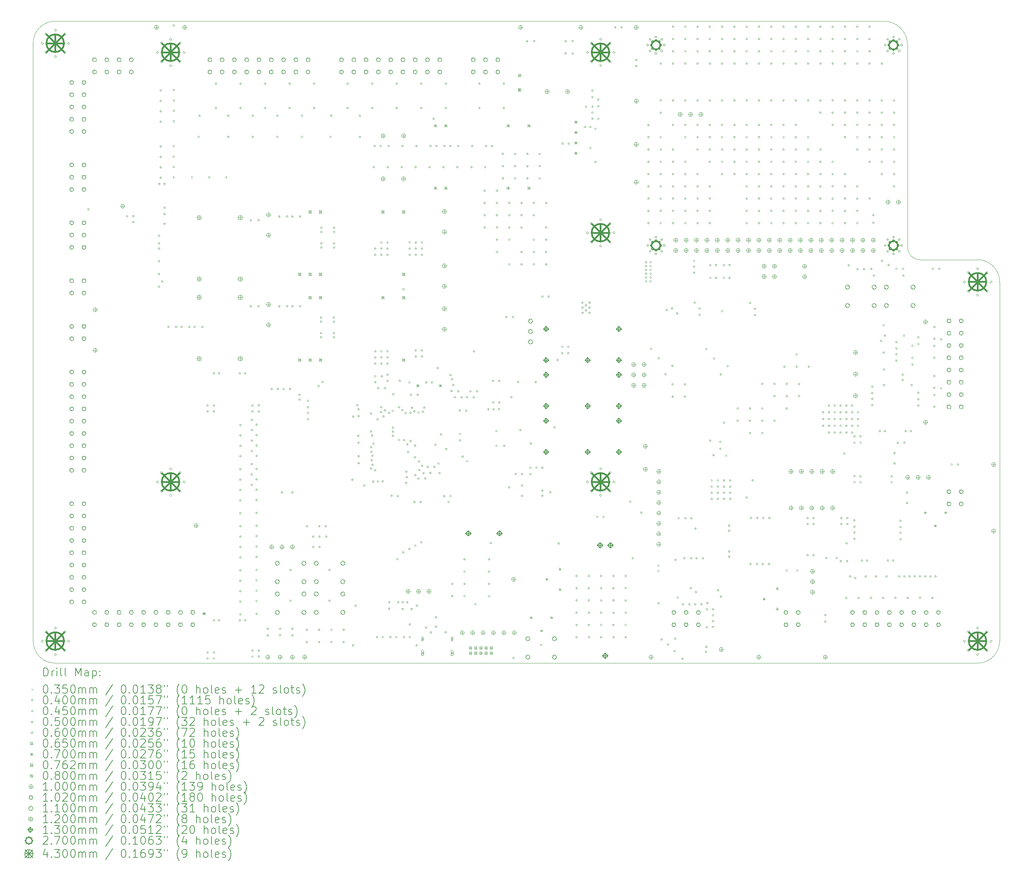
<source format=gbr>
%TF.GenerationSoftware,KiCad,Pcbnew,8.0.1*%
%TF.CreationDate,2024-06-07T06:09:17+03:00*%
%TF.ProjectId,impeller18,696d7065-6c6c-4657-9231-382e6b696361,rev?*%
%TF.SameCoordinates,Original*%
%TF.FileFunction,Drillmap*%
%TF.FilePolarity,Positive*%
%FSLAX45Y45*%
G04 Gerber Fmt 4.5, Leading zero omitted, Abs format (unit mm)*
G04 Created by KiCad (PCBNEW 8.0.1) date 2024-06-07 06:09:17*
%MOMM*%
%LPD*%
G01*
G04 APERTURE LIST*
%ADD10C,0.050000*%
%ADD11C,0.200000*%
%ADD12C,0.100000*%
%ADD13C,0.102000*%
%ADD14C,0.110000*%
%ADD15C,0.120000*%
%ADD16C,0.130000*%
%ADD17C,0.270000*%
%ADD18C,0.430000*%
G04 APERTURE END LIST*
D10*
X29767600Y-5910600D02*
X29767600Y-10860600D01*
X30067600Y-11160600D02*
X31477800Y-11160600D01*
X29187600Y-5330600D02*
G75*
G02*
X29767600Y-5910600I0J-580000D01*
G01*
X31477800Y-11160600D02*
G75*
G02*
X32017600Y-11700400I0J-539800D01*
G01*
X8410300Y-20480800D02*
X8410300Y-5870400D01*
X32017600Y-11700400D02*
X32017600Y-20480800D01*
X31477800Y-21020600D02*
X8950100Y-21020600D01*
X32017600Y-20480800D02*
G75*
G02*
X31477800Y-21020600I-539800J0D01*
G01*
X8410300Y-5870400D02*
G75*
G02*
X8950100Y-5330600I539800J0D01*
G01*
X30067600Y-11160600D02*
G75*
G02*
X29767600Y-10860600I0J300000D01*
G01*
X8950100Y-21020600D02*
G75*
G02*
X8410300Y-20480800I0J539800D01*
G01*
X8950100Y-5330600D02*
X29187600Y-5330600D01*
D11*
D12*
X20557500Y-19892400D02*
X20592500Y-19927400D01*
X20592500Y-19892400D02*
X20557500Y-19927400D01*
X20590000Y-19892400D02*
X20560000Y-19892400D01*
X20560000Y-19927400D02*
G75*
G02*
X20560000Y-19892400I0J17500D01*
G01*
X20560000Y-19927400D02*
X20590000Y-19927400D01*
X20590000Y-19927400D02*
G75*
G03*
X20590000Y-19892400I0J17500D01*
G01*
X20807500Y-20212400D02*
X20842500Y-20247400D01*
X20842500Y-20212400D02*
X20807500Y-20247400D01*
X20840000Y-20212400D02*
X20810000Y-20212400D01*
X20810000Y-20247400D02*
G75*
G02*
X20810000Y-20212400I0J17500D01*
G01*
X20810000Y-20247400D02*
X20840000Y-20247400D01*
X20840000Y-20247400D02*
G75*
G03*
X20840000Y-20212400I0J17500D01*
G01*
X20938900Y-18955000D02*
X20973900Y-18990000D01*
X20973900Y-18955000D02*
X20938900Y-18990000D01*
X20973900Y-18987500D02*
X20973900Y-18957500D01*
X20938900Y-18957500D02*
G75*
G02*
X20973900Y-18957500I17500J0D01*
G01*
X20938900Y-18957500D02*
X20938900Y-18987500D01*
X20938900Y-18987500D02*
G75*
G03*
X20973900Y-18987500I17500J0D01*
G01*
X21057500Y-19892400D02*
X21092500Y-19927400D01*
X21092500Y-19892400D02*
X21057500Y-19927400D01*
X21090000Y-19892400D02*
X21060000Y-19892400D01*
X21060000Y-19927400D02*
G75*
G02*
X21060000Y-19892400I0J17500D01*
G01*
X21060000Y-19927400D02*
X21090000Y-19927400D01*
X21090000Y-19927400D02*
G75*
G03*
X21090000Y-19892400I0J17500D01*
G01*
X21258900Y-18705000D02*
X21293900Y-18740000D01*
X21293900Y-18705000D02*
X21258900Y-18740000D01*
X21293900Y-18737500D02*
X21293900Y-18707500D01*
X21258900Y-18707500D02*
G75*
G02*
X21293900Y-18707500I17500J0D01*
G01*
X21258900Y-18707500D02*
X21258900Y-18737500D01*
X21258900Y-18737500D02*
G75*
G03*
X21293900Y-18737500I17500J0D01*
G01*
X21258900Y-19205000D02*
X21293900Y-19240000D01*
X21293900Y-19205000D02*
X21258900Y-19240000D01*
X21293900Y-19237500D02*
X21293900Y-19207500D01*
X21258900Y-19207500D02*
G75*
G02*
X21293900Y-19207500I17500J0D01*
G01*
X21258900Y-19207500D02*
X21258900Y-19237500D01*
X21258900Y-19237500D02*
G75*
G03*
X21293900Y-19237500I17500J0D01*
G01*
X26246450Y-19432000D02*
X26281450Y-19467000D01*
X26281450Y-19432000D02*
X26246450Y-19467000D01*
X26281450Y-19464500D02*
X26281450Y-19434500D01*
X26246450Y-19434500D02*
G75*
G02*
X26281450Y-19434500I17500J0D01*
G01*
X26246450Y-19434500D02*
X26246450Y-19464500D01*
X26246450Y-19464500D02*
G75*
G03*
X26281450Y-19464500I17500J0D01*
G01*
X26566450Y-19182000D02*
X26601450Y-19217000D01*
X26601450Y-19182000D02*
X26566450Y-19217000D01*
X26601450Y-19214500D02*
X26601450Y-19184500D01*
X26566450Y-19184500D02*
G75*
G02*
X26601450Y-19184500I17500J0D01*
G01*
X26566450Y-19184500D02*
X26566450Y-19214500D01*
X26566450Y-19214500D02*
G75*
G03*
X26601450Y-19214500I17500J0D01*
G01*
X26566450Y-19682000D02*
X26601450Y-19717000D01*
X26601450Y-19682000D02*
X26566450Y-19717000D01*
X26601450Y-19714500D02*
X26601450Y-19684500D01*
X26566450Y-19684500D02*
G75*
G02*
X26601450Y-19684500I17500J0D01*
G01*
X26566450Y-19684500D02*
X26566450Y-19714500D01*
X26566450Y-19714500D02*
G75*
G03*
X26601450Y-19714500I17500J0D01*
G01*
X30178700Y-17325500D02*
X30213700Y-17360500D01*
X30213700Y-17325500D02*
X30178700Y-17360500D01*
X30211200Y-17325500D02*
X30181200Y-17325500D01*
X30181200Y-17360500D02*
G75*
G02*
X30181200Y-17325500I0J17500D01*
G01*
X30181200Y-17360500D02*
X30211200Y-17360500D01*
X30211200Y-17360500D02*
G75*
G03*
X30211200Y-17325500I0J17500D01*
G01*
X30428700Y-17645500D02*
X30463700Y-17680500D01*
X30463700Y-17645500D02*
X30428700Y-17680500D01*
X30461200Y-17645500D02*
X30431200Y-17645500D01*
X30431200Y-17680500D02*
G75*
G02*
X30431200Y-17645500I0J17500D01*
G01*
X30431200Y-17680500D02*
X30461200Y-17680500D01*
X30461200Y-17680500D02*
G75*
G03*
X30461200Y-17645500I0J17500D01*
G01*
X30678700Y-17325500D02*
X30713700Y-17360500D01*
X30713700Y-17325500D02*
X30678700Y-17360500D01*
X30711200Y-17325500D02*
X30681200Y-17325500D01*
X30681200Y-17360500D02*
G75*
G02*
X30681200Y-17325500I0J17500D01*
G01*
X30681200Y-17360500D02*
X30711200Y-17360500D01*
X30711200Y-17360500D02*
G75*
G03*
X30711200Y-17325500I0J17500D01*
G01*
X9779800Y-9931850D02*
G75*
G02*
X9739800Y-9931850I-20000J0D01*
G01*
X9739800Y-9931850D02*
G75*
G02*
X9779800Y-9931850I20000J0D01*
G01*
X10723300Y-10097500D02*
G75*
G02*
X10683300Y-10097500I-20000J0D01*
G01*
X10683300Y-10097500D02*
G75*
G02*
X10723300Y-10097500I20000J0D01*
G01*
X10878300Y-10097500D02*
G75*
G02*
X10838300Y-10097500I-20000J0D01*
G01*
X10838300Y-10097500D02*
G75*
G02*
X10878300Y-10097500I20000J0D01*
G01*
X10878300Y-10243500D02*
G75*
G02*
X10838300Y-10243500I-20000J0D01*
G01*
X10838300Y-10243500D02*
G75*
G02*
X10878300Y-10243500I20000J0D01*
G01*
X11506300Y-10760100D02*
G75*
G02*
X11466300Y-10760100I-20000J0D01*
G01*
X11466300Y-10760100D02*
G75*
G02*
X11506300Y-10760100I20000J0D01*
G01*
X11506300Y-10575100D02*
G75*
G02*
X11466300Y-10575100I-20000J0D01*
G01*
X11466300Y-10575100D02*
G75*
G02*
X11506300Y-10575100I20000J0D01*
G01*
X11506300Y-10887100D02*
G75*
G02*
X11466300Y-10887100I-20000J0D01*
G01*
X11466300Y-10887100D02*
G75*
G02*
X11506300Y-10887100I20000J0D01*
G01*
X11506300Y-11199000D02*
G75*
G02*
X11466300Y-11199000I-20000J0D01*
G01*
X11466300Y-11199000D02*
G75*
G02*
X11506300Y-11199000I20000J0D01*
G01*
X11506300Y-11509900D02*
G75*
G02*
X11466300Y-11509900I-20000J0D01*
G01*
X11466300Y-11509900D02*
G75*
G02*
X11506300Y-11509900I20000J0D01*
G01*
X11506300Y-11821900D02*
G75*
G02*
X11466300Y-11821900I-20000J0D01*
G01*
X11466300Y-11821900D02*
G75*
G02*
X11506300Y-11821900I20000J0D01*
G01*
X11513300Y-9310500D02*
G75*
G02*
X11473300Y-9310500I-20000J0D01*
G01*
X11473300Y-9310500D02*
G75*
G02*
X11513300Y-9310500I20000J0D01*
G01*
X11546300Y-7026800D02*
G75*
G02*
X11506300Y-7026800I-20000J0D01*
G01*
X11506300Y-7026800D02*
G75*
G02*
X11546300Y-7026800I20000J0D01*
G01*
X11546300Y-7280800D02*
G75*
G02*
X11506300Y-7280800I-20000J0D01*
G01*
X11506300Y-7280800D02*
G75*
G02*
X11546300Y-7280800I20000J0D01*
G01*
X11546300Y-7534800D02*
G75*
G02*
X11506300Y-7534800I-20000J0D01*
G01*
X11506300Y-7534800D02*
G75*
G02*
X11546300Y-7534800I20000J0D01*
G01*
X11546300Y-7788800D02*
G75*
G02*
X11506300Y-7788800I-20000J0D01*
G01*
X11506300Y-7788800D02*
G75*
G02*
X11546300Y-7788800I20000J0D01*
G01*
X11546300Y-8397700D02*
G75*
G02*
X11506300Y-8397700I-20000J0D01*
G01*
X11506300Y-8397700D02*
G75*
G02*
X11546300Y-8397700I20000J0D01*
G01*
X11546300Y-8651700D02*
G75*
G02*
X11506300Y-8651700I-20000J0D01*
G01*
X11506300Y-8651700D02*
G75*
G02*
X11546300Y-8651700I20000J0D01*
G01*
X11546300Y-8905700D02*
G75*
G02*
X11506300Y-8905700I-20000J0D01*
G01*
X11506300Y-8905700D02*
G75*
G02*
X11546300Y-8905700I20000J0D01*
G01*
X11546300Y-9159700D02*
G75*
G02*
X11506300Y-9159700I-20000J0D01*
G01*
X11506300Y-9159700D02*
G75*
G02*
X11546300Y-9159700I20000J0D01*
G01*
X11586300Y-11694900D02*
G75*
G02*
X11546300Y-11694900I-20000J0D01*
G01*
X11546300Y-11694900D02*
G75*
G02*
X11586300Y-11694900I20000J0D01*
G01*
X11640300Y-9310500D02*
G75*
G02*
X11600300Y-9310500I-20000J0D01*
G01*
X11600300Y-9310500D02*
G75*
G02*
X11640300Y-9310500I20000J0D01*
G01*
X11640300Y-9890500D02*
G75*
G02*
X11600300Y-9890500I-20000J0D01*
G01*
X11600300Y-9890500D02*
G75*
G02*
X11640300Y-9890500I20000J0D01*
G01*
X11640300Y-10045500D02*
G75*
G02*
X11600300Y-10045500I-20000J0D01*
G01*
X11600300Y-10045500D02*
G75*
G02*
X11640300Y-10045500I20000J0D01*
G01*
X11640300Y-10284412D02*
G75*
G02*
X11600300Y-10284412I-20000J0D01*
G01*
X11600300Y-10284412D02*
G75*
G02*
X11640300Y-10284412I20000J0D01*
G01*
X11735400Y-12803100D02*
G75*
G02*
X11695400Y-12803100I-20000J0D01*
G01*
X11695400Y-12803100D02*
G75*
G02*
X11735400Y-12803100I20000J0D01*
G01*
X11865907Y-7016473D02*
G75*
G02*
X11825907Y-7016473I-20000J0D01*
G01*
X11825907Y-7016473D02*
G75*
G02*
X11865907Y-7016473I20000J0D01*
G01*
X11865907Y-7270473D02*
G75*
G02*
X11825907Y-7270473I-20000J0D01*
G01*
X11825907Y-7270473D02*
G75*
G02*
X11865907Y-7270473I20000J0D01*
G01*
X11865907Y-7524473D02*
G75*
G02*
X11825907Y-7524473I-20000J0D01*
G01*
X11825907Y-7524473D02*
G75*
G02*
X11865907Y-7524473I20000J0D01*
G01*
X11865907Y-7778473D02*
G75*
G02*
X11825907Y-7778473I-20000J0D01*
G01*
X11825907Y-7778473D02*
G75*
G02*
X11865907Y-7778473I20000J0D01*
G01*
X11865907Y-8387373D02*
G75*
G02*
X11825907Y-8387373I-20000J0D01*
G01*
X11825907Y-8387373D02*
G75*
G02*
X11865907Y-8387373I20000J0D01*
G01*
X11865907Y-8641373D02*
G75*
G02*
X11825907Y-8641373I-20000J0D01*
G01*
X11825907Y-8641373D02*
G75*
G02*
X11865907Y-8641373I20000J0D01*
G01*
X11865907Y-8895373D02*
G75*
G02*
X11825907Y-8895373I-20000J0D01*
G01*
X11825907Y-8895373D02*
G75*
G02*
X11865907Y-8895373I20000J0D01*
G01*
X11865907Y-9149373D02*
G75*
G02*
X11825907Y-9149373I-20000J0D01*
G01*
X11825907Y-9149373D02*
G75*
G02*
X11865907Y-9149373I20000J0D01*
G01*
X11866500Y-5435500D02*
G75*
G02*
X11826500Y-5435500I-20000J0D01*
G01*
X11826500Y-5435500D02*
G75*
G02*
X11866500Y-5435500I20000J0D01*
G01*
X11925400Y-12803100D02*
G75*
G02*
X11885400Y-12803100I-20000J0D01*
G01*
X11885400Y-12803100D02*
G75*
G02*
X11925400Y-12803100I20000J0D01*
G01*
X12055400Y-12803100D02*
G75*
G02*
X12015400Y-12803100I-20000J0D01*
G01*
X12015400Y-12803100D02*
G75*
G02*
X12055400Y-12803100I20000J0D01*
G01*
X12245400Y-12803100D02*
G75*
G02*
X12205400Y-12803100I-20000J0D01*
G01*
X12205400Y-12803100D02*
G75*
G02*
X12245400Y-12803100I20000J0D01*
G01*
X12311600Y-9149373D02*
G75*
G02*
X12271600Y-9149373I-20000J0D01*
G01*
X12271600Y-9149373D02*
G75*
G02*
X12311600Y-9149373I20000J0D01*
G01*
X12375400Y-12803100D02*
G75*
G02*
X12335400Y-12803100I-20000J0D01*
G01*
X12335400Y-12803100D02*
G75*
G02*
X12375400Y-12803100I20000J0D01*
G01*
X12474600Y-8159350D02*
G75*
G02*
X12434600Y-8159350I-20000J0D01*
G01*
X12434600Y-8159350D02*
G75*
G02*
X12474600Y-8159350I20000J0D01*
G01*
X12496600Y-7643100D02*
G75*
G02*
X12456600Y-7643100I-20000J0D01*
G01*
X12456600Y-7643100D02*
G75*
G02*
X12496600Y-7643100I20000J0D01*
G01*
X12565400Y-12803100D02*
G75*
G02*
X12525400Y-12803100I-20000J0D01*
G01*
X12525400Y-12803100D02*
G75*
G02*
X12565400Y-12803100I20000J0D01*
G01*
X12691400Y-14722300D02*
G75*
G02*
X12651400Y-14722300I-20000J0D01*
G01*
X12651400Y-14722300D02*
G75*
G02*
X12691400Y-14722300I20000J0D01*
G01*
X12691400Y-14868300D02*
G75*
G02*
X12651400Y-14868300I-20000J0D01*
G01*
X12651400Y-14868300D02*
G75*
G02*
X12691400Y-14868300I20000J0D01*
G01*
X12691400Y-20762600D02*
G75*
G02*
X12651400Y-20762600I-20000J0D01*
G01*
X12651400Y-20762600D02*
G75*
G02*
X12691400Y-20762600I20000J0D01*
G01*
X12691400Y-20908600D02*
G75*
G02*
X12651400Y-20908600I-20000J0D01*
G01*
X12651400Y-20908600D02*
G75*
G02*
X12691400Y-20908600I20000J0D01*
G01*
X12730236Y-9149373D02*
G75*
G02*
X12690236Y-9149373I-20000J0D01*
G01*
X12690236Y-9149373D02*
G75*
G02*
X12730236Y-9149373I20000J0D01*
G01*
X12846400Y-13935300D02*
G75*
G02*
X12806400Y-13935300I-20000J0D01*
G01*
X12806400Y-13935300D02*
G75*
G02*
X12846400Y-13935300I20000J0D01*
G01*
X12846400Y-14722300D02*
G75*
G02*
X12806400Y-14722300I-20000J0D01*
G01*
X12806400Y-14722300D02*
G75*
G02*
X12846400Y-14722300I20000J0D01*
G01*
X12846400Y-14868300D02*
G75*
G02*
X12806400Y-14868300I-20000J0D01*
G01*
X12806400Y-14868300D02*
G75*
G02*
X12846400Y-14868300I20000J0D01*
G01*
X12846400Y-19975600D02*
G75*
G02*
X12806400Y-19975600I-20000J0D01*
G01*
X12806400Y-19975600D02*
G75*
G02*
X12846400Y-19975600I20000J0D01*
G01*
X12846400Y-20762600D02*
G75*
G02*
X12806400Y-20762600I-20000J0D01*
G01*
X12806400Y-20762600D02*
G75*
G02*
X12846400Y-20762600I20000J0D01*
G01*
X12846400Y-20908600D02*
G75*
G02*
X12806400Y-20908600I-20000J0D01*
G01*
X12806400Y-20908600D02*
G75*
G02*
X12846400Y-20908600I20000J0D01*
G01*
X12896600Y-6857600D02*
G75*
G02*
X12856600Y-6857600I-20000J0D01*
G01*
X12856600Y-6857600D02*
G75*
G02*
X12896600Y-6857600I20000J0D01*
G01*
X12896600Y-7452600D02*
G75*
G02*
X12856600Y-7452600I-20000J0D01*
G01*
X12856600Y-7452600D02*
G75*
G02*
X12896600Y-7452600I20000J0D01*
G01*
X12973400Y-13935300D02*
G75*
G02*
X12933400Y-13935300I-20000J0D01*
G01*
X12933400Y-13935300D02*
G75*
G02*
X12973400Y-13935300I20000J0D01*
G01*
X12973400Y-19975600D02*
G75*
G02*
X12933400Y-19975600I-20000J0D01*
G01*
X12933400Y-19975600D02*
G75*
G02*
X12973400Y-19975600I20000J0D01*
G01*
X13148873Y-9149373D02*
G75*
G02*
X13108873Y-9149373I-20000J0D01*
G01*
X13108873Y-9149373D02*
G75*
G02*
X13148873Y-9149373I20000J0D01*
G01*
X13196600Y-7643100D02*
G75*
G02*
X13156600Y-7643100I-20000J0D01*
G01*
X13156600Y-7643100D02*
G75*
G02*
X13196600Y-7643100I20000J0D01*
G01*
X13196600Y-8159350D02*
G75*
G02*
X13156600Y-8159350I-20000J0D01*
G01*
X13156600Y-8159350D02*
G75*
G02*
X13196600Y-8159350I20000J0D01*
G01*
X13481400Y-13935300D02*
G75*
G02*
X13441400Y-13935300I-20000J0D01*
G01*
X13441400Y-13935300D02*
G75*
G02*
X13481400Y-13935300I20000J0D01*
G01*
X13481400Y-19975600D02*
G75*
G02*
X13441400Y-19975600I-20000J0D01*
G01*
X13441400Y-19975600D02*
G75*
G02*
X13481400Y-19975600I20000J0D01*
G01*
X13492400Y-15202800D02*
G75*
G02*
X13452400Y-15202800I-20000J0D01*
G01*
X13452400Y-15202800D02*
G75*
G02*
X13492400Y-15202800I20000J0D01*
G01*
X13492400Y-15456800D02*
G75*
G02*
X13452400Y-15456800I-20000J0D01*
G01*
X13452400Y-15456800D02*
G75*
G02*
X13492400Y-15456800I20000J0D01*
G01*
X13492400Y-15710800D02*
G75*
G02*
X13452400Y-15710800I-20000J0D01*
G01*
X13452400Y-15710800D02*
G75*
G02*
X13492400Y-15710800I20000J0D01*
G01*
X13492400Y-15964800D02*
G75*
G02*
X13452400Y-15964800I-20000J0D01*
G01*
X13452400Y-15964800D02*
G75*
G02*
X13492400Y-15964800I20000J0D01*
G01*
X13492400Y-16282800D02*
G75*
G02*
X13452400Y-16282800I-20000J0D01*
G01*
X13452400Y-16282800D02*
G75*
G02*
X13492400Y-16282800I20000J0D01*
G01*
X13492400Y-16536800D02*
G75*
G02*
X13452400Y-16536800I-20000J0D01*
G01*
X13452400Y-16536800D02*
G75*
G02*
X13492400Y-16536800I20000J0D01*
G01*
X13492400Y-16790800D02*
G75*
G02*
X13452400Y-16790800I-20000J0D01*
G01*
X13452400Y-16790800D02*
G75*
G02*
X13492400Y-16790800I20000J0D01*
G01*
X13492400Y-17044800D02*
G75*
G02*
X13452400Y-17044800I-20000J0D01*
G01*
X13452400Y-17044800D02*
G75*
G02*
X13492400Y-17044800I20000J0D01*
G01*
X13492400Y-17358800D02*
G75*
G02*
X13452400Y-17358800I-20000J0D01*
G01*
X13452400Y-17358800D02*
G75*
G02*
X13492400Y-17358800I20000J0D01*
G01*
X13492400Y-17672800D02*
G75*
G02*
X13452400Y-17672800I-20000J0D01*
G01*
X13452400Y-17672800D02*
G75*
G02*
X13492400Y-17672800I20000J0D01*
G01*
X13492400Y-17926800D02*
G75*
G02*
X13452400Y-17926800I-20000J0D01*
G01*
X13452400Y-17926800D02*
G75*
G02*
X13492400Y-17926800I20000J0D01*
G01*
X13492400Y-18180800D02*
G75*
G02*
X13452400Y-18180800I-20000J0D01*
G01*
X13452400Y-18180800D02*
G75*
G02*
X13492400Y-18180800I20000J0D01*
G01*
X13492400Y-18434800D02*
G75*
G02*
X13452400Y-18434800I-20000J0D01*
G01*
X13452400Y-18434800D02*
G75*
G02*
X13492400Y-18434800I20000J0D01*
G01*
X13492400Y-18752800D02*
G75*
G02*
X13452400Y-18752800I-20000J0D01*
G01*
X13452400Y-18752800D02*
G75*
G02*
X13492400Y-18752800I20000J0D01*
G01*
X13492400Y-19006800D02*
G75*
G02*
X13452400Y-19006800I-20000J0D01*
G01*
X13452400Y-19006800D02*
G75*
G02*
X13492400Y-19006800I20000J0D01*
G01*
X13492400Y-19260800D02*
G75*
G02*
X13452400Y-19260800I-20000J0D01*
G01*
X13452400Y-19260800D02*
G75*
G02*
X13492400Y-19260800I20000J0D01*
G01*
X13492400Y-19514800D02*
G75*
G02*
X13452400Y-19514800I-20000J0D01*
G01*
X13452400Y-19514800D02*
G75*
G02*
X13492400Y-19514800I20000J0D01*
G01*
X13492400Y-19828800D02*
G75*
G02*
X13452400Y-19828800I-20000J0D01*
G01*
X13452400Y-19828800D02*
G75*
G02*
X13492400Y-19828800I20000J0D01*
G01*
X13496600Y-6857600D02*
G75*
G02*
X13456600Y-6857600I-20000J0D01*
G01*
X13456600Y-6857600D02*
G75*
G02*
X13496600Y-6857600I20000J0D01*
G01*
X13496600Y-7452600D02*
G75*
G02*
X13456600Y-7452600I-20000J0D01*
G01*
X13456600Y-7452600D02*
G75*
G02*
X13496600Y-7452600I20000J0D01*
G01*
X13608400Y-13935300D02*
G75*
G02*
X13568400Y-13935300I-20000J0D01*
G01*
X13568400Y-13935300D02*
G75*
G02*
X13608400Y-13935300I20000J0D01*
G01*
X13608400Y-19975600D02*
G75*
G02*
X13568400Y-19975600I-20000J0D01*
G01*
X13568400Y-19975600D02*
G75*
G02*
X13608400Y-19975600I20000J0D01*
G01*
X13747900Y-10195200D02*
G75*
G02*
X13707900Y-10195200I-20000J0D01*
G01*
X13707900Y-10195200D02*
G75*
G02*
X13747900Y-10195200I20000J0D01*
G01*
X13747900Y-12296900D02*
G75*
G02*
X13707900Y-12296900I-20000J0D01*
G01*
X13707900Y-12296900D02*
G75*
G02*
X13747900Y-12296900I20000J0D01*
G01*
X13771827Y-15075800D02*
G75*
G02*
X13731827Y-15075800I-20000J0D01*
G01*
X13731827Y-15075800D02*
G75*
G02*
X13771827Y-15075800I20000J0D01*
G01*
X13771827Y-15583800D02*
G75*
G02*
X13731827Y-15583800I-20000J0D01*
G01*
X13731827Y-15583800D02*
G75*
G02*
X13771827Y-15583800I20000J0D01*
G01*
X13771827Y-15837800D02*
G75*
G02*
X13731827Y-15837800I-20000J0D01*
G01*
X13731827Y-15837800D02*
G75*
G02*
X13771827Y-15837800I20000J0D01*
G01*
X13771827Y-16155800D02*
G75*
G02*
X13731827Y-16155800I-20000J0D01*
G01*
X13731827Y-16155800D02*
G75*
G02*
X13771827Y-16155800I20000J0D01*
G01*
X13771827Y-16409800D02*
G75*
G02*
X13731827Y-16409800I-20000J0D01*
G01*
X13731827Y-16409800D02*
G75*
G02*
X13771827Y-16409800I20000J0D01*
G01*
X13771827Y-16663800D02*
G75*
G02*
X13731827Y-16663800I-20000J0D01*
G01*
X13731827Y-16663800D02*
G75*
G02*
X13771827Y-16663800I20000J0D01*
G01*
X13776127Y-15325500D02*
G75*
G02*
X13736127Y-15325500I-20000J0D01*
G01*
X13736127Y-15325500D02*
G75*
G02*
X13776127Y-15325500I20000J0D01*
G01*
X13787900Y-14722300D02*
G75*
G02*
X13747900Y-14722300I-20000J0D01*
G01*
X13747900Y-14722300D02*
G75*
G02*
X13787900Y-14722300I20000J0D01*
G01*
X13787900Y-14868300D02*
G75*
G02*
X13747900Y-14868300I-20000J0D01*
G01*
X13747900Y-14868300D02*
G75*
G02*
X13787900Y-14868300I20000J0D01*
G01*
X13787900Y-20713100D02*
G75*
G02*
X13747900Y-20713100I-20000J0D01*
G01*
X13747900Y-20713100D02*
G75*
G02*
X13787900Y-20713100I20000J0D01*
G01*
X13787900Y-20859100D02*
G75*
G02*
X13747900Y-20859100I-20000J0D01*
G01*
X13747900Y-20859100D02*
G75*
G02*
X13787900Y-20859100I20000J0D01*
G01*
X13796600Y-7643100D02*
G75*
G02*
X13756600Y-7643100I-20000J0D01*
G01*
X13756600Y-7643100D02*
G75*
G02*
X13796600Y-7643100I20000J0D01*
G01*
X13796600Y-8159350D02*
G75*
G02*
X13756600Y-8159350I-20000J0D01*
G01*
X13756600Y-8159350D02*
G75*
G02*
X13796600Y-8159350I20000J0D01*
G01*
X13888500Y-15192473D02*
G75*
G02*
X13848500Y-15192473I-20000J0D01*
G01*
X13848500Y-15192473D02*
G75*
G02*
X13888500Y-15192473I20000J0D01*
G01*
X13888500Y-15446473D02*
G75*
G02*
X13848500Y-15446473I-20000J0D01*
G01*
X13848500Y-15446473D02*
G75*
G02*
X13888500Y-15446473I20000J0D01*
G01*
X13888500Y-15700473D02*
G75*
G02*
X13848500Y-15700473I-20000J0D01*
G01*
X13848500Y-15700473D02*
G75*
G02*
X13888500Y-15700473I20000J0D01*
G01*
X13888500Y-15954473D02*
G75*
G02*
X13848500Y-15954473I-20000J0D01*
G01*
X13848500Y-15954473D02*
G75*
G02*
X13888500Y-15954473I20000J0D01*
G01*
X13888500Y-16272473D02*
G75*
G02*
X13848500Y-16272473I-20000J0D01*
G01*
X13848500Y-16272473D02*
G75*
G02*
X13888500Y-16272473I20000J0D01*
G01*
X13888500Y-16526473D02*
G75*
G02*
X13848500Y-16526473I-20000J0D01*
G01*
X13848500Y-16526473D02*
G75*
G02*
X13888500Y-16526473I20000J0D01*
G01*
X13888500Y-16780473D02*
G75*
G02*
X13848500Y-16780473I-20000J0D01*
G01*
X13848500Y-16780473D02*
G75*
G02*
X13888500Y-16780473I20000J0D01*
G01*
X13888500Y-17034473D02*
G75*
G02*
X13848500Y-17034473I-20000J0D01*
G01*
X13848500Y-17034473D02*
G75*
G02*
X13888500Y-17034473I20000J0D01*
G01*
X13888500Y-17348473D02*
G75*
G02*
X13848500Y-17348473I-20000J0D01*
G01*
X13848500Y-17348473D02*
G75*
G02*
X13888500Y-17348473I20000J0D01*
G01*
X13888500Y-17662473D02*
G75*
G02*
X13848500Y-17662473I-20000J0D01*
G01*
X13848500Y-17662473D02*
G75*
G02*
X13888500Y-17662473I20000J0D01*
G01*
X13888500Y-17916473D02*
G75*
G02*
X13848500Y-17916473I-20000J0D01*
G01*
X13848500Y-17916473D02*
G75*
G02*
X13888500Y-17916473I20000J0D01*
G01*
X13888500Y-18170473D02*
G75*
G02*
X13848500Y-18170473I-20000J0D01*
G01*
X13848500Y-18170473D02*
G75*
G02*
X13888500Y-18170473I20000J0D01*
G01*
X13888500Y-18424473D02*
G75*
G02*
X13848500Y-18424473I-20000J0D01*
G01*
X13848500Y-18424473D02*
G75*
G02*
X13888500Y-18424473I20000J0D01*
G01*
X13888500Y-18742473D02*
G75*
G02*
X13848500Y-18742473I-20000J0D01*
G01*
X13848500Y-18742473D02*
G75*
G02*
X13888500Y-18742473I20000J0D01*
G01*
X13888500Y-18996473D02*
G75*
G02*
X13848500Y-18996473I-20000J0D01*
G01*
X13848500Y-18996473D02*
G75*
G02*
X13888500Y-18996473I20000J0D01*
G01*
X13888500Y-19250473D02*
G75*
G02*
X13848500Y-19250473I-20000J0D01*
G01*
X13848500Y-19250473D02*
G75*
G02*
X13888500Y-19250473I20000J0D01*
G01*
X13888500Y-19504473D02*
G75*
G02*
X13848500Y-19504473I-20000J0D01*
G01*
X13848500Y-19504473D02*
G75*
G02*
X13888500Y-19504473I20000J0D01*
G01*
X13888500Y-19818473D02*
G75*
G02*
X13848500Y-19818473I-20000J0D01*
G01*
X13848500Y-19818473D02*
G75*
G02*
X13888500Y-19818473I20000J0D01*
G01*
X13937900Y-10195200D02*
G75*
G02*
X13897900Y-10195200I-20000J0D01*
G01*
X13897900Y-10195200D02*
G75*
G02*
X13937900Y-10195200I20000J0D01*
G01*
X13937900Y-12296900D02*
G75*
G02*
X13897900Y-12296900I-20000J0D01*
G01*
X13897900Y-12296900D02*
G75*
G02*
X13937900Y-12296900I20000J0D01*
G01*
X13942900Y-14722300D02*
G75*
G02*
X13902900Y-14722300I-20000J0D01*
G01*
X13902900Y-14722300D02*
G75*
G02*
X13942900Y-14722300I20000J0D01*
G01*
X13942900Y-14868300D02*
G75*
G02*
X13902900Y-14868300I-20000J0D01*
G01*
X13902900Y-14868300D02*
G75*
G02*
X13942900Y-14868300I20000J0D01*
G01*
X13942900Y-20713100D02*
G75*
G02*
X13902900Y-20713100I-20000J0D01*
G01*
X13902900Y-20713100D02*
G75*
G02*
X13942900Y-20713100I20000J0D01*
G01*
X13942900Y-20859100D02*
G75*
G02*
X13902900Y-20859100I-20000J0D01*
G01*
X13902900Y-20859100D02*
G75*
G02*
X13942900Y-20859100I20000J0D01*
G01*
X14096600Y-6857600D02*
G75*
G02*
X14056600Y-6857600I-20000J0D01*
G01*
X14056600Y-6857600D02*
G75*
G02*
X14096600Y-6857600I20000J0D01*
G01*
X14096600Y-7452600D02*
G75*
G02*
X14056600Y-7452600I-20000J0D01*
G01*
X14056600Y-7452600D02*
G75*
G02*
X14096600Y-7452600I20000J0D01*
G01*
X14163400Y-20182450D02*
G75*
G02*
X14123400Y-20182450I-20000J0D01*
G01*
X14123400Y-20182450D02*
G75*
G02*
X14163400Y-20182450I20000J0D01*
G01*
X14163400Y-20339950D02*
G75*
G02*
X14123400Y-20339950I-20000J0D01*
G01*
X14123400Y-20339950D02*
G75*
G02*
X14163400Y-20339950I20000J0D01*
G01*
X14254400Y-14322400D02*
G75*
G02*
X14214400Y-14322400I-20000J0D01*
G01*
X14214400Y-14322400D02*
G75*
G02*
X14254400Y-14322400I20000J0D01*
G01*
X14396600Y-7643100D02*
G75*
G02*
X14356600Y-7643100I-20000J0D01*
G01*
X14356600Y-7643100D02*
G75*
G02*
X14396600Y-7643100I20000J0D01*
G01*
X14396600Y-8159350D02*
G75*
G02*
X14356600Y-8159350I-20000J0D01*
G01*
X14356600Y-8159350D02*
G75*
G02*
X14396600Y-8159350I20000J0D01*
G01*
X14409400Y-14322400D02*
G75*
G02*
X14369400Y-14322400I-20000J0D01*
G01*
X14369400Y-14322400D02*
G75*
G02*
X14409400Y-14322400I20000J0D01*
G01*
X14443000Y-10103900D02*
G75*
G02*
X14403000Y-10103900I-20000J0D01*
G01*
X14403000Y-10103900D02*
G75*
G02*
X14443000Y-10103900I20000J0D01*
G01*
X14443050Y-12296900D02*
G75*
G02*
X14403050Y-12296900I-20000J0D01*
G01*
X14403050Y-12296900D02*
G75*
G02*
X14443050Y-12296900I20000J0D01*
G01*
X14463400Y-20182450D02*
G75*
G02*
X14423400Y-20182450I-20000J0D01*
G01*
X14423400Y-20182450D02*
G75*
G02*
X14463400Y-20182450I20000J0D01*
G01*
X14463400Y-20339950D02*
G75*
G02*
X14423400Y-20339950I-20000J0D01*
G01*
X14423400Y-20339950D02*
G75*
G02*
X14463400Y-20339950I20000J0D01*
G01*
X14509744Y-16849100D02*
G75*
G02*
X14469744Y-16849100I-20000J0D01*
G01*
X14469744Y-16849100D02*
G75*
G02*
X14509744Y-16849100I20000J0D01*
G01*
X14550400Y-14322400D02*
G75*
G02*
X14510400Y-14322400I-20000J0D01*
G01*
X14510400Y-14322400D02*
G75*
G02*
X14550400Y-14322400I20000J0D01*
G01*
X14633000Y-10103900D02*
G75*
G02*
X14593000Y-10103900I-20000J0D01*
G01*
X14593000Y-10103900D02*
G75*
G02*
X14633000Y-10103900I20000J0D01*
G01*
X14633050Y-12296900D02*
G75*
G02*
X14593050Y-12296900I-20000J0D01*
G01*
X14593050Y-12296900D02*
G75*
G02*
X14633050Y-12296900I20000J0D01*
G01*
X14696600Y-6857600D02*
G75*
G02*
X14656600Y-6857600I-20000J0D01*
G01*
X14656600Y-6857600D02*
G75*
G02*
X14696600Y-6857600I20000J0D01*
G01*
X14696600Y-7452600D02*
G75*
G02*
X14656600Y-7452600I-20000J0D01*
G01*
X14656600Y-7452600D02*
G75*
G02*
X14696600Y-7452600I20000J0D01*
G01*
X14705400Y-14322400D02*
G75*
G02*
X14665400Y-14322400I-20000J0D01*
G01*
X14665400Y-14322400D02*
G75*
G02*
X14705400Y-14322400I20000J0D01*
G01*
X14719100Y-18744400D02*
G75*
G02*
X14679100Y-18744400I-20000J0D01*
G01*
X14679100Y-18744400D02*
G75*
G02*
X14719100Y-18744400I20000J0D01*
G01*
X14719100Y-19494400D02*
G75*
G02*
X14679100Y-19494400I-20000J0D01*
G01*
X14679100Y-19494400D02*
G75*
G02*
X14719100Y-19494400I20000J0D01*
G01*
X14763000Y-10103900D02*
G75*
G02*
X14723000Y-10103900I-20000J0D01*
G01*
X14723000Y-10103900D02*
G75*
G02*
X14763000Y-10103900I20000J0D01*
G01*
X14763050Y-12296900D02*
G75*
G02*
X14723050Y-12296900I-20000J0D01*
G01*
X14723050Y-12296900D02*
G75*
G02*
X14763050Y-12296900I20000J0D01*
G01*
X14763400Y-20182450D02*
G75*
G02*
X14723400Y-20182450I-20000J0D01*
G01*
X14723400Y-20182450D02*
G75*
G02*
X14763400Y-20182450I20000J0D01*
G01*
X14763400Y-20339950D02*
G75*
G02*
X14723400Y-20339950I-20000J0D01*
G01*
X14723400Y-20339950D02*
G75*
G02*
X14763400Y-20339950I20000J0D01*
G01*
X14763744Y-16849100D02*
G75*
G02*
X14723744Y-16849100I-20000J0D01*
G01*
X14723744Y-16849100D02*
G75*
G02*
X14763744Y-16849100I20000J0D01*
G01*
X14939900Y-14460400D02*
G75*
G02*
X14899900Y-14460400I-20000J0D01*
G01*
X14899900Y-14460400D02*
G75*
G02*
X14939900Y-14460400I20000J0D01*
G01*
X14939900Y-14580400D02*
G75*
G02*
X14899900Y-14580400I-20000J0D01*
G01*
X14899900Y-14580400D02*
G75*
G02*
X14939900Y-14580400I20000J0D01*
G01*
X14953000Y-10103900D02*
G75*
G02*
X14913000Y-10103900I-20000J0D01*
G01*
X14913000Y-10103900D02*
G75*
G02*
X14953000Y-10103900I20000J0D01*
G01*
X14953050Y-12296900D02*
G75*
G02*
X14913050Y-12296900I-20000J0D01*
G01*
X14913050Y-12296900D02*
G75*
G02*
X14953050Y-12296900I20000J0D01*
G01*
X14996600Y-7643100D02*
G75*
G02*
X14956600Y-7643100I-20000J0D01*
G01*
X14956600Y-7643100D02*
G75*
G02*
X14996600Y-7643100I20000J0D01*
G01*
X14996600Y-8159350D02*
G75*
G02*
X14956600Y-8159350I-20000J0D01*
G01*
X14956600Y-8159350D02*
G75*
G02*
X14996600Y-8159350I20000J0D01*
G01*
X15116300Y-20207700D02*
G75*
G02*
X15076300Y-20207700I-20000J0D01*
G01*
X15076300Y-20207700D02*
G75*
G02*
X15116300Y-20207700I20000J0D01*
G01*
X15116300Y-20507700D02*
G75*
G02*
X15076300Y-20507700I-20000J0D01*
G01*
X15076300Y-20507700D02*
G75*
G02*
X15116300Y-20507700I20000J0D01*
G01*
X15121150Y-17672800D02*
G75*
G02*
X15081150Y-17672800I-20000J0D01*
G01*
X15081150Y-17672800D02*
G75*
G02*
X15121150Y-17672800I20000J0D01*
G01*
X15142900Y-14609900D02*
G75*
G02*
X15102900Y-14609900I-20000J0D01*
G01*
X15102900Y-14609900D02*
G75*
G02*
X15142900Y-14609900I20000J0D01*
G01*
X15142900Y-14764900D02*
G75*
G02*
X15102900Y-14764900I-20000J0D01*
G01*
X15102900Y-14764900D02*
G75*
G02*
X15142900Y-14764900I20000J0D01*
G01*
X15142900Y-14905900D02*
G75*
G02*
X15102900Y-14905900I-20000J0D01*
G01*
X15102900Y-14905900D02*
G75*
G02*
X15142900Y-14905900I20000J0D01*
G01*
X15142900Y-15060900D02*
G75*
G02*
X15102900Y-15060900I-20000J0D01*
G01*
X15102900Y-15060900D02*
G75*
G02*
X15142900Y-15060900I20000J0D01*
G01*
X15269150Y-17926800D02*
G75*
G02*
X15229150Y-17926800I-20000J0D01*
G01*
X15229150Y-17926800D02*
G75*
G02*
X15269150Y-17926800I20000J0D01*
G01*
X15269150Y-18180800D02*
G75*
G02*
X15229150Y-18180800I-20000J0D01*
G01*
X15229150Y-18180800D02*
G75*
G02*
X15269150Y-18180800I20000J0D01*
G01*
X15296600Y-6857600D02*
G75*
G02*
X15256600Y-6857600I-20000J0D01*
G01*
X15256600Y-6857600D02*
G75*
G02*
X15296600Y-6857600I20000J0D01*
G01*
X15296600Y-7452600D02*
G75*
G02*
X15256600Y-7452600I-20000J0D01*
G01*
X15256600Y-7452600D02*
G75*
G02*
X15296600Y-7452600I20000J0D01*
G01*
X15403127Y-14248607D02*
G75*
G02*
X15363127Y-14248607I-20000J0D01*
G01*
X15363127Y-14248607D02*
G75*
G02*
X15403127Y-14248607I20000J0D01*
G01*
X15416300Y-20207700D02*
G75*
G02*
X15376300Y-20207700I-20000J0D01*
G01*
X15376300Y-20207700D02*
G75*
G02*
X15416300Y-20207700I20000J0D01*
G01*
X15416300Y-20507700D02*
G75*
G02*
X15376300Y-20507700I-20000J0D01*
G01*
X15376300Y-20507700D02*
G75*
G02*
X15416300Y-20507700I20000J0D01*
G01*
X15417150Y-17672800D02*
G75*
G02*
X15377150Y-17672800I-20000J0D01*
G01*
X15377150Y-17672800D02*
G75*
G02*
X15417150Y-17672800I20000J0D01*
G01*
X15426650Y-17926800D02*
G75*
G02*
X15386650Y-17926800I-20000J0D01*
G01*
X15386650Y-17926800D02*
G75*
G02*
X15426650Y-17926800I20000J0D01*
G01*
X15426650Y-18180800D02*
G75*
G02*
X15386650Y-18180800I-20000J0D01*
G01*
X15386650Y-18180800D02*
G75*
G02*
X15426650Y-18180800I20000J0D01*
G01*
X15464600Y-12574400D02*
G75*
G02*
X15424600Y-12574400I-20000J0D01*
G01*
X15424600Y-12574400D02*
G75*
G02*
X15464600Y-12574400I20000J0D01*
G01*
X15464600Y-12674400D02*
G75*
G02*
X15424600Y-12674400I-20000J0D01*
G01*
X15424600Y-12674400D02*
G75*
G02*
X15464600Y-12674400I20000J0D01*
G01*
X15464600Y-12954400D02*
G75*
G02*
X15424600Y-12954400I-20000J0D01*
G01*
X15424600Y-12954400D02*
G75*
G02*
X15464600Y-12954400I20000J0D01*
G01*
X15464600Y-13054400D02*
G75*
G02*
X15424600Y-13054400I-20000J0D01*
G01*
X15424600Y-13054400D02*
G75*
G02*
X15464600Y-13054400I20000J0D01*
G01*
X15470700Y-10381400D02*
G75*
G02*
X15430700Y-10381400I-20000J0D01*
G01*
X15430700Y-10381400D02*
G75*
G02*
X15470700Y-10381400I20000J0D01*
G01*
X15470700Y-10481400D02*
G75*
G02*
X15430700Y-10481400I-20000J0D01*
G01*
X15430700Y-10481400D02*
G75*
G02*
X15470700Y-10481400I20000J0D01*
G01*
X15470700Y-10761400D02*
G75*
G02*
X15430700Y-10761400I-20000J0D01*
G01*
X15430700Y-10761400D02*
G75*
G02*
X15470700Y-10761400I20000J0D01*
G01*
X15470700Y-10861400D02*
G75*
G02*
X15430700Y-10861400I-20000J0D01*
G01*
X15430700Y-10861400D02*
G75*
G02*
X15470700Y-10861400I20000J0D01*
G01*
X15503019Y-14148715D02*
G75*
G02*
X15463019Y-14148715I-20000J0D01*
G01*
X15463019Y-14148715D02*
G75*
G02*
X15503019Y-14148715I20000J0D01*
G01*
X15578400Y-17672800D02*
G75*
G02*
X15538400Y-17672800I-20000J0D01*
G01*
X15538400Y-17672800D02*
G75*
G02*
X15578400Y-17672800I20000J0D01*
G01*
X15591650Y-17926800D02*
G75*
G02*
X15551650Y-17926800I-20000J0D01*
G01*
X15551650Y-17926800D02*
G75*
G02*
X15591650Y-17926800I20000J0D01*
G01*
X15669100Y-18744400D02*
G75*
G02*
X15629100Y-18744400I-20000J0D01*
G01*
X15629100Y-18744400D02*
G75*
G02*
X15669100Y-18744400I20000J0D01*
G01*
X15669100Y-19494400D02*
G75*
G02*
X15629100Y-19494400I-20000J0D01*
G01*
X15629100Y-19494400D02*
G75*
G02*
X15669100Y-19494400I20000J0D01*
G01*
X15690600Y-8159350D02*
G75*
G02*
X15650600Y-8159350I-20000J0D01*
G01*
X15650600Y-8159350D02*
G75*
G02*
X15690600Y-8159350I20000J0D01*
G01*
X15712600Y-7643100D02*
G75*
G02*
X15672600Y-7643100I-20000J0D01*
G01*
X15672600Y-7643100D02*
G75*
G02*
X15712600Y-7643100I20000J0D01*
G01*
X15716300Y-20207700D02*
G75*
G02*
X15676300Y-20207700I-20000J0D01*
G01*
X15676300Y-20207700D02*
G75*
G02*
X15716300Y-20207700I20000J0D01*
G01*
X15716300Y-20507700D02*
G75*
G02*
X15676300Y-20507700I-20000J0D01*
G01*
X15676300Y-20507700D02*
G75*
G02*
X15716300Y-20507700I20000J0D01*
G01*
X15777100Y-12574400D02*
G75*
G02*
X15737100Y-12574400I-20000J0D01*
G01*
X15737100Y-12574400D02*
G75*
G02*
X15777100Y-12574400I20000J0D01*
G01*
X15777100Y-12674400D02*
G75*
G02*
X15737100Y-12674400I-20000J0D01*
G01*
X15737100Y-12674400D02*
G75*
G02*
X15777100Y-12674400I20000J0D01*
G01*
X15777100Y-12954400D02*
G75*
G02*
X15737100Y-12954400I-20000J0D01*
G01*
X15737100Y-12954400D02*
G75*
G02*
X15777100Y-12954400I20000J0D01*
G01*
X15777100Y-13054400D02*
G75*
G02*
X15737100Y-13054400I-20000J0D01*
G01*
X15737100Y-13054400D02*
G75*
G02*
X15777100Y-13054400I20000J0D01*
G01*
X15783200Y-10381400D02*
G75*
G02*
X15743200Y-10381400I-20000J0D01*
G01*
X15743200Y-10381400D02*
G75*
G02*
X15783200Y-10381400I20000J0D01*
G01*
X15783200Y-10481400D02*
G75*
G02*
X15743200Y-10481400I-20000J0D01*
G01*
X15743200Y-10481400D02*
G75*
G02*
X15783200Y-10481400I20000J0D01*
G01*
X15783200Y-10761400D02*
G75*
G02*
X15743200Y-10761400I-20000J0D01*
G01*
X15743200Y-10761400D02*
G75*
G02*
X15783200Y-10761400I20000J0D01*
G01*
X15783200Y-10861400D02*
G75*
G02*
X15743200Y-10861400I-20000J0D01*
G01*
X15743200Y-10861400D02*
G75*
G02*
X15783200Y-10861400I20000J0D01*
G01*
X16016300Y-20207700D02*
G75*
G02*
X15976300Y-20207700I-20000J0D01*
G01*
X15976300Y-20207700D02*
G75*
G02*
X16016300Y-20207700I20000J0D01*
G01*
X16016300Y-20507700D02*
G75*
G02*
X15976300Y-20507700I-20000J0D01*
G01*
X15976300Y-20507700D02*
G75*
G02*
X16016300Y-20507700I20000J0D01*
G01*
X16112600Y-6857600D02*
G75*
G02*
X16072600Y-6857600I-20000J0D01*
G01*
X16072600Y-6857600D02*
G75*
G02*
X16112600Y-6857600I20000J0D01*
G01*
X16112600Y-7452600D02*
G75*
G02*
X16072600Y-7452600I-20000J0D01*
G01*
X16072600Y-7452600D02*
G75*
G02*
X16112600Y-7452600I20000J0D01*
G01*
X16227600Y-16541100D02*
G75*
G02*
X16187600Y-16541100I-20000J0D01*
G01*
X16187600Y-16541100D02*
G75*
G02*
X16227600Y-16541100I20000J0D01*
G01*
X16244800Y-20588700D02*
G75*
G02*
X16204800Y-20588700I-20000J0D01*
G01*
X16204800Y-20588700D02*
G75*
G02*
X16244800Y-20588700I20000J0D01*
G01*
X16250668Y-14993590D02*
G75*
G02*
X16210668Y-14993590I-20000J0D01*
G01*
X16210668Y-14993590D02*
G75*
G02*
X16250668Y-14993590I20000J0D01*
G01*
X16308800Y-19618700D02*
G75*
G02*
X16268800Y-19618700I-20000J0D01*
G01*
X16268800Y-19618700D02*
G75*
G02*
X16308800Y-19618700I20000J0D01*
G01*
X16350668Y-14716641D02*
G75*
G02*
X16310668Y-14716641I-20000J0D01*
G01*
X16310668Y-14716641D02*
G75*
G02*
X16350668Y-14716641I20000J0D01*
G01*
X16372600Y-15466600D02*
G75*
G02*
X16332600Y-15466600I-20000J0D01*
G01*
X16332600Y-15466600D02*
G75*
G02*
X16372600Y-15466600I20000J0D01*
G01*
X16380100Y-14816600D02*
G75*
G02*
X16340100Y-14816600I-20000J0D01*
G01*
X16340100Y-14816600D02*
G75*
G02*
X16380100Y-14816600I20000J0D01*
G01*
X16380100Y-14981600D02*
G75*
G02*
X16340100Y-14981600I-20000J0D01*
G01*
X16340100Y-14981600D02*
G75*
G02*
X16380100Y-14981600I20000J0D01*
G01*
X16380100Y-15631600D02*
G75*
G02*
X16340100Y-15631600I-20000J0D01*
G01*
X16340100Y-15631600D02*
G75*
G02*
X16380100Y-15631600I20000J0D01*
G01*
X16380100Y-15966600D02*
G75*
G02*
X16340100Y-15966600I-20000J0D01*
G01*
X16340100Y-15966600D02*
G75*
G02*
X16380100Y-15966600I20000J0D01*
G01*
X16380100Y-16131600D02*
G75*
G02*
X16340100Y-16131600I-20000J0D01*
G01*
X16340100Y-16131600D02*
G75*
G02*
X16380100Y-16131600I20000J0D01*
G01*
X16412600Y-7643100D02*
G75*
G02*
X16372600Y-7643100I-20000J0D01*
G01*
X16372600Y-7643100D02*
G75*
G02*
X16412600Y-7643100I20000J0D01*
G01*
X16412600Y-8159350D02*
G75*
G02*
X16372600Y-8159350I-20000J0D01*
G01*
X16372600Y-8159350D02*
G75*
G02*
X16412600Y-8159350I20000J0D01*
G01*
X16517600Y-16679600D02*
G75*
G02*
X16477600Y-16679600I-20000J0D01*
G01*
X16477600Y-16679600D02*
G75*
G02*
X16517600Y-16679600I20000J0D01*
G01*
X16685246Y-15359357D02*
G75*
G02*
X16645246Y-15359357I-20000J0D01*
G01*
X16645246Y-15359357D02*
G75*
G02*
X16685246Y-15359357I20000J0D01*
G01*
X16685598Y-16265349D02*
G75*
G02*
X16645598Y-16265349I-20000J0D01*
G01*
X16645598Y-16265349D02*
G75*
G02*
X16685598Y-16265349I20000J0D01*
G01*
X16685600Y-14924412D02*
G75*
G02*
X16645600Y-14924412I-20000J0D01*
G01*
X16645600Y-14924412D02*
G75*
G02*
X16685600Y-14924412I20000J0D01*
G01*
X16687300Y-15743300D02*
G75*
G02*
X16647300Y-15743300I-20000J0D01*
G01*
X16647300Y-15743300D02*
G75*
G02*
X16687300Y-15743300I20000J0D01*
G01*
X16691700Y-15856700D02*
G75*
G02*
X16651700Y-15856700I-20000J0D01*
G01*
X16651700Y-15856700D02*
G75*
G02*
X16691700Y-15856700I20000J0D01*
G01*
X16701100Y-16060300D02*
G75*
G02*
X16661100Y-16060300I-20000J0D01*
G01*
X16661100Y-16060300D02*
G75*
G02*
X16701100Y-16060300I20000J0D01*
G01*
X16712542Y-15455560D02*
G75*
G02*
X16672542Y-15455560I-20000J0D01*
G01*
X16672542Y-15455560D02*
G75*
G02*
X16712542Y-15455560I20000J0D01*
G01*
X16712600Y-6857600D02*
G75*
G02*
X16672600Y-6857600I-20000J0D01*
G01*
X16672600Y-6857600D02*
G75*
G02*
X16712600Y-6857600I20000J0D01*
G01*
X16712600Y-7452600D02*
G75*
G02*
X16672600Y-7452600I-20000J0D01*
G01*
X16672600Y-7452600D02*
G75*
G02*
X16712600Y-7452600I20000J0D01*
G01*
X16718538Y-15953032D02*
G75*
G02*
X16678538Y-15953032I-20000J0D01*
G01*
X16678538Y-15953032D02*
G75*
G02*
X16718538Y-15953032I20000J0D01*
G01*
X16723400Y-16170200D02*
G75*
G02*
X16683400Y-16170200I-20000J0D01*
G01*
X16683400Y-16170200D02*
G75*
G02*
X16723400Y-16170200I20000J0D01*
G01*
X16736100Y-16581000D02*
G75*
G02*
X16696100Y-16581000I-20000J0D01*
G01*
X16696100Y-16581000D02*
G75*
G02*
X16736100Y-16581000I20000J0D01*
G01*
X16746227Y-15655560D02*
G75*
G02*
X16706227Y-15655560I-20000J0D01*
G01*
X16706227Y-15655560D02*
G75*
G02*
X16746227Y-15655560I20000J0D01*
G01*
X16752600Y-8899350D02*
G75*
G02*
X16712600Y-8899350I-20000J0D01*
G01*
X16712600Y-8899350D02*
G75*
G02*
X16752600Y-8899350I20000J0D01*
G01*
X16774600Y-8383100D02*
G75*
G02*
X16734600Y-8383100I-20000J0D01*
G01*
X16734600Y-8383100D02*
G75*
G02*
X16774600Y-8383100I20000J0D01*
G01*
X16783100Y-14008100D02*
G75*
G02*
X16743100Y-14008100I-20000J0D01*
G01*
X16743100Y-14008100D02*
G75*
G02*
X16783100Y-14008100I20000J0D01*
G01*
X16785598Y-16306770D02*
G75*
G02*
X16745598Y-16306770I-20000J0D01*
G01*
X16745598Y-16306770D02*
G75*
G02*
X16785598Y-16306770I20000J0D01*
G01*
X16786200Y-10889900D02*
G75*
G02*
X16746200Y-10889900I-20000J0D01*
G01*
X16746200Y-10889900D02*
G75*
G02*
X16786200Y-10889900I20000J0D01*
G01*
X16786200Y-11039900D02*
G75*
G02*
X16746200Y-11039900I-20000J0D01*
G01*
X16746200Y-11039900D02*
G75*
G02*
X16786200Y-11039900I20000J0D01*
G01*
X16786200Y-13399000D02*
G75*
G02*
X16746200Y-13399000I-20000J0D01*
G01*
X16746200Y-13399000D02*
G75*
G02*
X16786200Y-13399000I20000J0D01*
G01*
X16786200Y-13549000D02*
G75*
G02*
X16746200Y-13549000I-20000J0D01*
G01*
X16746200Y-13549000D02*
G75*
G02*
X16786200Y-13549000I20000J0D01*
G01*
X16786200Y-13699000D02*
G75*
G02*
X16746200Y-13699000I-20000J0D01*
G01*
X16746200Y-13699000D02*
G75*
G02*
X16786200Y-13699000I20000J0D01*
G01*
X16788100Y-14154100D02*
G75*
G02*
X16748100Y-14154100I-20000J0D01*
G01*
X16748100Y-14154100D02*
G75*
G02*
X16788100Y-14154100I20000J0D01*
G01*
X16831550Y-20384200D02*
G75*
G02*
X16791550Y-20384200I-20000J0D01*
G01*
X16791550Y-20384200D02*
G75*
G02*
X16831550Y-20384200I20000J0D01*
G01*
X16846100Y-15062200D02*
G75*
G02*
X16806100Y-15062200I-20000J0D01*
G01*
X16806100Y-15062200D02*
G75*
G02*
X16846100Y-15062200I20000J0D01*
G01*
X16852044Y-16581600D02*
G75*
G02*
X16812044Y-16581600I-20000J0D01*
G01*
X16812044Y-16581600D02*
G75*
G02*
X16852044Y-16581600I20000J0D01*
G01*
X16860600Y-14300100D02*
G75*
G02*
X16820600Y-14300100I-20000J0D01*
G01*
X16820600Y-14300100D02*
G75*
G02*
X16860600Y-14300100I20000J0D01*
G01*
X16920600Y-8383100D02*
G75*
G02*
X16880600Y-8383100I-20000J0D01*
G01*
X16880600Y-8383100D02*
G75*
G02*
X16920600Y-8383100I20000J0D01*
G01*
X16927466Y-14883434D02*
G75*
G02*
X16887466Y-14883434I-20000J0D01*
G01*
X16887466Y-14883434D02*
G75*
G02*
X16927466Y-14883434I20000J0D01*
G01*
X16934257Y-14768700D02*
G75*
G02*
X16894257Y-14768700I-20000J0D01*
G01*
X16894257Y-14768700D02*
G75*
G02*
X16934257Y-14768700I20000J0D01*
G01*
X16936200Y-10739900D02*
G75*
G02*
X16896200Y-10739900I-20000J0D01*
G01*
X16896200Y-10739900D02*
G75*
G02*
X16936200Y-10739900I20000J0D01*
G01*
X16936200Y-10889900D02*
G75*
G02*
X16896200Y-10889900I-20000J0D01*
G01*
X16896200Y-10889900D02*
G75*
G02*
X16936200Y-10889900I20000J0D01*
G01*
X16936200Y-11039900D02*
G75*
G02*
X16896200Y-11039900I-20000J0D01*
G01*
X16896200Y-11039900D02*
G75*
G02*
X16936200Y-11039900I20000J0D01*
G01*
X16936200Y-13399000D02*
G75*
G02*
X16896200Y-13399000I-20000J0D01*
G01*
X16896200Y-13399000D02*
G75*
G02*
X16936200Y-13399000I20000J0D01*
G01*
X16936200Y-13549000D02*
G75*
G02*
X16896200Y-13549000I-20000J0D01*
G01*
X16896200Y-13549000D02*
G75*
G02*
X16936200Y-13549000I20000J0D01*
G01*
X16936200Y-13699000D02*
G75*
G02*
X16896200Y-13699000I-20000J0D01*
G01*
X16896200Y-13699000D02*
G75*
G02*
X16936200Y-13699000I20000J0D01*
G01*
X16948100Y-14008100D02*
G75*
G02*
X16908100Y-14008100I-20000J0D01*
G01*
X16908100Y-14008100D02*
G75*
G02*
X16948100Y-14008100I20000J0D01*
G01*
X16966900Y-16579000D02*
G75*
G02*
X16926900Y-16579000I-20000J0D01*
G01*
X16926900Y-16579000D02*
G75*
G02*
X16966900Y-16579000I20000J0D01*
G01*
X16971550Y-20384200D02*
G75*
G02*
X16931550Y-20384200I-20000J0D01*
G01*
X16931550Y-20384200D02*
G75*
G02*
X16971550Y-20384200I20000J0D01*
G01*
X16989100Y-14992400D02*
G75*
G02*
X16949100Y-14992400I-20000J0D01*
G01*
X16949100Y-14992400D02*
G75*
G02*
X16989100Y-14992400I20000J0D01*
G01*
X17024257Y-14842200D02*
G75*
G02*
X16984257Y-14842200I-20000J0D01*
G01*
X16984257Y-14842200D02*
G75*
G02*
X17024257Y-14842200I20000J0D01*
G01*
X17025600Y-14300100D02*
G75*
G02*
X16985600Y-14300100I-20000J0D01*
G01*
X16985600Y-14300100D02*
G75*
G02*
X17025600Y-14300100I20000J0D01*
G01*
X17086200Y-10739900D02*
G75*
G02*
X17046200Y-10739900I-20000J0D01*
G01*
X17046200Y-10739900D02*
G75*
G02*
X17086200Y-10739900I20000J0D01*
G01*
X17086200Y-10889900D02*
G75*
G02*
X17046200Y-10889900I-20000J0D01*
G01*
X17046200Y-10889900D02*
G75*
G02*
X17086200Y-10889900I20000J0D01*
G01*
X17086200Y-11039900D02*
G75*
G02*
X17046200Y-11039900I-20000J0D01*
G01*
X17046200Y-11039900D02*
G75*
G02*
X17086200Y-11039900I20000J0D01*
G01*
X17086200Y-13399000D02*
G75*
G02*
X17046200Y-13399000I-20000J0D01*
G01*
X17046200Y-13399000D02*
G75*
G02*
X17086200Y-13399000I20000J0D01*
G01*
X17086200Y-13549000D02*
G75*
G02*
X17046200Y-13549000I-20000J0D01*
G01*
X17046200Y-13549000D02*
G75*
G02*
X17086200Y-13549000I20000J0D01*
G01*
X17086200Y-13699000D02*
G75*
G02*
X17046200Y-13699000I-20000J0D01*
G01*
X17046200Y-13699000D02*
G75*
G02*
X17086200Y-13699000I20000J0D01*
G01*
X17087000Y-13968400D02*
G75*
G02*
X17047000Y-13968400I-20000J0D01*
G01*
X17047000Y-13968400D02*
G75*
G02*
X17087000Y-13968400I20000J0D01*
G01*
X17087000Y-14123400D02*
G75*
G02*
X17047000Y-14123400I-20000J0D01*
G01*
X17047000Y-14123400D02*
G75*
G02*
X17087000Y-14123400I20000J0D01*
G01*
X17092600Y-8899350D02*
G75*
G02*
X17052600Y-8899350I-20000J0D01*
G01*
X17052600Y-8899350D02*
G75*
G02*
X17092600Y-8899350I20000J0D01*
G01*
X17114600Y-8383100D02*
G75*
G02*
X17074600Y-8383100I-20000J0D01*
G01*
X17074600Y-8383100D02*
G75*
G02*
X17114600Y-8383100I20000J0D01*
G01*
X17123400Y-14904300D02*
G75*
G02*
X17083400Y-14904300I-20000J0D01*
G01*
X17083400Y-14904300D02*
G75*
G02*
X17123400Y-14904300I20000J0D01*
G01*
X17126800Y-19533700D02*
G75*
G02*
X17086800Y-19533700I-20000J0D01*
G01*
X17086800Y-19533700D02*
G75*
G02*
X17126800Y-19533700I20000J0D01*
G01*
X17126800Y-19688700D02*
G75*
G02*
X17086800Y-19688700I-20000J0D01*
G01*
X17086800Y-19688700D02*
G75*
G02*
X17126800Y-19688700I20000J0D01*
G01*
X17161550Y-20384200D02*
G75*
G02*
X17121550Y-20384200I-20000J0D01*
G01*
X17121550Y-20384200D02*
G75*
G02*
X17161550Y-20384200I20000J0D01*
G01*
X17186300Y-16930500D02*
G75*
G02*
X17146300Y-16930500I-20000J0D01*
G01*
X17146300Y-16930500D02*
G75*
G02*
X17186300Y-16930500I20000J0D01*
G01*
X17215400Y-14856200D02*
G75*
G02*
X17175400Y-14856200I-20000J0D01*
G01*
X17175400Y-14856200D02*
G75*
G02*
X17215400Y-14856200I20000J0D01*
G01*
X17218100Y-15265500D02*
G75*
G02*
X17178100Y-15265500I-20000J0D01*
G01*
X17178100Y-15265500D02*
G75*
G02*
X17218100Y-15265500I20000J0D01*
G01*
X17218100Y-15365500D02*
G75*
G02*
X17178100Y-15365500I-20000J0D01*
G01*
X17178100Y-15365500D02*
G75*
G02*
X17218100Y-15365500I20000J0D01*
G01*
X17218100Y-15465500D02*
G75*
G02*
X17178100Y-15465500I-20000J0D01*
G01*
X17178100Y-15465500D02*
G75*
G02*
X17218100Y-15465500I20000J0D01*
G01*
X17228100Y-14449100D02*
G75*
G02*
X17188100Y-14449100I-20000J0D01*
G01*
X17188100Y-14449100D02*
G75*
G02*
X17228100Y-14449100I20000J0D01*
G01*
X17301550Y-20384200D02*
G75*
G02*
X17261550Y-20384200I-20000J0D01*
G01*
X17261550Y-20384200D02*
G75*
G02*
X17301550Y-20384200I20000J0D01*
G01*
X17312600Y-6857600D02*
G75*
G02*
X17272600Y-6857600I-20000J0D01*
G01*
X17272600Y-6857600D02*
G75*
G02*
X17312600Y-6857600I20000J0D01*
G01*
X17312600Y-7452600D02*
G75*
G02*
X17272600Y-7452600I-20000J0D01*
G01*
X17272600Y-7452600D02*
G75*
G02*
X17312600Y-7452600I20000J0D01*
G01*
X17326500Y-18478300D02*
G75*
G02*
X17286500Y-18478300I-20000J0D01*
G01*
X17286500Y-18478300D02*
G75*
G02*
X17326500Y-18478300I20000J0D01*
G01*
X17340600Y-16937100D02*
G75*
G02*
X17300600Y-16937100I-20000J0D01*
G01*
X17300600Y-16937100D02*
G75*
G02*
X17340600Y-16937100I20000J0D01*
G01*
X17346800Y-19533700D02*
G75*
G02*
X17306800Y-19533700I-20000J0D01*
G01*
X17306800Y-19533700D02*
G75*
G02*
X17346800Y-19533700I20000J0D01*
G01*
X17368100Y-14765700D02*
G75*
G02*
X17328100Y-14765700I-20000J0D01*
G01*
X17328100Y-14765700D02*
G75*
G02*
X17368100Y-14765700I20000J0D01*
G01*
X17368100Y-15565500D02*
G75*
G02*
X17328100Y-15565500I-20000J0D01*
G01*
X17328100Y-15565500D02*
G75*
G02*
X17368100Y-15565500I20000J0D01*
G01*
X17385800Y-14120700D02*
G75*
G02*
X17345800Y-14120700I-20000J0D01*
G01*
X17345800Y-14120700D02*
G75*
G02*
X17385800Y-14120700I20000J0D01*
G01*
X17432600Y-8899350D02*
G75*
G02*
X17392600Y-8899350I-20000J0D01*
G01*
X17392600Y-8899350D02*
G75*
G02*
X17432600Y-8899350I20000J0D01*
G01*
X17446279Y-14836412D02*
G75*
G02*
X17406279Y-14836412I-20000J0D01*
G01*
X17406279Y-14836412D02*
G75*
G02*
X17446279Y-14836412I20000J0D01*
G01*
X17454600Y-8383100D02*
G75*
G02*
X17414600Y-8383100I-20000J0D01*
G01*
X17414600Y-8383100D02*
G75*
G02*
X17454600Y-8383100I20000J0D01*
G01*
X17456800Y-19533700D02*
G75*
G02*
X17416800Y-19533700I-20000J0D01*
G01*
X17416800Y-19533700D02*
G75*
G02*
X17456800Y-19533700I20000J0D01*
G01*
X17456800Y-19698700D02*
G75*
G02*
X17416800Y-19698700I-20000J0D01*
G01*
X17416800Y-19698700D02*
G75*
G02*
X17456800Y-19698700I20000J0D01*
G01*
X17472500Y-18313300D02*
G75*
G02*
X17432500Y-18313300I-20000J0D01*
G01*
X17432500Y-18313300D02*
G75*
G02*
X17472500Y-18313300I20000J0D01*
G01*
X17477800Y-11882100D02*
G75*
G02*
X17437800Y-11882100I-20000J0D01*
G01*
X17437800Y-11882100D02*
G75*
G02*
X17477800Y-11882100I20000J0D01*
G01*
X17491550Y-20384200D02*
G75*
G02*
X17451550Y-20384200I-20000J0D01*
G01*
X17451550Y-20384200D02*
G75*
G02*
X17491550Y-20384200I20000J0D01*
G01*
X17492900Y-15571200D02*
G75*
G02*
X17452900Y-15571200I-20000J0D01*
G01*
X17452900Y-15571200D02*
G75*
G02*
X17492900Y-15571200I20000J0D01*
G01*
X17530839Y-14910500D02*
G75*
G02*
X17490839Y-14910500I-20000J0D01*
G01*
X17490839Y-14910500D02*
G75*
G02*
X17530839Y-14910500I20000J0D01*
G01*
X17541200Y-16616700D02*
G75*
G02*
X17501200Y-16616700I-20000J0D01*
G01*
X17501200Y-16616700D02*
G75*
G02*
X17541200Y-16616700I20000J0D01*
G01*
X17548419Y-16342145D02*
G75*
G02*
X17508419Y-16342145I-20000J0D01*
G01*
X17508419Y-16342145D02*
G75*
G02*
X17548419Y-16342145I20000J0D01*
G01*
X17560600Y-16478077D02*
G75*
G02*
X17520600Y-16478077I-20000J0D01*
G01*
X17520600Y-16478077D02*
G75*
G02*
X17560600Y-16478077I20000J0D01*
G01*
X17566800Y-19533700D02*
G75*
G02*
X17526800Y-19533700I-20000J0D01*
G01*
X17526800Y-19533700D02*
G75*
G02*
X17566800Y-19533700I20000J0D01*
G01*
X17570600Y-15673200D02*
G75*
G02*
X17530600Y-15673200I-20000J0D01*
G01*
X17530600Y-15673200D02*
G75*
G02*
X17570600Y-15673200I20000J0D01*
G01*
X17590700Y-15860000D02*
G75*
G02*
X17550700Y-15860000I-20000J0D01*
G01*
X17550700Y-15860000D02*
G75*
G02*
X17590700Y-15860000I20000J0D01*
G01*
X17618500Y-18230800D02*
G75*
G02*
X17578500Y-18230800I-20000J0D01*
G01*
X17578500Y-18230800D02*
G75*
G02*
X17618500Y-18230800I20000J0D01*
G01*
X17621400Y-14162200D02*
G75*
G02*
X17581400Y-14162200I-20000J0D01*
G01*
X17581400Y-14162200D02*
G75*
G02*
X17621400Y-14162200I20000J0D01*
G01*
X17627600Y-10739900D02*
G75*
G02*
X17587600Y-10739900I-20000J0D01*
G01*
X17587600Y-10739900D02*
G75*
G02*
X17627600Y-10739900I20000J0D01*
G01*
X17627600Y-10889900D02*
G75*
G02*
X17587600Y-10889900I-20000J0D01*
G01*
X17587600Y-10889900D02*
G75*
G02*
X17627600Y-10889900I20000J0D01*
G01*
X17627600Y-11039900D02*
G75*
G02*
X17587600Y-11039900I-20000J0D01*
G01*
X17587600Y-11039900D02*
G75*
G02*
X17627600Y-11039900I20000J0D01*
G01*
X17631550Y-20074200D02*
G75*
G02*
X17591550Y-20074200I-20000J0D01*
G01*
X17591550Y-20074200D02*
G75*
G02*
X17631550Y-20074200I20000J0D01*
G01*
X17631550Y-20384200D02*
G75*
G02*
X17591550Y-20384200I-20000J0D01*
G01*
X17591550Y-20384200D02*
G75*
G02*
X17631550Y-20384200I20000J0D01*
G01*
X17644500Y-14901600D02*
G75*
G02*
X17604500Y-14901600I-20000J0D01*
G01*
X17604500Y-14901600D02*
G75*
G02*
X17644500Y-14901600I20000J0D01*
G01*
X17651846Y-15590646D02*
G75*
G02*
X17611846Y-15590646I-20000J0D01*
G01*
X17611846Y-15590646D02*
G75*
G02*
X17651846Y-15590646I20000J0D01*
G01*
X17658100Y-14461100D02*
G75*
G02*
X17618100Y-14461100I-20000J0D01*
G01*
X17618100Y-14461100D02*
G75*
G02*
X17658100Y-14461100I20000J0D01*
G01*
X17676500Y-19698700D02*
G75*
G02*
X17636500Y-19698700I-20000J0D01*
G01*
X17636500Y-19698700D02*
G75*
G02*
X17676500Y-19698700I20000J0D01*
G01*
X17684400Y-14782400D02*
G75*
G02*
X17644400Y-14782400I-20000J0D01*
G01*
X17644400Y-14782400D02*
G75*
G02*
X17684400Y-14782400I20000J0D01*
G01*
X17743500Y-17083100D02*
G75*
G02*
X17703500Y-17083100I-20000J0D01*
G01*
X17703500Y-17083100D02*
G75*
G02*
X17743500Y-17083100I20000J0D01*
G01*
X17744100Y-14867800D02*
G75*
G02*
X17704100Y-14867800I-20000J0D01*
G01*
X17704100Y-14867800D02*
G75*
G02*
X17744100Y-14867800I20000J0D01*
G01*
X17759200Y-15987700D02*
G75*
G02*
X17719200Y-15987700I-20000J0D01*
G01*
X17719200Y-15987700D02*
G75*
G02*
X17759200Y-15987700I20000J0D01*
G01*
X17761448Y-15700248D02*
G75*
G02*
X17721448Y-15700248I-20000J0D01*
G01*
X17721448Y-15700248D02*
G75*
G02*
X17761448Y-15700248I20000J0D01*
G01*
X17764500Y-18148300D02*
G75*
G02*
X17724500Y-18148300I-20000J0D01*
G01*
X17724500Y-18148300D02*
G75*
G02*
X17764500Y-18148300I20000J0D01*
G01*
X17767800Y-16427700D02*
G75*
G02*
X17727800Y-16427700I-20000J0D01*
G01*
X17727800Y-16427700D02*
G75*
G02*
X17767800Y-16427700I20000J0D01*
G01*
X17772600Y-8899350D02*
G75*
G02*
X17732600Y-8899350I-20000J0D01*
G01*
X17732600Y-8899350D02*
G75*
G02*
X17772600Y-8899350I20000J0D01*
G01*
X17777600Y-10739900D02*
G75*
G02*
X17737600Y-10739900I-20000J0D01*
G01*
X17737600Y-10739900D02*
G75*
G02*
X17777600Y-10739900I20000J0D01*
G01*
X17777600Y-10889900D02*
G75*
G02*
X17737600Y-10889900I-20000J0D01*
G01*
X17737600Y-10889900D02*
G75*
G02*
X17777600Y-10889900I20000J0D01*
G01*
X17777600Y-11039900D02*
G75*
G02*
X17737600Y-11039900I-20000J0D01*
G01*
X17737600Y-11039900D02*
G75*
G02*
X17777600Y-11039900I20000J0D01*
G01*
X17777600Y-13377900D02*
G75*
G02*
X17737600Y-13377900I-20000J0D01*
G01*
X17737600Y-13377900D02*
G75*
G02*
X17777600Y-13377900I20000J0D01*
G01*
X17777600Y-13527900D02*
G75*
G02*
X17737600Y-13527900I-20000J0D01*
G01*
X17737600Y-13527900D02*
G75*
G02*
X17777600Y-13527900I20000J0D01*
G01*
X17794600Y-8383100D02*
G75*
G02*
X17754600Y-8383100I-20000J0D01*
G01*
X17754600Y-8383100D02*
G75*
G02*
X17794600Y-8383100I20000J0D01*
G01*
X17796800Y-20588700D02*
G75*
G02*
X17756800Y-20588700I-20000J0D01*
G01*
X17756800Y-20588700D02*
G75*
G02*
X17796800Y-20588700I20000J0D01*
G01*
X17804300Y-19618700D02*
G75*
G02*
X17764300Y-19618700I-20000J0D01*
G01*
X17764300Y-19618700D02*
G75*
G02*
X17804300Y-19618700I20000J0D01*
G01*
X17823100Y-14461100D02*
G75*
G02*
X17783100Y-14461100I-20000J0D01*
G01*
X17783100Y-14461100D02*
G75*
G02*
X17823100Y-14461100I20000J0D01*
G01*
X17842500Y-14898100D02*
G75*
G02*
X17802500Y-14898100I-20000J0D01*
G01*
X17802500Y-14898100D02*
G75*
G02*
X17842500Y-14898100I20000J0D01*
G01*
X17842800Y-16508600D02*
G75*
G02*
X17802800Y-16508600I-20000J0D01*
G01*
X17802800Y-16508600D02*
G75*
G02*
X17842800Y-16508600I20000J0D01*
G01*
X17856500Y-16089500D02*
G75*
G02*
X17816500Y-16089500I-20000J0D01*
G01*
X17816500Y-16089500D02*
G75*
G02*
X17856500Y-16089500I20000J0D01*
G01*
X17864100Y-16299100D02*
G75*
G02*
X17824100Y-16299100I-20000J0D01*
G01*
X17824100Y-16299100D02*
G75*
G02*
X17864100Y-16299100I20000J0D01*
G01*
X17895600Y-17083100D02*
G75*
G02*
X17855600Y-17083100I-20000J0D01*
G01*
X17855600Y-17083100D02*
G75*
G02*
X17895600Y-17083100I20000J0D01*
G01*
X17910500Y-18065800D02*
G75*
G02*
X17870500Y-18065800I-20000J0D01*
G01*
X17870500Y-18065800D02*
G75*
G02*
X17910500Y-18065800I20000J0D01*
G01*
X17912600Y-6857600D02*
G75*
G02*
X17872600Y-6857600I-20000J0D01*
G01*
X17872600Y-6857600D02*
G75*
G02*
X17912600Y-6857600I20000J0D01*
G01*
X17912600Y-7452600D02*
G75*
G02*
X17872600Y-7452600I-20000J0D01*
G01*
X17872600Y-7452600D02*
G75*
G02*
X17912600Y-7452600I20000J0D01*
G01*
X17927600Y-10739900D02*
G75*
G02*
X17887600Y-10739900I-20000J0D01*
G01*
X17887600Y-10739900D02*
G75*
G02*
X17927600Y-10739900I20000J0D01*
G01*
X17927600Y-10889900D02*
G75*
G02*
X17887600Y-10889900I-20000J0D01*
G01*
X17887600Y-10889900D02*
G75*
G02*
X17927600Y-10889900I20000J0D01*
G01*
X17927600Y-11039900D02*
G75*
G02*
X17887600Y-11039900I-20000J0D01*
G01*
X17887600Y-11039900D02*
G75*
G02*
X17927600Y-11039900I20000J0D01*
G01*
X17927600Y-13377900D02*
G75*
G02*
X17887600Y-13377900I-20000J0D01*
G01*
X17887600Y-13377900D02*
G75*
G02*
X17927600Y-13377900I20000J0D01*
G01*
X17927600Y-13527900D02*
G75*
G02*
X17887600Y-13527900I-20000J0D01*
G01*
X17887600Y-13527900D02*
G75*
G02*
X17927600Y-13527900I20000J0D01*
G01*
X17933400Y-16197000D02*
G75*
G02*
X17893400Y-16197000I-20000J0D01*
G01*
X17893400Y-16197000D02*
G75*
G02*
X17933400Y-16197000I20000J0D01*
G01*
X17949100Y-14876000D02*
G75*
G02*
X17909100Y-14876000I-20000J0D01*
G01*
X17909100Y-14876000D02*
G75*
G02*
X17949100Y-14876000I20000J0D01*
G01*
X17967600Y-16377600D02*
G75*
G02*
X17927600Y-16377600I-20000J0D01*
G01*
X17927600Y-16377600D02*
G75*
G02*
X17967600Y-16377600I20000J0D01*
G01*
X17984650Y-14775650D02*
G75*
G02*
X17944650Y-14775650I-20000J0D01*
G01*
X17944650Y-14775650D02*
G75*
G02*
X17984650Y-14775650I20000J0D01*
G01*
X18007800Y-16508600D02*
G75*
G02*
X17967800Y-16508600I-20000J0D01*
G01*
X17967800Y-16508600D02*
G75*
G02*
X18007800Y-16508600I20000J0D01*
G01*
X18028927Y-20151827D02*
G75*
G02*
X17988927Y-20151827I-20000J0D01*
G01*
X17988927Y-20151827D02*
G75*
G02*
X18028927Y-20151827I20000J0D01*
G01*
X18031500Y-14162200D02*
G75*
G02*
X17991500Y-14162200I-20000J0D01*
G01*
X17991500Y-14162200D02*
G75*
G02*
X18031500Y-14162200I20000J0D01*
G01*
X18067800Y-16224100D02*
G75*
G02*
X18027800Y-16224100I-20000J0D01*
G01*
X18027800Y-16224100D02*
G75*
G02*
X18067800Y-16224100I20000J0D01*
G01*
X18112600Y-8899350D02*
G75*
G02*
X18072600Y-8899350I-20000J0D01*
G01*
X18072600Y-8899350D02*
G75*
G02*
X18112600Y-8899350I20000J0D01*
G01*
X18132600Y-16370100D02*
G75*
G02*
X18092600Y-16370100I-20000J0D01*
G01*
X18092600Y-16370100D02*
G75*
G02*
X18132600Y-16370100I20000J0D01*
G01*
X18134600Y-8383100D02*
G75*
G02*
X18094600Y-8383100I-20000J0D01*
G01*
X18094600Y-8383100D02*
G75*
G02*
X18134600Y-8383100I20000J0D01*
G01*
X18145600Y-20268500D02*
G75*
G02*
X18105600Y-20268500I-20000J0D01*
G01*
X18105600Y-20268500D02*
G75*
G02*
X18145600Y-20268500I20000J0D01*
G01*
X18170000Y-14162200D02*
G75*
G02*
X18130000Y-14162200I-20000J0D01*
G01*
X18130000Y-14162200D02*
G75*
G02*
X18170000Y-14162200I20000J0D01*
G01*
X18212000Y-7716000D02*
G75*
G02*
X18172000Y-7716000I-20000J0D01*
G01*
X18172000Y-7716000D02*
G75*
G02*
X18212000Y-7716000I20000J0D01*
G01*
X18232800Y-16224100D02*
G75*
G02*
X18192800Y-16224100I-20000J0D01*
G01*
X18192800Y-16224100D02*
G75*
G02*
X18232800Y-16224100I20000J0D01*
G01*
X18257600Y-15683600D02*
G75*
G02*
X18217600Y-15683600I-20000J0D01*
G01*
X18217600Y-15683600D02*
G75*
G02*
X18257600Y-15683600I20000J0D01*
G01*
X18268100Y-19903000D02*
G75*
G02*
X18228100Y-19903000I-20000J0D01*
G01*
X18228100Y-19903000D02*
G75*
G02*
X18268100Y-19903000I20000J0D01*
G01*
X18268600Y-20130500D02*
G75*
G02*
X18228600Y-20130500I-20000J0D01*
G01*
X18228600Y-20130500D02*
G75*
G02*
X18268600Y-20130500I20000J0D01*
G01*
X18280600Y-8383100D02*
G75*
G02*
X18240600Y-8383100I-20000J0D01*
G01*
X18240600Y-8383100D02*
G75*
G02*
X18280600Y-8383100I20000J0D01*
G01*
X18315400Y-13809650D02*
G75*
G02*
X18275400Y-13809650I-20000J0D01*
G01*
X18275400Y-13809650D02*
G75*
G02*
X18315400Y-13809650I20000J0D01*
G01*
X18331300Y-16143200D02*
G75*
G02*
X18291300Y-16143200I-20000J0D01*
G01*
X18291300Y-16143200D02*
G75*
G02*
X18331300Y-16143200I20000J0D01*
G01*
X18358800Y-16374100D02*
G75*
G02*
X18318800Y-16374100I-20000J0D01*
G01*
X18318800Y-16374100D02*
G75*
G02*
X18358800Y-16374100I20000J0D01*
G01*
X18393300Y-15432500D02*
G75*
G02*
X18353300Y-15432500I-20000J0D01*
G01*
X18353300Y-15432500D02*
G75*
G02*
X18393300Y-15432500I20000J0D01*
G01*
X18452600Y-8899350D02*
G75*
G02*
X18412600Y-8899350I-20000J0D01*
G01*
X18412600Y-8899350D02*
G75*
G02*
X18452600Y-8899350I20000J0D01*
G01*
X18473100Y-16937100D02*
G75*
G02*
X18433100Y-16937100I-20000J0D01*
G01*
X18433100Y-16937100D02*
G75*
G02*
X18473100Y-16937100I20000J0D01*
G01*
X18474600Y-8383100D02*
G75*
G02*
X18434600Y-8383100I-20000J0D01*
G01*
X18434600Y-8383100D02*
G75*
G02*
X18474600Y-8383100I20000J0D01*
G01*
X18505650Y-20268500D02*
G75*
G02*
X18465650Y-20268500I-20000J0D01*
G01*
X18465650Y-20268500D02*
G75*
G02*
X18505650Y-20268500I20000J0D01*
G01*
X18512600Y-6857600D02*
G75*
G02*
X18472600Y-6857600I-20000J0D01*
G01*
X18472600Y-6857600D02*
G75*
G02*
X18512600Y-6857600I20000J0D01*
G01*
X18512600Y-7452600D02*
G75*
G02*
X18472600Y-7452600I-20000J0D01*
G01*
X18472600Y-7452600D02*
G75*
G02*
X18512600Y-7452600I20000J0D01*
G01*
X18522800Y-15788800D02*
G75*
G02*
X18482800Y-15788800I-20000J0D01*
G01*
X18482800Y-15788800D02*
G75*
G02*
X18522800Y-15788800I20000J0D01*
G01*
X18578100Y-17083100D02*
G75*
G02*
X18538100Y-17083100I-20000J0D01*
G01*
X18538100Y-17083100D02*
G75*
G02*
X18578100Y-17083100I20000J0D01*
G01*
X18620600Y-8383100D02*
G75*
G02*
X18580600Y-8383100I-20000J0D01*
G01*
X18580600Y-8383100D02*
G75*
G02*
X18620600Y-8383100I20000J0D01*
G01*
X18627900Y-13979200D02*
G75*
G02*
X18587900Y-13979200I-20000J0D01*
G01*
X18587900Y-13979200D02*
G75*
G02*
X18627900Y-13979200I20000J0D01*
G01*
X18628100Y-16937100D02*
G75*
G02*
X18588100Y-16937100I-20000J0D01*
G01*
X18588100Y-16937100D02*
G75*
G02*
X18628100Y-16937100I20000J0D01*
G01*
X18649900Y-14369300D02*
G75*
G02*
X18609900Y-14369300I-20000J0D01*
G01*
X18609900Y-14369300D02*
G75*
G02*
X18649900Y-14369300I20000J0D01*
G01*
X18665000Y-14079600D02*
G75*
G02*
X18625000Y-14079600I-20000J0D01*
G01*
X18625000Y-14079600D02*
G75*
G02*
X18665000Y-14079600I20000J0D01*
G01*
X18667600Y-19085300D02*
G75*
G02*
X18627600Y-19085300I-20000J0D01*
G01*
X18627600Y-19085300D02*
G75*
G02*
X18667600Y-19085300I20000J0D01*
G01*
X18667600Y-19385300D02*
G75*
G02*
X18627600Y-19385300I-20000J0D01*
G01*
X18627600Y-19385300D02*
G75*
G02*
X18667600Y-19385300I20000J0D01*
G01*
X18692192Y-14219992D02*
G75*
G02*
X18652192Y-14219992I-20000J0D01*
G01*
X18652192Y-14219992D02*
G75*
G02*
X18692192Y-14219992I20000J0D01*
G01*
X18732400Y-14522800D02*
G75*
G02*
X18692400Y-14522800I-20000J0D01*
G01*
X18692400Y-14522800D02*
G75*
G02*
X18732400Y-14522800I20000J0D01*
G01*
X18792600Y-8899350D02*
G75*
G02*
X18752600Y-8899350I-20000J0D01*
G01*
X18752600Y-8899350D02*
G75*
G02*
X18792600Y-8899350I20000J0D01*
G01*
X18814600Y-8383100D02*
G75*
G02*
X18774600Y-8383100I-20000J0D01*
G01*
X18774600Y-8383100D02*
G75*
G02*
X18814600Y-8383100I20000J0D01*
G01*
X18814900Y-14376800D02*
G75*
G02*
X18774900Y-14376800I-20000J0D01*
G01*
X18774900Y-14376800D02*
G75*
G02*
X18814900Y-14376800I20000J0D01*
G01*
X18853800Y-14849100D02*
G75*
G02*
X18813800Y-14849100I-20000J0D01*
G01*
X18813800Y-14849100D02*
G75*
G02*
X18853800Y-14849100I20000J0D01*
G01*
X18856100Y-15421600D02*
G75*
G02*
X18816100Y-15421600I-20000J0D01*
G01*
X18816100Y-15421600D02*
G75*
G02*
X18856100Y-15421600I20000J0D01*
G01*
X18856100Y-15576600D02*
G75*
G02*
X18816100Y-15576600I-20000J0D01*
G01*
X18816100Y-15576600D02*
G75*
G02*
X18856100Y-15576600I20000J0D01*
G01*
X18897400Y-14522800D02*
G75*
G02*
X18857400Y-14522800I-20000J0D01*
G01*
X18857400Y-14522800D02*
G75*
G02*
X18897400Y-14522800I20000J0D01*
G01*
X18919570Y-15974100D02*
G75*
G02*
X18879570Y-15974100I-20000J0D01*
G01*
X18879570Y-15974100D02*
G75*
G02*
X18919570Y-15974100I20000J0D01*
G01*
X18967600Y-18485300D02*
G75*
G02*
X18927600Y-18485300I-20000J0D01*
G01*
X18927600Y-18485300D02*
G75*
G02*
X18967600Y-18485300I20000J0D01*
G01*
X18967600Y-18785300D02*
G75*
G02*
X18927600Y-18785300I-20000J0D01*
G01*
X18927600Y-18785300D02*
G75*
G02*
X18967600Y-18785300I20000J0D01*
G01*
X18967600Y-19085300D02*
G75*
G02*
X18927600Y-19085300I-20000J0D01*
G01*
X18927600Y-19085300D02*
G75*
G02*
X18967600Y-19085300I20000J0D01*
G01*
X18967600Y-19385300D02*
G75*
G02*
X18927600Y-19385300I-20000J0D01*
G01*
X18927600Y-19385300D02*
G75*
G02*
X18967600Y-19385300I20000J0D01*
G01*
X19008800Y-14849100D02*
G75*
G02*
X18968800Y-14849100I-20000J0D01*
G01*
X18968800Y-14849100D02*
G75*
G02*
X19008800Y-14849100I20000J0D01*
G01*
X19028400Y-14522800D02*
G75*
G02*
X18988400Y-14522800I-20000J0D01*
G01*
X18988400Y-14522800D02*
G75*
G02*
X19028400Y-14522800I20000J0D01*
G01*
X19029171Y-16083702D02*
G75*
G02*
X18989171Y-16083702I-20000J0D01*
G01*
X18989171Y-16083702D02*
G75*
G02*
X19029171Y-16083702I20000J0D01*
G01*
X19110900Y-14376800D02*
G75*
G02*
X19070900Y-14376800I-20000J0D01*
G01*
X19070900Y-14376800D02*
G75*
G02*
X19110900Y-14376800I20000J0D01*
G01*
X19139700Y-8897550D02*
G75*
G02*
X19099700Y-8897550I-20000J0D01*
G01*
X19099700Y-8897550D02*
G75*
G02*
X19139700Y-8897550I20000J0D01*
G01*
X19154600Y-8383100D02*
G75*
G02*
X19114600Y-8383100I-20000J0D01*
G01*
X19114600Y-8383100D02*
G75*
G02*
X19154600Y-8383100I20000J0D01*
G01*
X19193400Y-14522800D02*
G75*
G02*
X19153400Y-14522800I-20000J0D01*
G01*
X19153400Y-14522800D02*
G75*
G02*
X19193400Y-14522800I20000J0D01*
G01*
X19199004Y-13401000D02*
G75*
G02*
X19159004Y-13401000I-20000J0D01*
G01*
X19159004Y-13401000D02*
G75*
G02*
X19199004Y-13401000I20000J0D01*
G01*
X19230100Y-19580100D02*
G75*
G02*
X19190100Y-19580100I-20000J0D01*
G01*
X19190100Y-19580100D02*
G75*
G02*
X19230100Y-19580100I20000J0D01*
G01*
X19275900Y-14376800D02*
G75*
G02*
X19235900Y-14376800I-20000J0D01*
G01*
X19235900Y-14376800D02*
G75*
G02*
X19275900Y-14376800I20000J0D01*
G01*
X19328600Y-6857600D02*
G75*
G02*
X19288600Y-6857600I-20000J0D01*
G01*
X19288600Y-6857600D02*
G75*
G02*
X19328600Y-6857600I20000J0D01*
G01*
X19328600Y-7452600D02*
G75*
G02*
X19288600Y-7452600I-20000J0D01*
G01*
X19288600Y-7452600D02*
G75*
G02*
X19328600Y-7452600I20000J0D01*
G01*
X19460500Y-9473400D02*
G75*
G02*
X19420500Y-9473400I-20000J0D01*
G01*
X19420500Y-9473400D02*
G75*
G02*
X19460500Y-9473400I20000J0D01*
G01*
X19460500Y-9773400D02*
G75*
G02*
X19420500Y-9773400I-20000J0D01*
G01*
X19420500Y-9773400D02*
G75*
G02*
X19460500Y-9773400I20000J0D01*
G01*
X19460500Y-10073400D02*
G75*
G02*
X19420500Y-10073400I-20000J0D01*
G01*
X19420500Y-10073400D02*
G75*
G02*
X19460500Y-10073400I20000J0D01*
G01*
X19460500Y-10373400D02*
G75*
G02*
X19420500Y-10373400I-20000J0D01*
G01*
X19420500Y-10373400D02*
G75*
G02*
X19460500Y-10373400I20000J0D01*
G01*
X19472600Y-8899350D02*
G75*
G02*
X19432600Y-8899350I-20000J0D01*
G01*
X19432600Y-8899350D02*
G75*
G02*
X19472600Y-8899350I20000J0D01*
G01*
X19494600Y-8383100D02*
G75*
G02*
X19454600Y-8383100I-20000J0D01*
G01*
X19454600Y-8383100D02*
G75*
G02*
X19494600Y-8383100I20000J0D01*
G01*
X19550600Y-14815150D02*
G75*
G02*
X19510600Y-14815150I-20000J0D01*
G01*
X19510600Y-14815150D02*
G75*
G02*
X19550600Y-14815150I20000J0D01*
G01*
X19567600Y-18485300D02*
G75*
G02*
X19527600Y-18485300I-20000J0D01*
G01*
X19527600Y-18485300D02*
G75*
G02*
X19567600Y-18485300I20000J0D01*
G01*
X19567600Y-18785300D02*
G75*
G02*
X19527600Y-18785300I-20000J0D01*
G01*
X19527600Y-18785300D02*
G75*
G02*
X19567600Y-18785300I20000J0D01*
G01*
X19567600Y-19085300D02*
G75*
G02*
X19527600Y-19085300I-20000J0D01*
G01*
X19527600Y-19085300D02*
G75*
G02*
X19567600Y-19085300I20000J0D01*
G01*
X19567600Y-19385300D02*
G75*
G02*
X19527600Y-19385300I-20000J0D01*
G01*
X19527600Y-19385300D02*
G75*
G02*
X19567600Y-19385300I20000J0D01*
G01*
X19609400Y-18086400D02*
G75*
G02*
X19569400Y-18086400I-20000J0D01*
G01*
X19569400Y-18086400D02*
G75*
G02*
X19609400Y-18086400I20000J0D01*
G01*
X19640600Y-8383100D02*
G75*
G02*
X19600600Y-8383100I-20000J0D01*
G01*
X19600600Y-8383100D02*
G75*
G02*
X19640600Y-8383100I20000J0D01*
G01*
X19662600Y-14124350D02*
G75*
G02*
X19622600Y-14124350I-20000J0D01*
G01*
X19622600Y-14124350D02*
G75*
G02*
X19662600Y-14124350I20000J0D01*
G01*
X19670100Y-14650150D02*
G75*
G02*
X19630100Y-14650150I-20000J0D01*
G01*
X19630100Y-14650150D02*
G75*
G02*
X19670100Y-14650150I20000J0D01*
G01*
X19677600Y-14815150D02*
G75*
G02*
X19637600Y-14815150I-20000J0D01*
G01*
X19637600Y-14815150D02*
G75*
G02*
X19677600Y-14815150I20000J0D01*
G01*
X19747200Y-15347200D02*
G75*
G02*
X19707200Y-15347200I-20000J0D01*
G01*
X19707200Y-15347200D02*
G75*
G02*
X19747200Y-15347200I20000J0D01*
G01*
X19747200Y-15709700D02*
G75*
G02*
X19707200Y-15709700I-20000J0D01*
G01*
X19707200Y-15709700D02*
G75*
G02*
X19747200Y-15709700I20000J0D01*
G01*
X19760500Y-9473400D02*
G75*
G02*
X19720500Y-9473400I-20000J0D01*
G01*
X19720500Y-9473400D02*
G75*
G02*
X19760500Y-9473400I20000J0D01*
G01*
X19760500Y-9773400D02*
G75*
G02*
X19720500Y-9773400I-20000J0D01*
G01*
X19720500Y-9773400D02*
G75*
G02*
X19760500Y-9773400I20000J0D01*
G01*
X19760500Y-10073400D02*
G75*
G02*
X19720500Y-10073400I-20000J0D01*
G01*
X19720500Y-10073400D02*
G75*
G02*
X19760500Y-10073400I20000J0D01*
G01*
X19760500Y-10373400D02*
G75*
G02*
X19720500Y-10373400I-20000J0D01*
G01*
X19720500Y-10373400D02*
G75*
G02*
X19760500Y-10373400I20000J0D01*
G01*
X19760500Y-10673400D02*
G75*
G02*
X19720500Y-10673400I-20000J0D01*
G01*
X19720500Y-10673400D02*
G75*
G02*
X19760500Y-10673400I20000J0D01*
G01*
X19760500Y-10973400D02*
G75*
G02*
X19720500Y-10973400I-20000J0D01*
G01*
X19720500Y-10973400D02*
G75*
G02*
X19760500Y-10973400I20000J0D01*
G01*
X19808600Y-14815150D02*
G75*
G02*
X19768600Y-14815150I-20000J0D01*
G01*
X19768600Y-14815150D02*
G75*
G02*
X19808600Y-14815150I20000J0D01*
G01*
X19816100Y-14650150D02*
G75*
G02*
X19776100Y-14650150I-20000J0D01*
G01*
X19776100Y-14650150D02*
G75*
G02*
X19816100Y-14650150I20000J0D01*
G01*
X19817600Y-14124350D02*
G75*
G02*
X19777600Y-14124350I-20000J0D01*
G01*
X19777600Y-14124350D02*
G75*
G02*
X19817600Y-14124350I20000J0D01*
G01*
X19904500Y-8575200D02*
G75*
G02*
X19864500Y-8575200I-20000J0D01*
G01*
X19864500Y-8575200D02*
G75*
G02*
X19904500Y-8575200I20000J0D01*
G01*
X19904500Y-8875200D02*
G75*
G02*
X19864500Y-8875200I-20000J0D01*
G01*
X19864500Y-8875200D02*
G75*
G02*
X19904500Y-8875200I20000J0D01*
G01*
X19904500Y-9175200D02*
G75*
G02*
X19864500Y-9175200I-20000J0D01*
G01*
X19864500Y-9175200D02*
G75*
G02*
X19904500Y-9175200I20000J0D01*
G01*
X19928600Y-6857600D02*
G75*
G02*
X19888600Y-6857600I-20000J0D01*
G01*
X19888600Y-6857600D02*
G75*
G02*
X19928600Y-6857600I20000J0D01*
G01*
X19928600Y-7452600D02*
G75*
G02*
X19888600Y-7452600I-20000J0D01*
G01*
X19888600Y-7452600D02*
G75*
G02*
X19928600Y-7452600I20000J0D01*
G01*
X19937200Y-15709700D02*
G75*
G02*
X19897200Y-15709700I-20000J0D01*
G01*
X19897200Y-15709700D02*
G75*
G02*
X19937200Y-15709700I20000J0D01*
G01*
X19986200Y-12562100D02*
G75*
G02*
X19946200Y-12562100I-20000J0D01*
G01*
X19946200Y-12562100D02*
G75*
G02*
X19986200Y-12562100I20000J0D01*
G01*
X20058700Y-16724900D02*
G75*
G02*
X20018700Y-16724900I-20000J0D01*
G01*
X20018700Y-16724900D02*
G75*
G02*
X20058700Y-16724900I20000J0D01*
G01*
X20060500Y-9773400D02*
G75*
G02*
X20020500Y-9773400I-20000J0D01*
G01*
X20020500Y-9773400D02*
G75*
G02*
X20060500Y-9773400I20000J0D01*
G01*
X20060500Y-10073400D02*
G75*
G02*
X20020500Y-10073400I-20000J0D01*
G01*
X20020500Y-10073400D02*
G75*
G02*
X20060500Y-10073400I20000J0D01*
G01*
X20060500Y-10373400D02*
G75*
G02*
X20020500Y-10373400I-20000J0D01*
G01*
X20020500Y-10373400D02*
G75*
G02*
X20060500Y-10373400I20000J0D01*
G01*
X20060500Y-10673400D02*
G75*
G02*
X20020500Y-10673400I-20000J0D01*
G01*
X20020500Y-10673400D02*
G75*
G02*
X20060500Y-10673400I20000J0D01*
G01*
X20060500Y-11273400D02*
G75*
G02*
X20020500Y-11273400I-20000J0D01*
G01*
X20020500Y-11273400D02*
G75*
G02*
X20060500Y-11273400I20000J0D01*
G01*
X20112700Y-14520950D02*
G75*
G02*
X20072700Y-14520950I-20000J0D01*
G01*
X20072700Y-14520950D02*
G75*
G02*
X20112700Y-14520950I20000J0D01*
G01*
X20151200Y-12562100D02*
G75*
G02*
X20111200Y-12562100I-20000J0D01*
G01*
X20111200Y-12562100D02*
G75*
G02*
X20151200Y-12562100I20000J0D01*
G01*
X20164900Y-20895500D02*
G75*
G02*
X20124900Y-20895500I-20000J0D01*
G01*
X20124900Y-20895500D02*
G75*
G02*
X20164900Y-20895500I20000J0D01*
G01*
X20204500Y-8575200D02*
G75*
G02*
X20164500Y-8575200I-20000J0D01*
G01*
X20164500Y-8575200D02*
G75*
G02*
X20204500Y-8575200I20000J0D01*
G01*
X20204500Y-8875200D02*
G75*
G02*
X20164500Y-8875200I-20000J0D01*
G01*
X20164500Y-8875200D02*
G75*
G02*
X20204500Y-8875200I20000J0D01*
G01*
X20204500Y-9175200D02*
G75*
G02*
X20164500Y-9175200I-20000J0D01*
G01*
X20164500Y-9175200D02*
G75*
G02*
X20204500Y-9175200I20000J0D01*
G01*
X20218300Y-16398100D02*
G75*
G02*
X20178300Y-16398100I-20000J0D01*
G01*
X20178300Y-16398100D02*
G75*
G02*
X20218300Y-16398100I20000J0D01*
G01*
X20276600Y-14149300D02*
G75*
G02*
X20236600Y-14149300I-20000J0D01*
G01*
X20236600Y-14149300D02*
G75*
G02*
X20276600Y-14149300I20000J0D01*
G01*
X20328950Y-15325950D02*
G75*
G02*
X20288950Y-15325950I-20000J0D01*
G01*
X20288950Y-15325950D02*
G75*
G02*
X20328950Y-15325950I20000J0D01*
G01*
X20360500Y-9773400D02*
G75*
G02*
X20320500Y-9773400I-20000J0D01*
G01*
X20320500Y-9773400D02*
G75*
G02*
X20360500Y-9773400I20000J0D01*
G01*
X20360500Y-10073400D02*
G75*
G02*
X20320500Y-10073400I-20000J0D01*
G01*
X20320500Y-10073400D02*
G75*
G02*
X20360500Y-10073400I20000J0D01*
G01*
X20360500Y-10373400D02*
G75*
G02*
X20320500Y-10373400I-20000J0D01*
G01*
X20320500Y-10373400D02*
G75*
G02*
X20360500Y-10373400I20000J0D01*
G01*
X20360500Y-10973400D02*
G75*
G02*
X20320500Y-10973400I-20000J0D01*
G01*
X20320500Y-10973400D02*
G75*
G02*
X20360500Y-10973400I20000J0D01*
G01*
X20360500Y-11273400D02*
G75*
G02*
X20320500Y-11273400I-20000J0D01*
G01*
X20320500Y-11273400D02*
G75*
G02*
X20360500Y-11273400I20000J0D01*
G01*
X20373300Y-16398100D02*
G75*
G02*
X20333300Y-16398100I-20000J0D01*
G01*
X20333300Y-16398100D02*
G75*
G02*
X20373300Y-16398100I20000J0D01*
G01*
X20373300Y-16677600D02*
G75*
G02*
X20333300Y-16677600I-20000J0D01*
G01*
X20333300Y-16677600D02*
G75*
G02*
X20373300Y-16677600I20000J0D01*
G01*
X20373300Y-16931600D02*
G75*
G02*
X20333300Y-16931600I-20000J0D01*
G01*
X20333300Y-16931600D02*
G75*
G02*
X20373300Y-16931600I20000J0D01*
G01*
X20495500Y-5819600D02*
G75*
G02*
X20455500Y-5819600I-20000J0D01*
G01*
X20455500Y-5819600D02*
G75*
G02*
X20495500Y-5819600I20000J0D01*
G01*
X20504500Y-8575200D02*
G75*
G02*
X20464500Y-8575200I-20000J0D01*
G01*
X20464500Y-8575200D02*
G75*
G02*
X20504500Y-8575200I20000J0D01*
G01*
X20504500Y-8875200D02*
G75*
G02*
X20464500Y-8875200I-20000J0D01*
G01*
X20464500Y-8875200D02*
G75*
G02*
X20504500Y-8875200I20000J0D01*
G01*
X20504500Y-9175200D02*
G75*
G02*
X20464500Y-9175200I-20000J0D01*
G01*
X20464500Y-9175200D02*
G75*
G02*
X20504500Y-9175200I20000J0D01*
G01*
X20576300Y-16243600D02*
G75*
G02*
X20536300Y-16243600I-20000J0D01*
G01*
X20536300Y-16243600D02*
G75*
G02*
X20576300Y-16243600I20000J0D01*
G01*
X20576300Y-16398600D02*
G75*
G02*
X20536300Y-16398600I-20000J0D01*
G01*
X20536300Y-16398600D02*
G75*
G02*
X20576300Y-16398600I20000J0D01*
G01*
X20588300Y-15650146D02*
G75*
G02*
X20548300Y-15650146I-20000J0D01*
G01*
X20548300Y-15650146D02*
G75*
G02*
X20588300Y-15650146I20000J0D01*
G01*
X20660500Y-9773400D02*
G75*
G02*
X20620500Y-9773400I-20000J0D01*
G01*
X20620500Y-9773400D02*
G75*
G02*
X20660500Y-9773400I20000J0D01*
G01*
X20660500Y-10073400D02*
G75*
G02*
X20620500Y-10073400I-20000J0D01*
G01*
X20620500Y-10073400D02*
G75*
G02*
X20660500Y-10073400I20000J0D01*
G01*
X20660500Y-10673400D02*
G75*
G02*
X20620500Y-10673400I-20000J0D01*
G01*
X20620500Y-10673400D02*
G75*
G02*
X20660500Y-10673400I20000J0D01*
G01*
X20660500Y-10973400D02*
G75*
G02*
X20620500Y-10973400I-20000J0D01*
G01*
X20620500Y-10973400D02*
G75*
G02*
X20660500Y-10973400I20000J0D01*
G01*
X20660500Y-11273400D02*
G75*
G02*
X20620500Y-11273400I-20000J0D01*
G01*
X20620500Y-11273400D02*
G75*
G02*
X20660500Y-11273400I20000J0D01*
G01*
X20669500Y-5819600D02*
G75*
G02*
X20629500Y-5819600I-20000J0D01*
G01*
X20629500Y-5819600D02*
G75*
G02*
X20669500Y-5819600I20000J0D01*
G01*
X20707300Y-14153000D02*
G75*
G02*
X20667300Y-14153000I-20000J0D01*
G01*
X20667300Y-14153000D02*
G75*
G02*
X20707300Y-14153000I20000J0D01*
G01*
X20722300Y-16243600D02*
G75*
G02*
X20682300Y-16243600I-20000J0D01*
G01*
X20682300Y-16243600D02*
G75*
G02*
X20722300Y-16243600I20000J0D01*
G01*
X20804500Y-8575200D02*
G75*
G02*
X20764500Y-8575200I-20000J0D01*
G01*
X20764500Y-8575200D02*
G75*
G02*
X20804500Y-8575200I20000J0D01*
G01*
X20804500Y-8875200D02*
G75*
G02*
X20764500Y-8875200I-20000J0D01*
G01*
X20764500Y-8875200D02*
G75*
G02*
X20804500Y-8875200I20000J0D01*
G01*
X20804500Y-9175200D02*
G75*
G02*
X20764500Y-9175200I-20000J0D01*
G01*
X20764500Y-9175200D02*
G75*
G02*
X20804500Y-9175200I20000J0D01*
G01*
X20837400Y-20578100D02*
G75*
G02*
X20797400Y-20578100I-20000J0D01*
G01*
X20797400Y-20578100D02*
G75*
G02*
X20837400Y-20578100I20000J0D01*
G01*
X20868300Y-16243600D02*
G75*
G02*
X20828300Y-16243600I-20000J0D01*
G01*
X20828300Y-16243600D02*
G75*
G02*
X20868300Y-16243600I20000J0D01*
G01*
X20868300Y-16804600D02*
G75*
G02*
X20828300Y-16804600I-20000J0D01*
G01*
X20828300Y-16804600D02*
G75*
G02*
X20868300Y-16804600I20000J0D01*
G01*
X20868300Y-16931600D02*
G75*
G02*
X20828300Y-16931600I-20000J0D01*
G01*
X20828300Y-16931600D02*
G75*
G02*
X20868300Y-16931600I20000J0D01*
G01*
X20874100Y-12059800D02*
G75*
G02*
X20834100Y-12059800I-20000J0D01*
G01*
X20834100Y-12059800D02*
G75*
G02*
X20874100Y-12059800I20000J0D01*
G01*
X20960500Y-9773400D02*
G75*
G02*
X20920500Y-9773400I-20000J0D01*
G01*
X20920500Y-9773400D02*
G75*
G02*
X20960500Y-9773400I20000J0D01*
G01*
X20960500Y-10373400D02*
G75*
G02*
X20920500Y-10373400I-20000J0D01*
G01*
X20920500Y-10373400D02*
G75*
G02*
X20960500Y-10373400I20000J0D01*
G01*
X20960500Y-10673400D02*
G75*
G02*
X20920500Y-10673400I-20000J0D01*
G01*
X20920500Y-10673400D02*
G75*
G02*
X20960500Y-10673400I20000J0D01*
G01*
X20960500Y-10973400D02*
G75*
G02*
X20920500Y-10973400I-20000J0D01*
G01*
X20920500Y-10973400D02*
G75*
G02*
X20960500Y-10973400I20000J0D01*
G01*
X20960500Y-11273400D02*
G75*
G02*
X20920500Y-11273400I-20000J0D01*
G01*
X20920500Y-11273400D02*
G75*
G02*
X20960500Y-11273400I20000J0D01*
G01*
X21020100Y-12059800D02*
G75*
G02*
X20980100Y-12059800I-20000J0D01*
G01*
X20980100Y-12059800D02*
G75*
G02*
X21020100Y-12059800I20000J0D01*
G01*
X21063800Y-16842600D02*
G75*
G02*
X21023800Y-16842600I-20000J0D01*
G01*
X21023800Y-16842600D02*
G75*
G02*
X21063800Y-16842600I20000J0D01*
G01*
X21167400Y-15256400D02*
G75*
G02*
X21127400Y-15256400I-20000J0D01*
G01*
X21127400Y-15256400D02*
G75*
G02*
X21167400Y-15256400I20000J0D01*
G01*
X21237700Y-13612100D02*
G75*
G02*
X21197700Y-13612100I-20000J0D01*
G01*
X21197700Y-13612100D02*
G75*
G02*
X21237700Y-13612100I20000J0D01*
G01*
X21266600Y-18100200D02*
G75*
G02*
X21226600Y-18100200I-20000J0D01*
G01*
X21226600Y-18100200D02*
G75*
G02*
X21266600Y-18100200I20000J0D01*
G01*
X21355000Y-13289700D02*
G75*
G02*
X21315000Y-13289700I-20000J0D01*
G01*
X21315000Y-13289700D02*
G75*
G02*
X21355000Y-13289700I20000J0D01*
G01*
X21355000Y-13444700D02*
G75*
G02*
X21315000Y-13444700I-20000J0D01*
G01*
X21315000Y-13444700D02*
G75*
G02*
X21355000Y-13444700I20000J0D01*
G01*
X21367400Y-8324600D02*
G75*
G02*
X21327400Y-8324600I-20000J0D01*
G01*
X21327400Y-8324600D02*
G75*
G02*
X21367400Y-8324600I20000J0D01*
G01*
X21435500Y-5819600D02*
G75*
G02*
X21395500Y-5819600I-20000J0D01*
G01*
X21395500Y-5819600D02*
G75*
G02*
X21435500Y-5819600I20000J0D01*
G01*
X21435500Y-6119600D02*
G75*
G02*
X21395500Y-6119600I-20000J0D01*
G01*
X21395500Y-6119600D02*
G75*
G02*
X21435500Y-6119600I20000J0D01*
G01*
X21501000Y-13289700D02*
G75*
G02*
X21461000Y-13289700I-20000J0D01*
G01*
X21461000Y-13289700D02*
G75*
G02*
X21501000Y-13289700I20000J0D01*
G01*
X21501000Y-13444700D02*
G75*
G02*
X21461000Y-13444700I-20000J0D01*
G01*
X21461000Y-13444700D02*
G75*
G02*
X21501000Y-13444700I20000J0D01*
G01*
X21513400Y-8324600D02*
G75*
G02*
X21473400Y-8324600I-20000J0D01*
G01*
X21473400Y-8324600D02*
G75*
G02*
X21513400Y-8324600I20000J0D01*
G01*
X21609500Y-5819600D02*
G75*
G02*
X21569500Y-5819600I-20000J0D01*
G01*
X21569500Y-5819600D02*
G75*
G02*
X21609500Y-5819600I20000J0D01*
G01*
X21609500Y-6119600D02*
G75*
G02*
X21569500Y-6119600I-20000J0D01*
G01*
X21569500Y-6119600D02*
G75*
G02*
X21609500Y-6119600I20000J0D01*
G01*
X21704800Y-18888700D02*
G75*
G02*
X21664800Y-18888700I-20000J0D01*
G01*
X21664800Y-18888700D02*
G75*
G02*
X21704800Y-18888700I20000J0D01*
G01*
X21704800Y-19188700D02*
G75*
G02*
X21664800Y-19188700I-20000J0D01*
G01*
X21664800Y-19188700D02*
G75*
G02*
X21704800Y-19188700I20000J0D01*
G01*
X21704800Y-19488700D02*
G75*
G02*
X21664800Y-19488700I-20000J0D01*
G01*
X21664800Y-19488700D02*
G75*
G02*
X21704800Y-19488700I20000J0D01*
G01*
X21704800Y-19788700D02*
G75*
G02*
X21664800Y-19788700I-20000J0D01*
G01*
X21664800Y-19788700D02*
G75*
G02*
X21704800Y-19788700I20000J0D01*
G01*
X21704800Y-20088700D02*
G75*
G02*
X21664800Y-20088700I-20000J0D01*
G01*
X21664800Y-20088700D02*
G75*
G02*
X21704800Y-20088700I20000J0D01*
G01*
X21704800Y-20388700D02*
G75*
G02*
X21664800Y-20388700I-20000J0D01*
G01*
X21664800Y-20388700D02*
G75*
G02*
X21704800Y-20388700I20000J0D01*
G01*
X21849800Y-12209800D02*
G75*
G02*
X21809800Y-12209800I-20000J0D01*
G01*
X21809800Y-12209800D02*
G75*
G02*
X21849800Y-12209800I20000J0D01*
G01*
X21849800Y-12334800D02*
G75*
G02*
X21809800Y-12334800I-20000J0D01*
G01*
X21809800Y-12334800D02*
G75*
G02*
X21849800Y-12334800I20000J0D01*
G01*
X21849800Y-12459800D02*
G75*
G02*
X21809800Y-12459800I-20000J0D01*
G01*
X21809800Y-12459800D02*
G75*
G02*
X21849800Y-12459800I20000J0D01*
G01*
X21912400Y-7915100D02*
G75*
G02*
X21872400Y-7915100I-20000J0D01*
G01*
X21872400Y-7915100D02*
G75*
G02*
X21912400Y-7915100I20000J0D01*
G01*
X21934800Y-12272300D02*
G75*
G02*
X21894800Y-12272300I-20000J0D01*
G01*
X21894800Y-12272300D02*
G75*
G02*
X21934800Y-12272300I20000J0D01*
G01*
X21934800Y-12397300D02*
G75*
G02*
X21894800Y-12397300I-20000J0D01*
G01*
X21894800Y-12397300D02*
G75*
G02*
X21934800Y-12397300I20000J0D01*
G01*
X21937368Y-7420100D02*
G75*
G02*
X21897368Y-7420100I-20000J0D01*
G01*
X21897368Y-7420100D02*
G75*
G02*
X21937368Y-7420100I20000J0D01*
G01*
X22004800Y-18888700D02*
G75*
G02*
X21964800Y-18888700I-20000J0D01*
G01*
X21964800Y-18888700D02*
G75*
G02*
X22004800Y-18888700I20000J0D01*
G01*
X22004800Y-19188700D02*
G75*
G02*
X21964800Y-19188700I-20000J0D01*
G01*
X21964800Y-19188700D02*
G75*
G02*
X22004800Y-19188700I20000J0D01*
G01*
X22004800Y-19488700D02*
G75*
G02*
X21964800Y-19488700I-20000J0D01*
G01*
X21964800Y-19488700D02*
G75*
G02*
X22004800Y-19488700I20000J0D01*
G01*
X22004800Y-19788700D02*
G75*
G02*
X21964800Y-19788700I-20000J0D01*
G01*
X21964800Y-19788700D02*
G75*
G02*
X22004800Y-19788700I20000J0D01*
G01*
X22004800Y-20088700D02*
G75*
G02*
X21964800Y-20088700I-20000J0D01*
G01*
X21964800Y-20088700D02*
G75*
G02*
X22004800Y-20088700I20000J0D01*
G01*
X22004800Y-20388700D02*
G75*
G02*
X21964800Y-20388700I-20000J0D01*
G01*
X21964800Y-20388700D02*
G75*
G02*
X22004800Y-20388700I20000J0D01*
G01*
X22019800Y-12209800D02*
G75*
G02*
X21979800Y-12209800I-20000J0D01*
G01*
X21979800Y-12209800D02*
G75*
G02*
X22019800Y-12209800I20000J0D01*
G01*
X22019800Y-12334800D02*
G75*
G02*
X21979800Y-12334800I-20000J0D01*
G01*
X21979800Y-12334800D02*
G75*
G02*
X22019800Y-12334800I20000J0D01*
G01*
X22019800Y-12459800D02*
G75*
G02*
X21979800Y-12459800I-20000J0D01*
G01*
X21979800Y-12459800D02*
G75*
G02*
X22019800Y-12459800I20000J0D01*
G01*
X22039400Y-7915100D02*
G75*
G02*
X21999400Y-7915100I-20000J0D01*
G01*
X21999400Y-7915100D02*
G75*
G02*
X22039400Y-7915100I20000J0D01*
G01*
X22039400Y-8430100D02*
G75*
G02*
X21999400Y-8430100I-20000J0D01*
G01*
X21999400Y-8430100D02*
G75*
G02*
X22039400Y-8430100I20000J0D01*
G01*
X22089868Y-7027600D02*
G75*
G02*
X22049868Y-7027600I-20000J0D01*
G01*
X22049868Y-7027600D02*
G75*
G02*
X22089868Y-7027600I20000J0D01*
G01*
X22089868Y-7187600D02*
G75*
G02*
X22049868Y-7187600I-20000J0D01*
G01*
X22049868Y-7187600D02*
G75*
G02*
X22089868Y-7187600I20000J0D01*
G01*
X22092368Y-7420100D02*
G75*
G02*
X22052368Y-7420100I-20000J0D01*
G01*
X22052368Y-7420100D02*
G75*
G02*
X22092368Y-7420100I20000J0D01*
G01*
X22092368Y-7566100D02*
G75*
G02*
X22052368Y-7566100I-20000J0D01*
G01*
X22052368Y-7566100D02*
G75*
G02*
X22092368Y-7566100I20000J0D01*
G01*
X22092368Y-7712100D02*
G75*
G02*
X22052368Y-7712100I-20000J0D01*
G01*
X22052368Y-7712100D02*
G75*
G02*
X22092368Y-7712100I20000J0D01*
G01*
X22166300Y-8773100D02*
G75*
G02*
X22126300Y-8773100I-20000J0D01*
G01*
X22126300Y-8773100D02*
G75*
G02*
X22166300Y-8773100I20000J0D01*
G01*
X22166400Y-7962600D02*
G75*
G02*
X22126400Y-7962600I-20000J0D01*
G01*
X22126400Y-7962600D02*
G75*
G02*
X22166400Y-7962600I20000J0D01*
G01*
X22208600Y-17446300D02*
G75*
G02*
X22168600Y-17446300I-20000J0D01*
G01*
X22168600Y-17446300D02*
G75*
G02*
X22208600Y-17446300I20000J0D01*
G01*
X22235868Y-7247600D02*
G75*
G02*
X22195868Y-7247600I-20000J0D01*
G01*
X22195868Y-7247600D02*
G75*
G02*
X22235868Y-7247600I20000J0D01*
G01*
X22235868Y-7407600D02*
G75*
G02*
X22195868Y-7407600I-20000J0D01*
G01*
X22195868Y-7407600D02*
G75*
G02*
X22235868Y-7407600I20000J0D01*
G01*
X22235868Y-7718532D02*
G75*
G02*
X22195868Y-7718532I-20000J0D01*
G01*
X22195868Y-7718532D02*
G75*
G02*
X22235868Y-7718532I20000J0D01*
G01*
X22304800Y-18888700D02*
G75*
G02*
X22264800Y-18888700I-20000J0D01*
G01*
X22264800Y-18888700D02*
G75*
G02*
X22304800Y-18888700I20000J0D01*
G01*
X22304800Y-19188700D02*
G75*
G02*
X22264800Y-19188700I-20000J0D01*
G01*
X22264800Y-19188700D02*
G75*
G02*
X22304800Y-19188700I20000J0D01*
G01*
X22304800Y-19488700D02*
G75*
G02*
X22264800Y-19488700I-20000J0D01*
G01*
X22264800Y-19488700D02*
G75*
G02*
X22304800Y-19488700I20000J0D01*
G01*
X22304800Y-19788700D02*
G75*
G02*
X22264800Y-19788700I-20000J0D01*
G01*
X22264800Y-19788700D02*
G75*
G02*
X22304800Y-19788700I20000J0D01*
G01*
X22304800Y-20088700D02*
G75*
G02*
X22264800Y-20088700I-20000J0D01*
G01*
X22264800Y-20088700D02*
G75*
G02*
X22304800Y-20088700I20000J0D01*
G01*
X22304800Y-20388700D02*
G75*
G02*
X22264800Y-20388700I-20000J0D01*
G01*
X22264800Y-20388700D02*
G75*
G02*
X22304800Y-20388700I20000J0D01*
G01*
X22363600Y-17446300D02*
G75*
G02*
X22323600Y-17446300I-20000J0D01*
G01*
X22323600Y-17446300D02*
G75*
G02*
X22363600Y-17446300I20000J0D01*
G01*
X22604800Y-18888700D02*
G75*
G02*
X22564800Y-18888700I-20000J0D01*
G01*
X22564800Y-18888700D02*
G75*
G02*
X22604800Y-18888700I20000J0D01*
G01*
X22604800Y-19188700D02*
G75*
G02*
X22564800Y-19188700I-20000J0D01*
G01*
X22564800Y-19188700D02*
G75*
G02*
X22604800Y-19188700I20000J0D01*
G01*
X22604800Y-19488700D02*
G75*
G02*
X22564800Y-19488700I-20000J0D01*
G01*
X22564800Y-19488700D02*
G75*
G02*
X22604800Y-19488700I20000J0D01*
G01*
X22604800Y-19788700D02*
G75*
G02*
X22564800Y-19788700I-20000J0D01*
G01*
X22564800Y-19788700D02*
G75*
G02*
X22604800Y-19788700I20000J0D01*
G01*
X22604800Y-20088700D02*
G75*
G02*
X22564800Y-20088700I-20000J0D01*
G01*
X22564800Y-20088700D02*
G75*
G02*
X22604800Y-20088700I20000J0D01*
G01*
X22604800Y-20388700D02*
G75*
G02*
X22564800Y-20388700I-20000J0D01*
G01*
X22564800Y-20388700D02*
G75*
G02*
X22604800Y-20388700I20000J0D01*
G01*
X22647675Y-5480600D02*
G75*
G02*
X22607675Y-5480600I-20000J0D01*
G01*
X22607675Y-5480600D02*
G75*
G02*
X22647675Y-5480600I20000J0D01*
G01*
X22805175Y-5480600D02*
G75*
G02*
X22765175Y-5480600I-20000J0D01*
G01*
X22765175Y-5480600D02*
G75*
G02*
X22805175Y-5480600I20000J0D01*
G01*
X22904800Y-18888700D02*
G75*
G02*
X22864800Y-18888700I-20000J0D01*
G01*
X22864800Y-18888700D02*
G75*
G02*
X22904800Y-18888700I20000J0D01*
G01*
X22904800Y-19188700D02*
G75*
G02*
X22864800Y-19188700I-20000J0D01*
G01*
X22864800Y-19188700D02*
G75*
G02*
X22904800Y-19188700I20000J0D01*
G01*
X22904800Y-19488700D02*
G75*
G02*
X22864800Y-19488700I-20000J0D01*
G01*
X22864800Y-19488700D02*
G75*
G02*
X22904800Y-19488700I20000J0D01*
G01*
X22904800Y-19788700D02*
G75*
G02*
X22864800Y-19788700I-20000J0D01*
G01*
X22864800Y-19788700D02*
G75*
G02*
X22904800Y-19788700I20000J0D01*
G01*
X22904800Y-20088700D02*
G75*
G02*
X22864800Y-20088700I-20000J0D01*
G01*
X22864800Y-20088700D02*
G75*
G02*
X22904800Y-20088700I20000J0D01*
G01*
X22904800Y-20388700D02*
G75*
G02*
X22864800Y-20388700I-20000J0D01*
G01*
X22864800Y-20388700D02*
G75*
G02*
X22904800Y-20388700I20000J0D01*
G01*
X23015055Y-17073538D02*
G75*
G02*
X22975055Y-17073538I-20000J0D01*
G01*
X22975055Y-17073538D02*
G75*
G02*
X23015055Y-17073538I20000J0D01*
G01*
X23074200Y-18459850D02*
G75*
G02*
X23034200Y-18459850I-20000J0D01*
G01*
X23034200Y-18459850D02*
G75*
G02*
X23074200Y-18459850I20000J0D01*
G01*
X23162600Y-6276450D02*
G75*
G02*
X23122600Y-6276450I-20000J0D01*
G01*
X23122600Y-6276450D02*
G75*
G02*
X23162600Y-6276450I20000J0D01*
G01*
X23162600Y-6433950D02*
G75*
G02*
X23122600Y-6433950I-20000J0D01*
G01*
X23122600Y-6433950D02*
G75*
G02*
X23162600Y-6433950I20000J0D01*
G01*
X23284462Y-17342945D02*
G75*
G02*
X23244462Y-17342945I-20000J0D01*
G01*
X23244462Y-17342945D02*
G75*
G02*
X23284462Y-17342945I20000J0D01*
G01*
X23402100Y-11224500D02*
G75*
G02*
X23362100Y-11224500I-20000J0D01*
G01*
X23362100Y-11224500D02*
G75*
G02*
X23402100Y-11224500I20000J0D01*
G01*
X23402100Y-11317500D02*
G75*
G02*
X23362100Y-11317500I-20000J0D01*
G01*
X23362100Y-11317500D02*
G75*
G02*
X23402100Y-11317500I20000J0D01*
G01*
X23402100Y-11410500D02*
G75*
G02*
X23362100Y-11410500I-20000J0D01*
G01*
X23362100Y-11410500D02*
G75*
G02*
X23402100Y-11410500I20000J0D01*
G01*
X23402100Y-11503500D02*
G75*
G02*
X23362100Y-11503500I-20000J0D01*
G01*
X23362100Y-11503500D02*
G75*
G02*
X23402100Y-11503500I20000J0D01*
G01*
X23402100Y-11596500D02*
G75*
G02*
X23362100Y-11596500I-20000J0D01*
G01*
X23362100Y-11596500D02*
G75*
G02*
X23402100Y-11596500I20000J0D01*
G01*
X23402100Y-11689500D02*
G75*
G02*
X23362100Y-11689500I-20000J0D01*
G01*
X23362100Y-11689500D02*
G75*
G02*
X23402100Y-11689500I20000J0D01*
G01*
X23459300Y-7867400D02*
G75*
G02*
X23419300Y-7867400I-20000J0D01*
G01*
X23419300Y-7867400D02*
G75*
G02*
X23459300Y-7867400I20000J0D01*
G01*
X23459300Y-8167400D02*
G75*
G02*
X23419300Y-8167400I-20000J0D01*
G01*
X23419300Y-8167400D02*
G75*
G02*
X23459300Y-8167400I20000J0D01*
G01*
X23459300Y-8467400D02*
G75*
G02*
X23419300Y-8467400I-20000J0D01*
G01*
X23419300Y-8467400D02*
G75*
G02*
X23459300Y-8467400I20000J0D01*
G01*
X23459300Y-8767400D02*
G75*
G02*
X23419300Y-8767400I-20000J0D01*
G01*
X23419300Y-8767400D02*
G75*
G02*
X23459300Y-8767400I20000J0D01*
G01*
X23459300Y-9067400D02*
G75*
G02*
X23419300Y-9067400I-20000J0D01*
G01*
X23419300Y-9067400D02*
G75*
G02*
X23459300Y-9067400I20000J0D01*
G01*
X23459300Y-9367400D02*
G75*
G02*
X23419300Y-9367400I-20000J0D01*
G01*
X23419300Y-9367400D02*
G75*
G02*
X23459300Y-9367400I20000J0D01*
G01*
X23459300Y-9667400D02*
G75*
G02*
X23419300Y-9667400I-20000J0D01*
G01*
X23419300Y-9667400D02*
G75*
G02*
X23459300Y-9667400I20000J0D01*
G01*
X23459300Y-9967400D02*
G75*
G02*
X23419300Y-9967400I-20000J0D01*
G01*
X23419300Y-9967400D02*
G75*
G02*
X23459300Y-9967400I20000J0D01*
G01*
X23459300Y-10267400D02*
G75*
G02*
X23419300Y-10267400I-20000J0D01*
G01*
X23419300Y-10267400D02*
G75*
G02*
X23459300Y-10267400I20000J0D01*
G01*
X23514600Y-11224500D02*
G75*
G02*
X23474600Y-11224500I-20000J0D01*
G01*
X23474600Y-11224500D02*
G75*
G02*
X23514600Y-11224500I20000J0D01*
G01*
X23514600Y-11317500D02*
G75*
G02*
X23474600Y-11317500I-20000J0D01*
G01*
X23474600Y-11317500D02*
G75*
G02*
X23514600Y-11317500I20000J0D01*
G01*
X23514600Y-11410500D02*
G75*
G02*
X23474600Y-11410500I-20000J0D01*
G01*
X23474600Y-11410500D02*
G75*
G02*
X23514600Y-11410500I20000J0D01*
G01*
X23514600Y-11503500D02*
G75*
G02*
X23474600Y-11503500I-20000J0D01*
G01*
X23474600Y-11503500D02*
G75*
G02*
X23514600Y-11503500I20000J0D01*
G01*
X23514600Y-11596500D02*
G75*
G02*
X23474600Y-11596500I-20000J0D01*
G01*
X23474600Y-11596500D02*
G75*
G02*
X23514600Y-11596500I20000J0D01*
G01*
X23514600Y-11689500D02*
G75*
G02*
X23474600Y-11689500I-20000J0D01*
G01*
X23474600Y-11689500D02*
G75*
G02*
X23514600Y-11689500I20000J0D01*
G01*
X23523800Y-13340700D02*
G75*
G02*
X23483800Y-13340700I-20000J0D01*
G01*
X23483800Y-13340700D02*
G75*
G02*
X23523800Y-13340700I20000J0D01*
G01*
X23699600Y-18639100D02*
G75*
G02*
X23659600Y-18639100I-20000J0D01*
G01*
X23659600Y-18639100D02*
G75*
G02*
X23699600Y-18639100I20000J0D01*
G01*
X23699600Y-18766100D02*
G75*
G02*
X23659600Y-18766100I-20000J0D01*
G01*
X23659600Y-18766100D02*
G75*
G02*
X23699600Y-18766100I20000J0D01*
G01*
X23709700Y-19555800D02*
G75*
G02*
X23669700Y-19555800I-20000J0D01*
G01*
X23669700Y-19555800D02*
G75*
G02*
X23709700Y-19555800I20000J0D01*
G01*
X23714300Y-13568700D02*
G75*
G02*
X23674300Y-13568700I-20000J0D01*
G01*
X23674300Y-13568700D02*
G75*
G02*
X23714300Y-13568700I20000J0D01*
G01*
X23759300Y-7267400D02*
G75*
G02*
X23719300Y-7267400I-20000J0D01*
G01*
X23719300Y-7267400D02*
G75*
G02*
X23759300Y-7267400I20000J0D01*
G01*
X23759300Y-7567400D02*
G75*
G02*
X23719300Y-7567400I-20000J0D01*
G01*
X23719300Y-7567400D02*
G75*
G02*
X23759300Y-7567400I20000J0D01*
G01*
X23759300Y-8167400D02*
G75*
G02*
X23719300Y-8167400I-20000J0D01*
G01*
X23719300Y-8167400D02*
G75*
G02*
X23759300Y-8167400I20000J0D01*
G01*
X23759300Y-8467400D02*
G75*
G02*
X23719300Y-8467400I-20000J0D01*
G01*
X23719300Y-8467400D02*
G75*
G02*
X23759300Y-8467400I20000J0D01*
G01*
X23759300Y-8767400D02*
G75*
G02*
X23719300Y-8767400I-20000J0D01*
G01*
X23719300Y-8767400D02*
G75*
G02*
X23759300Y-8767400I20000J0D01*
G01*
X23759300Y-9067400D02*
G75*
G02*
X23719300Y-9067400I-20000J0D01*
G01*
X23719300Y-9067400D02*
G75*
G02*
X23759300Y-9067400I20000J0D01*
G01*
X23759300Y-9367400D02*
G75*
G02*
X23719300Y-9367400I-20000J0D01*
G01*
X23719300Y-9367400D02*
G75*
G02*
X23759300Y-9367400I20000J0D01*
G01*
X23759300Y-9667400D02*
G75*
G02*
X23719300Y-9667400I-20000J0D01*
G01*
X23719300Y-9667400D02*
G75*
G02*
X23759300Y-9667400I20000J0D01*
G01*
X23759300Y-9967400D02*
G75*
G02*
X23719300Y-9967400I-20000J0D01*
G01*
X23719300Y-9967400D02*
G75*
G02*
X23759300Y-9967400I20000J0D01*
G01*
X23759300Y-10267400D02*
G75*
G02*
X23719300Y-10267400I-20000J0D01*
G01*
X23719300Y-10267400D02*
G75*
G02*
X23759300Y-10267400I20000J0D01*
G01*
X23759400Y-6367600D02*
G75*
G02*
X23719400Y-6367600I-20000J0D01*
G01*
X23719400Y-6367600D02*
G75*
G02*
X23759400Y-6367600I20000J0D01*
G01*
X23782000Y-20445000D02*
G75*
G02*
X23742000Y-20445000I-20000J0D01*
G01*
X23742000Y-20445000D02*
G75*
G02*
X23782000Y-20445000I20000J0D01*
G01*
X23876800Y-13961700D02*
G75*
G02*
X23836800Y-13961700I-20000J0D01*
G01*
X23836800Y-13961700D02*
G75*
G02*
X23876800Y-13961700I20000J0D01*
G01*
X23907300Y-12392621D02*
G75*
G02*
X23867300Y-12392621I-20000J0D01*
G01*
X23867300Y-12392621D02*
G75*
G02*
X23907300Y-12392621I20000J0D01*
G01*
X23940342Y-20567233D02*
G75*
G02*
X23900342Y-20567233I-20000J0D01*
G01*
X23900342Y-20567233D02*
G75*
G02*
X23940342Y-20567233I20000J0D01*
G01*
X24034300Y-12348200D02*
G75*
G02*
X23994300Y-12348200I-20000J0D01*
G01*
X23994300Y-12348200D02*
G75*
G02*
X24034300Y-12348200I20000J0D01*
G01*
X24042300Y-13756200D02*
G75*
G02*
X24002300Y-13756200I-20000J0D01*
G01*
X24002300Y-13756200D02*
G75*
G02*
X24042300Y-13756200I20000J0D01*
G01*
X24050300Y-14207300D02*
G75*
G02*
X24010300Y-14207300I-20000J0D01*
G01*
X24010300Y-14207300D02*
G75*
G02*
X24050300Y-14207300I20000J0D01*
G01*
X24050300Y-14507300D02*
G75*
G02*
X24010300Y-14507300I-20000J0D01*
G01*
X24010300Y-14507300D02*
G75*
G02*
X24050300Y-14507300I20000J0D01*
G01*
X24059300Y-7267400D02*
G75*
G02*
X24019300Y-7267400I-20000J0D01*
G01*
X24019300Y-7267400D02*
G75*
G02*
X24059300Y-7267400I20000J0D01*
G01*
X24059300Y-7867400D02*
G75*
G02*
X24019300Y-7867400I-20000J0D01*
G01*
X24019300Y-7867400D02*
G75*
G02*
X24059300Y-7867400I20000J0D01*
G01*
X24059300Y-8467400D02*
G75*
G02*
X24019300Y-8467400I-20000J0D01*
G01*
X24019300Y-8467400D02*
G75*
G02*
X24059300Y-8467400I20000J0D01*
G01*
X24059300Y-8767400D02*
G75*
G02*
X24019300Y-8767400I-20000J0D01*
G01*
X24019300Y-8767400D02*
G75*
G02*
X24059300Y-8767400I20000J0D01*
G01*
X24059300Y-9067400D02*
G75*
G02*
X24019300Y-9067400I-20000J0D01*
G01*
X24019300Y-9067400D02*
G75*
G02*
X24059300Y-9067400I20000J0D01*
G01*
X24059300Y-9367400D02*
G75*
G02*
X24019300Y-9367400I-20000J0D01*
G01*
X24019300Y-9367400D02*
G75*
G02*
X24059300Y-9367400I20000J0D01*
G01*
X24059300Y-9667400D02*
G75*
G02*
X24019300Y-9667400I-20000J0D01*
G01*
X24019300Y-9667400D02*
G75*
G02*
X24059300Y-9667400I20000J0D01*
G01*
X24059300Y-9967400D02*
G75*
G02*
X24019300Y-9967400I-20000J0D01*
G01*
X24019300Y-9967400D02*
G75*
G02*
X24059300Y-9967400I20000J0D01*
G01*
X24059300Y-10267400D02*
G75*
G02*
X24019300Y-10267400I-20000J0D01*
G01*
X24019300Y-10267400D02*
G75*
G02*
X24059300Y-10267400I20000J0D01*
G01*
X24059400Y-5467600D02*
G75*
G02*
X24019400Y-5467600I-20000J0D01*
G01*
X24019400Y-5467600D02*
G75*
G02*
X24059400Y-5467600I20000J0D01*
G01*
X24059400Y-5767600D02*
G75*
G02*
X24019400Y-5767600I-20000J0D01*
G01*
X24019400Y-5767600D02*
G75*
G02*
X24059400Y-5767600I20000J0D01*
G01*
X24059400Y-6067600D02*
G75*
G02*
X24019400Y-6067600I-20000J0D01*
G01*
X24019400Y-6067600D02*
G75*
G02*
X24059400Y-6067600I20000J0D01*
G01*
X24059400Y-6367600D02*
G75*
G02*
X24019400Y-6367600I-20000J0D01*
G01*
X24019400Y-6367600D02*
G75*
G02*
X24059400Y-6367600I20000J0D01*
G01*
X24101208Y-20728100D02*
G75*
G02*
X24061208Y-20728100I-20000J0D01*
G01*
X24061208Y-20728100D02*
G75*
G02*
X24101208Y-20728100I20000J0D01*
G01*
X24113027Y-20426336D02*
G75*
G02*
X24073027Y-20426336I-20000J0D01*
G01*
X24073027Y-20426336D02*
G75*
G02*
X24113027Y-20426336I20000J0D01*
G01*
X24120600Y-18498350D02*
G75*
G02*
X24080600Y-18498350I-20000J0D01*
G01*
X24080600Y-18498350D02*
G75*
G02*
X24120600Y-18498350I20000J0D01*
G01*
X24161300Y-12473200D02*
G75*
G02*
X24121300Y-12473200I-20000J0D01*
G01*
X24121300Y-12473200D02*
G75*
G02*
X24161300Y-12473200I20000J0D01*
G01*
X24173900Y-19419250D02*
G75*
G02*
X24133900Y-19419250I-20000J0D01*
G01*
X24133900Y-19419250D02*
G75*
G02*
X24173900Y-19419250I20000J0D01*
G01*
X24198000Y-17478300D02*
G75*
G02*
X24158000Y-17478300I-20000J0D01*
G01*
X24158000Y-17478300D02*
G75*
G02*
X24198000Y-17478300I20000J0D01*
G01*
X24293000Y-20913100D02*
G75*
G02*
X24253000Y-20913100I-20000J0D01*
G01*
X24253000Y-20913100D02*
G75*
G02*
X24293000Y-20913100I20000J0D01*
G01*
X24303900Y-19583100D02*
G75*
G02*
X24263900Y-19583100I-20000J0D01*
G01*
X24263900Y-19583100D02*
G75*
G02*
X24303900Y-19583100I20000J0D01*
G01*
X24339100Y-18457050D02*
G75*
G02*
X24299100Y-18457050I-20000J0D01*
G01*
X24299100Y-18457050D02*
G75*
G02*
X24339100Y-18457050I20000J0D01*
G01*
X24350300Y-14507300D02*
G75*
G02*
X24310300Y-14507300I-20000J0D01*
G01*
X24310300Y-14507300D02*
G75*
G02*
X24350300Y-14507300I20000J0D01*
G01*
X24350400Y-14207300D02*
G75*
G02*
X24310400Y-14207300I-20000J0D01*
G01*
X24310400Y-14207300D02*
G75*
G02*
X24350400Y-14207300I20000J0D01*
G01*
X24359300Y-7267400D02*
G75*
G02*
X24319300Y-7267400I-20000J0D01*
G01*
X24319300Y-7267400D02*
G75*
G02*
X24359300Y-7267400I20000J0D01*
G01*
X24359300Y-7867400D02*
G75*
G02*
X24319300Y-7867400I-20000J0D01*
G01*
X24319300Y-7867400D02*
G75*
G02*
X24359300Y-7867400I20000J0D01*
G01*
X24359300Y-8167400D02*
G75*
G02*
X24319300Y-8167400I-20000J0D01*
G01*
X24319300Y-8167400D02*
G75*
G02*
X24359300Y-8167400I20000J0D01*
G01*
X24359300Y-8767400D02*
G75*
G02*
X24319300Y-8767400I-20000J0D01*
G01*
X24319300Y-8767400D02*
G75*
G02*
X24359300Y-8767400I20000J0D01*
G01*
X24359300Y-9067400D02*
G75*
G02*
X24319300Y-9067400I-20000J0D01*
G01*
X24319300Y-9067400D02*
G75*
G02*
X24359300Y-9067400I20000J0D01*
G01*
X24359300Y-9367400D02*
G75*
G02*
X24319300Y-9367400I-20000J0D01*
G01*
X24319300Y-9367400D02*
G75*
G02*
X24359300Y-9367400I20000J0D01*
G01*
X24359300Y-9667400D02*
G75*
G02*
X24319300Y-9667400I-20000J0D01*
G01*
X24319300Y-9667400D02*
G75*
G02*
X24359300Y-9667400I20000J0D01*
G01*
X24359300Y-9967400D02*
G75*
G02*
X24319300Y-9967400I-20000J0D01*
G01*
X24319300Y-9967400D02*
G75*
G02*
X24359300Y-9967400I20000J0D01*
G01*
X24359300Y-10267400D02*
G75*
G02*
X24319300Y-10267400I-20000J0D01*
G01*
X24319300Y-10267400D02*
G75*
G02*
X24359300Y-10267400I20000J0D01*
G01*
X24359400Y-5467600D02*
G75*
G02*
X24319400Y-5467600I-20000J0D01*
G01*
X24319400Y-5467600D02*
G75*
G02*
X24359400Y-5467600I20000J0D01*
G01*
X24359400Y-5767600D02*
G75*
G02*
X24319400Y-5767600I-20000J0D01*
G01*
X24319400Y-5767600D02*
G75*
G02*
X24359400Y-5767600I20000J0D01*
G01*
X24359400Y-6067600D02*
G75*
G02*
X24319400Y-6067600I-20000J0D01*
G01*
X24319400Y-6067600D02*
G75*
G02*
X24359400Y-6067600I20000J0D01*
G01*
X24359400Y-6367600D02*
G75*
G02*
X24319400Y-6367600I-20000J0D01*
G01*
X24319400Y-6367600D02*
G75*
G02*
X24359400Y-6367600I20000J0D01*
G01*
X24363000Y-17478300D02*
G75*
G02*
X24323000Y-17478300I-20000J0D01*
G01*
X24323000Y-17478300D02*
G75*
G02*
X24363000Y-17478300I20000J0D01*
G01*
X24458900Y-19583100D02*
G75*
G02*
X24418900Y-19583100I-20000J0D01*
G01*
X24418900Y-19583100D02*
G75*
G02*
X24458900Y-19583100I20000J0D01*
G01*
X24493600Y-19186100D02*
G75*
G02*
X24453600Y-19186100I-20000J0D01*
G01*
X24453600Y-19186100D02*
G75*
G02*
X24493600Y-19186100I20000J0D01*
G01*
X24504100Y-18457050D02*
G75*
G02*
X24464100Y-18457050I-20000J0D01*
G01*
X24464100Y-18457050D02*
G75*
G02*
X24504100Y-18457050I20000J0D01*
G01*
X24508000Y-17478300D02*
G75*
G02*
X24468000Y-17478300I-20000J0D01*
G01*
X24468000Y-17478300D02*
G75*
G02*
X24508000Y-17478300I20000J0D01*
G01*
X24573600Y-11188600D02*
G75*
G02*
X24533600Y-11188600I-20000J0D01*
G01*
X24533600Y-11188600D02*
G75*
G02*
X24573600Y-11188600I20000J0D01*
G01*
X24573600Y-11334600D02*
G75*
G02*
X24533600Y-11334600I-20000J0D01*
G01*
X24533600Y-11334600D02*
G75*
G02*
X24573600Y-11334600I20000J0D01*
G01*
X24573600Y-11480900D02*
G75*
G02*
X24533600Y-11480900I-20000J0D01*
G01*
X24533600Y-11480900D02*
G75*
G02*
X24573600Y-11480900I20000J0D01*
G01*
X24590300Y-12209700D02*
G75*
G02*
X24550300Y-12209700I-20000J0D01*
G01*
X24550300Y-12209700D02*
G75*
G02*
X24590300Y-12209700I20000J0D01*
G01*
X24599900Y-19583100D02*
G75*
G02*
X24559900Y-19583100I-20000J0D01*
G01*
X24559900Y-19583100D02*
G75*
G02*
X24599900Y-19583100I20000J0D01*
G01*
X24608000Y-17732300D02*
G75*
G02*
X24568000Y-17732300I-20000J0D01*
G01*
X24568000Y-17732300D02*
G75*
G02*
X24608000Y-17732300I20000J0D01*
G01*
X24620600Y-19281100D02*
G75*
G02*
X24580600Y-19281100I-20000J0D01*
G01*
X24580600Y-19281100D02*
G75*
G02*
X24620600Y-19281100I20000J0D01*
G01*
X24635100Y-18457050D02*
G75*
G02*
X24595100Y-18457050I-20000J0D01*
G01*
X24595100Y-18457050D02*
G75*
G02*
X24635100Y-18457050I20000J0D01*
G01*
X24659300Y-7267400D02*
G75*
G02*
X24619300Y-7267400I-20000J0D01*
G01*
X24619300Y-7267400D02*
G75*
G02*
X24659300Y-7267400I20000J0D01*
G01*
X24659300Y-7867400D02*
G75*
G02*
X24619300Y-7867400I-20000J0D01*
G01*
X24619300Y-7867400D02*
G75*
G02*
X24659300Y-7867400I20000J0D01*
G01*
X24659300Y-8167400D02*
G75*
G02*
X24619300Y-8167400I-20000J0D01*
G01*
X24619300Y-8167400D02*
G75*
G02*
X24659300Y-8167400I20000J0D01*
G01*
X24659300Y-8467400D02*
G75*
G02*
X24619300Y-8467400I-20000J0D01*
G01*
X24619300Y-8467400D02*
G75*
G02*
X24659300Y-8467400I20000J0D01*
G01*
X24659300Y-9067400D02*
G75*
G02*
X24619300Y-9067400I-20000J0D01*
G01*
X24619300Y-9067400D02*
G75*
G02*
X24659300Y-9067400I20000J0D01*
G01*
X24659300Y-9367400D02*
G75*
G02*
X24619300Y-9367400I-20000J0D01*
G01*
X24619300Y-9367400D02*
G75*
G02*
X24659300Y-9367400I20000J0D01*
G01*
X24659300Y-9667400D02*
G75*
G02*
X24619300Y-9667400I-20000J0D01*
G01*
X24619300Y-9667400D02*
G75*
G02*
X24659300Y-9667400I20000J0D01*
G01*
X24659300Y-9967400D02*
G75*
G02*
X24619300Y-9967400I-20000J0D01*
G01*
X24619300Y-9967400D02*
G75*
G02*
X24659300Y-9967400I20000J0D01*
G01*
X24659300Y-10267400D02*
G75*
G02*
X24619300Y-10267400I-20000J0D01*
G01*
X24619300Y-10267400D02*
G75*
G02*
X24659300Y-10267400I20000J0D01*
G01*
X24659400Y-5467600D02*
G75*
G02*
X24619400Y-5467600I-20000J0D01*
G01*
X24619400Y-5467600D02*
G75*
G02*
X24659400Y-5467600I20000J0D01*
G01*
X24659400Y-5767600D02*
G75*
G02*
X24619400Y-5767600I-20000J0D01*
G01*
X24619400Y-5767600D02*
G75*
G02*
X24659400Y-5767600I20000J0D01*
G01*
X24659400Y-6067600D02*
G75*
G02*
X24619400Y-6067600I-20000J0D01*
G01*
X24619400Y-6067600D02*
G75*
G02*
X24659400Y-6067600I20000J0D01*
G01*
X24659400Y-6367600D02*
G75*
G02*
X24619400Y-6367600I-20000J0D01*
G01*
X24619400Y-6367600D02*
G75*
G02*
X24659400Y-6367600I20000J0D01*
G01*
X24709300Y-12353200D02*
G75*
G02*
X24669300Y-12353200I-20000J0D01*
G01*
X24669300Y-12353200D02*
G75*
G02*
X24709300Y-12353200I20000J0D01*
G01*
X24709300Y-12508200D02*
G75*
G02*
X24669300Y-12508200I-20000J0D01*
G01*
X24669300Y-12508200D02*
G75*
G02*
X24709300Y-12508200I20000J0D01*
G01*
X24754900Y-19583100D02*
G75*
G02*
X24714900Y-19583100I-20000J0D01*
G01*
X24714900Y-19583100D02*
G75*
G02*
X24754900Y-19583100I20000J0D01*
G01*
X24790100Y-18457050D02*
G75*
G02*
X24750100Y-18457050I-20000J0D01*
G01*
X24750100Y-18457050D02*
G75*
G02*
X24790100Y-18457050I20000J0D01*
G01*
X24866100Y-20742850D02*
G75*
G02*
X24826100Y-20742850I-20000J0D01*
G01*
X24826100Y-20742850D02*
G75*
G02*
X24866100Y-20742850I20000J0D01*
G01*
X24874250Y-13347900D02*
G75*
G02*
X24834250Y-13347900I-20000J0D01*
G01*
X24834250Y-13347900D02*
G75*
G02*
X24874250Y-13347900I20000J0D01*
G01*
X24874443Y-20620450D02*
G75*
G02*
X24834443Y-20620450I-20000J0D01*
G01*
X24834443Y-20620450D02*
G75*
G02*
X24874443Y-20620450I20000J0D01*
G01*
X24886100Y-20142600D02*
G75*
G02*
X24846100Y-20142600I-20000J0D01*
G01*
X24846100Y-20142600D02*
G75*
G02*
X24886100Y-20142600I20000J0D01*
G01*
X24891100Y-19704600D02*
G75*
G02*
X24851100Y-19704600I-20000J0D01*
G01*
X24851100Y-19704600D02*
G75*
G02*
X24891100Y-19704600I20000J0D01*
G01*
X24898600Y-19554600D02*
G75*
G02*
X24858600Y-19554600I-20000J0D01*
G01*
X24858600Y-19554600D02*
G75*
G02*
X24898600Y-19554600I20000J0D01*
G01*
X24959300Y-7267400D02*
G75*
G02*
X24919300Y-7267400I-20000J0D01*
G01*
X24919300Y-7267400D02*
G75*
G02*
X24959300Y-7267400I20000J0D01*
G01*
X24959300Y-7867400D02*
G75*
G02*
X24919300Y-7867400I-20000J0D01*
G01*
X24919300Y-7867400D02*
G75*
G02*
X24959300Y-7867400I20000J0D01*
G01*
X24959300Y-8167400D02*
G75*
G02*
X24919300Y-8167400I-20000J0D01*
G01*
X24919300Y-8167400D02*
G75*
G02*
X24959300Y-8167400I20000J0D01*
G01*
X24959300Y-8467400D02*
G75*
G02*
X24919300Y-8467400I-20000J0D01*
G01*
X24919300Y-8467400D02*
G75*
G02*
X24959300Y-8467400I20000J0D01*
G01*
X24959300Y-8767400D02*
G75*
G02*
X24919300Y-8767400I-20000J0D01*
G01*
X24919300Y-8767400D02*
G75*
G02*
X24959300Y-8767400I20000J0D01*
G01*
X24959300Y-9367400D02*
G75*
G02*
X24919300Y-9367400I-20000J0D01*
G01*
X24919300Y-9367400D02*
G75*
G02*
X24959300Y-9367400I20000J0D01*
G01*
X24959300Y-9667400D02*
G75*
G02*
X24919300Y-9667400I-20000J0D01*
G01*
X24919300Y-9667400D02*
G75*
G02*
X24959300Y-9667400I20000J0D01*
G01*
X24959300Y-9967400D02*
G75*
G02*
X24919300Y-9967400I-20000J0D01*
G01*
X24919300Y-9967400D02*
G75*
G02*
X24959300Y-9967400I20000J0D01*
G01*
X24959300Y-10267400D02*
G75*
G02*
X24919300Y-10267400I-20000J0D01*
G01*
X24919300Y-10267400D02*
G75*
G02*
X24959300Y-10267400I20000J0D01*
G01*
X24959400Y-5467600D02*
G75*
G02*
X24919400Y-5467600I-20000J0D01*
G01*
X24919400Y-5467600D02*
G75*
G02*
X24959400Y-5467600I20000J0D01*
G01*
X24959400Y-5767600D02*
G75*
G02*
X24919400Y-5767600I-20000J0D01*
G01*
X24919400Y-5767600D02*
G75*
G02*
X24959400Y-5767600I20000J0D01*
G01*
X24959400Y-6067600D02*
G75*
G02*
X24919400Y-6067600I-20000J0D01*
G01*
X24919400Y-6067600D02*
G75*
G02*
X24959400Y-6067600I20000J0D01*
G01*
X24959400Y-6367600D02*
G75*
G02*
X24919400Y-6367600I-20000J0D01*
G01*
X24919400Y-6367600D02*
G75*
G02*
X24959400Y-6367600I20000J0D01*
G01*
X24969500Y-15582000D02*
G75*
G02*
X24929500Y-15582000I-20000J0D01*
G01*
X24929500Y-15582000D02*
G75*
G02*
X24969500Y-15582000I20000J0D01*
G01*
X24970600Y-11292800D02*
G75*
G02*
X24930600Y-11292800I-20000J0D01*
G01*
X24930600Y-11292800D02*
G75*
G02*
X24970600Y-11292800I20000J0D01*
G01*
X24970600Y-11602800D02*
G75*
G02*
X24930600Y-11602800I-20000J0D01*
G01*
X24930600Y-11602800D02*
G75*
G02*
X24970600Y-11602800I20000J0D01*
G01*
X25005700Y-16557500D02*
G75*
G02*
X24965700Y-16557500I-20000J0D01*
G01*
X24965700Y-16557500D02*
G75*
G02*
X25005700Y-16557500I20000J0D01*
G01*
X25005700Y-16707500D02*
G75*
G02*
X24965700Y-16707500I-20000J0D01*
G01*
X24965700Y-16707500D02*
G75*
G02*
X25005700Y-16707500I20000J0D01*
G01*
X25005700Y-16857500D02*
G75*
G02*
X24965700Y-16857500I-20000J0D01*
G01*
X24965700Y-16857500D02*
G75*
G02*
X25005700Y-16857500I20000J0D01*
G01*
X25005700Y-17007500D02*
G75*
G02*
X24965700Y-17007500I-20000J0D01*
G01*
X24965700Y-17007500D02*
G75*
G02*
X25005700Y-17007500I20000J0D01*
G01*
X25036100Y-19704600D02*
G75*
G02*
X24996100Y-19704600I-20000J0D01*
G01*
X24996100Y-19704600D02*
G75*
G02*
X25036100Y-19704600I20000J0D01*
G01*
X25036100Y-19850600D02*
G75*
G02*
X24996100Y-19850600I-20000J0D01*
G01*
X24996100Y-19850600D02*
G75*
G02*
X25036100Y-19850600I20000J0D01*
G01*
X25036100Y-19996600D02*
G75*
G02*
X24996100Y-19996600I-20000J0D01*
G01*
X24996100Y-19996600D02*
G75*
G02*
X25036100Y-19996600I20000J0D01*
G01*
X25036100Y-20135100D02*
G75*
G02*
X24996100Y-20135100I-20000J0D01*
G01*
X24996100Y-20135100D02*
G75*
G02*
X25036100Y-20135100I20000J0D01*
G01*
X25052000Y-15940750D02*
G75*
G02*
X25012000Y-15940750I-20000J0D01*
G01*
X25012000Y-15940750D02*
G75*
G02*
X25052000Y-15940750I20000J0D01*
G01*
X25064750Y-13575900D02*
G75*
G02*
X25024750Y-13575900I-20000J0D01*
G01*
X25024750Y-13575900D02*
G75*
G02*
X25064750Y-13575900I20000J0D01*
G01*
X25110100Y-11292800D02*
G75*
G02*
X25070100Y-11292800I-20000J0D01*
G01*
X25070100Y-11292800D02*
G75*
G02*
X25110100Y-11292800I20000J0D01*
G01*
X25110600Y-11602800D02*
G75*
G02*
X25070600Y-11602800I-20000J0D01*
G01*
X25070600Y-11602800D02*
G75*
G02*
X25110600Y-11602800I20000J0D01*
G01*
X25155700Y-16557500D02*
G75*
G02*
X25115700Y-16557500I-20000J0D01*
G01*
X25115700Y-16557500D02*
G75*
G02*
X25155700Y-16557500I20000J0D01*
G01*
X25155700Y-16707500D02*
G75*
G02*
X25115700Y-16707500I-20000J0D01*
G01*
X25115700Y-16707500D02*
G75*
G02*
X25155700Y-16707500I20000J0D01*
G01*
X25155700Y-16857500D02*
G75*
G02*
X25115700Y-16857500I-20000J0D01*
G01*
X25115700Y-16857500D02*
G75*
G02*
X25155700Y-16857500I20000J0D01*
G01*
X25155700Y-17007500D02*
G75*
G02*
X25115700Y-17007500I-20000J0D01*
G01*
X25115700Y-17007500D02*
G75*
G02*
X25155700Y-17007500I20000J0D01*
G01*
X25160600Y-19238350D02*
G75*
G02*
X25120600Y-19238350I-20000J0D01*
G01*
X25120600Y-19238350D02*
G75*
G02*
X25160600Y-19238350I20000J0D01*
G01*
X25212900Y-15613250D02*
G75*
G02*
X25172900Y-15613250I-20000J0D01*
G01*
X25172900Y-15613250D02*
G75*
G02*
X25212900Y-15613250I20000J0D01*
G01*
X25212900Y-15783250D02*
G75*
G02*
X25172900Y-15783250I-20000J0D01*
G01*
X25172900Y-15783250D02*
G75*
G02*
X25212900Y-15783250I20000J0D01*
G01*
X25227250Y-13968900D02*
G75*
G02*
X25187250Y-13968900I-20000J0D01*
G01*
X25187250Y-13968900D02*
G75*
G02*
X25227250Y-13968900I20000J0D01*
G01*
X25228700Y-19391850D02*
G75*
G02*
X25188700Y-19391850I-20000J0D01*
G01*
X25188700Y-19391850D02*
G75*
G02*
X25228700Y-19391850I20000J0D01*
G01*
X25257750Y-12417900D02*
G75*
G02*
X25217750Y-12417900I-20000J0D01*
G01*
X25217750Y-12417900D02*
G75*
G02*
X25257750Y-12417900I20000J0D01*
G01*
X25259300Y-7267400D02*
G75*
G02*
X25219300Y-7267400I-20000J0D01*
G01*
X25219300Y-7267400D02*
G75*
G02*
X25259300Y-7267400I20000J0D01*
G01*
X25259300Y-7867400D02*
G75*
G02*
X25219300Y-7867400I-20000J0D01*
G01*
X25219300Y-7867400D02*
G75*
G02*
X25259300Y-7867400I20000J0D01*
G01*
X25259300Y-8167400D02*
G75*
G02*
X25219300Y-8167400I-20000J0D01*
G01*
X25219300Y-8167400D02*
G75*
G02*
X25259300Y-8167400I20000J0D01*
G01*
X25259300Y-8467400D02*
G75*
G02*
X25219300Y-8467400I-20000J0D01*
G01*
X25219300Y-8467400D02*
G75*
G02*
X25259300Y-8467400I20000J0D01*
G01*
X25259300Y-8767400D02*
G75*
G02*
X25219300Y-8767400I-20000J0D01*
G01*
X25219300Y-8767400D02*
G75*
G02*
X25259300Y-8767400I20000J0D01*
G01*
X25259300Y-9067400D02*
G75*
G02*
X25219300Y-9067400I-20000J0D01*
G01*
X25219300Y-9067400D02*
G75*
G02*
X25259300Y-9067400I20000J0D01*
G01*
X25259400Y-5467600D02*
G75*
G02*
X25219400Y-5467600I-20000J0D01*
G01*
X25219400Y-5467600D02*
G75*
G02*
X25259400Y-5467600I20000J0D01*
G01*
X25259400Y-5767600D02*
G75*
G02*
X25219400Y-5767600I-20000J0D01*
G01*
X25219400Y-5767600D02*
G75*
G02*
X25259400Y-5767600I20000J0D01*
G01*
X25259400Y-6067600D02*
G75*
G02*
X25219400Y-6067600I-20000J0D01*
G01*
X25219400Y-6067600D02*
G75*
G02*
X25259400Y-6067600I20000J0D01*
G01*
X25259400Y-6367600D02*
G75*
G02*
X25219400Y-6367600I-20000J0D01*
G01*
X25219400Y-6367600D02*
G75*
G02*
X25259400Y-6367600I20000J0D01*
G01*
X25300508Y-15148392D02*
G75*
G02*
X25260508Y-15148392I-20000J0D01*
G01*
X25260508Y-15148392D02*
G75*
G02*
X25300508Y-15148392I20000J0D01*
G01*
X25300600Y-11292800D02*
G75*
G02*
X25260600Y-11292800I-20000J0D01*
G01*
X25260600Y-11292800D02*
G75*
G02*
X25300600Y-11292800I20000J0D01*
G01*
X25300600Y-11602800D02*
G75*
G02*
X25260600Y-11602800I-20000J0D01*
G01*
X25260600Y-11602800D02*
G75*
G02*
X25300600Y-11602800I20000J0D01*
G01*
X25305700Y-16557500D02*
G75*
G02*
X25265700Y-16557500I-20000J0D01*
G01*
X25265700Y-16557500D02*
G75*
G02*
X25305700Y-16557500I20000J0D01*
G01*
X25305700Y-16707500D02*
G75*
G02*
X25265700Y-16707500I-20000J0D01*
G01*
X25265700Y-16707500D02*
G75*
G02*
X25305700Y-16707500I20000J0D01*
G01*
X25305700Y-16857500D02*
G75*
G02*
X25265700Y-16857500I-20000J0D01*
G01*
X25265700Y-16857500D02*
G75*
G02*
X25305700Y-16857500I20000J0D01*
G01*
X25305700Y-17007500D02*
G75*
G02*
X25265700Y-17007500I-20000J0D01*
G01*
X25265700Y-17007500D02*
G75*
G02*
X25305700Y-17007500I20000J0D01*
G01*
X25358900Y-15948250D02*
G75*
G02*
X25318900Y-15948250I-20000J0D01*
G01*
X25318900Y-15948250D02*
G75*
G02*
X25358900Y-15948250I20000J0D01*
G01*
X25392750Y-13763400D02*
G75*
G02*
X25352750Y-13763400I-20000J0D01*
G01*
X25352750Y-13763400D02*
G75*
G02*
X25392750Y-13763400I20000J0D01*
G01*
X25431750Y-17655700D02*
G75*
G02*
X25391750Y-17655700I-20000J0D01*
G01*
X25391750Y-17655700D02*
G75*
G02*
X25431750Y-17655700I20000J0D01*
G01*
X25431750Y-17782700D02*
G75*
G02*
X25391750Y-17782700I-20000J0D01*
G01*
X25391750Y-17782700D02*
G75*
G02*
X25431750Y-17782700I20000J0D01*
G01*
X25431750Y-18290700D02*
G75*
G02*
X25391750Y-18290700I-20000J0D01*
G01*
X25391750Y-18290700D02*
G75*
G02*
X25431750Y-18290700I20000J0D01*
G01*
X25431750Y-18417700D02*
G75*
G02*
X25391750Y-18417700I-20000J0D01*
G01*
X25391750Y-18417700D02*
G75*
G02*
X25431750Y-18417700I20000J0D01*
G01*
X25440600Y-11292800D02*
G75*
G02*
X25400600Y-11292800I-20000J0D01*
G01*
X25400600Y-11292800D02*
G75*
G02*
X25440600Y-11292800I20000J0D01*
G01*
X25440600Y-11602800D02*
G75*
G02*
X25400600Y-11602800I-20000J0D01*
G01*
X25400600Y-11602800D02*
G75*
G02*
X25440600Y-11602800I20000J0D01*
G01*
X25455700Y-16557500D02*
G75*
G02*
X25415700Y-16557500I-20000J0D01*
G01*
X25415700Y-16557500D02*
G75*
G02*
X25455700Y-16557500I20000J0D01*
G01*
X25455700Y-16707500D02*
G75*
G02*
X25415700Y-16707500I-20000J0D01*
G01*
X25415700Y-16707500D02*
G75*
G02*
X25455700Y-16707500I20000J0D01*
G01*
X25455700Y-16857500D02*
G75*
G02*
X25415700Y-16857500I-20000J0D01*
G01*
X25415700Y-16857500D02*
G75*
G02*
X25455700Y-16857500I20000J0D01*
G01*
X25455700Y-17007500D02*
G75*
G02*
X25415700Y-17007500I-20000J0D01*
G01*
X25415700Y-17007500D02*
G75*
G02*
X25455700Y-17007500I20000J0D01*
G01*
X25559300Y-7267400D02*
G75*
G02*
X25519300Y-7267400I-20000J0D01*
G01*
X25519300Y-7267400D02*
G75*
G02*
X25559300Y-7267400I20000J0D01*
G01*
X25559300Y-7867400D02*
G75*
G02*
X25519300Y-7867400I-20000J0D01*
G01*
X25519300Y-7867400D02*
G75*
G02*
X25559300Y-7867400I20000J0D01*
G01*
X25559300Y-8167400D02*
G75*
G02*
X25519300Y-8167400I-20000J0D01*
G01*
X25519300Y-8167400D02*
G75*
G02*
X25559300Y-8167400I20000J0D01*
G01*
X25559300Y-8467400D02*
G75*
G02*
X25519300Y-8467400I-20000J0D01*
G01*
X25519300Y-8467400D02*
G75*
G02*
X25559300Y-8467400I20000J0D01*
G01*
X25559300Y-8767400D02*
G75*
G02*
X25519300Y-8767400I-20000J0D01*
G01*
X25519300Y-8767400D02*
G75*
G02*
X25559300Y-8767400I20000J0D01*
G01*
X25559300Y-9067400D02*
G75*
G02*
X25519300Y-9067400I-20000J0D01*
G01*
X25519300Y-9067400D02*
G75*
G02*
X25559300Y-9067400I20000J0D01*
G01*
X25559400Y-5467600D02*
G75*
G02*
X25519400Y-5467600I-20000J0D01*
G01*
X25519400Y-5467600D02*
G75*
G02*
X25559400Y-5467600I20000J0D01*
G01*
X25559400Y-5767600D02*
G75*
G02*
X25519400Y-5767600I-20000J0D01*
G01*
X25519400Y-5767600D02*
G75*
G02*
X25559400Y-5767600I20000J0D01*
G01*
X25559400Y-6067600D02*
G75*
G02*
X25519400Y-6067600I-20000J0D01*
G01*
X25519400Y-6067600D02*
G75*
G02*
X25559400Y-6067600I20000J0D01*
G01*
X25559400Y-6367600D02*
G75*
G02*
X25519400Y-6367600I-20000J0D01*
G01*
X25519400Y-6367600D02*
G75*
G02*
X25559400Y-6367600I20000J0D01*
G01*
X25638600Y-14796900D02*
G75*
G02*
X25598600Y-14796900I-20000J0D01*
G01*
X25598600Y-14796900D02*
G75*
G02*
X25638600Y-14796900I20000J0D01*
G01*
X25638600Y-15096900D02*
G75*
G02*
X25598600Y-15096900I-20000J0D01*
G01*
X25598600Y-15096900D02*
G75*
G02*
X25638600Y-15096900I20000J0D01*
G01*
X25857200Y-16970400D02*
G75*
G02*
X25817200Y-16970400I-20000J0D01*
G01*
X25817200Y-16970400D02*
G75*
G02*
X25857200Y-16970400I20000J0D01*
G01*
X25859300Y-7267400D02*
G75*
G02*
X25819300Y-7267400I-20000J0D01*
G01*
X25819300Y-7267400D02*
G75*
G02*
X25859300Y-7267400I20000J0D01*
G01*
X25859300Y-7867400D02*
G75*
G02*
X25819300Y-7867400I-20000J0D01*
G01*
X25819300Y-7867400D02*
G75*
G02*
X25859300Y-7867400I20000J0D01*
G01*
X25859300Y-8167400D02*
G75*
G02*
X25819300Y-8167400I-20000J0D01*
G01*
X25819300Y-8167400D02*
G75*
G02*
X25859300Y-8167400I20000J0D01*
G01*
X25859300Y-8467400D02*
G75*
G02*
X25819300Y-8467400I-20000J0D01*
G01*
X25819300Y-8467400D02*
G75*
G02*
X25859300Y-8467400I20000J0D01*
G01*
X25859300Y-8767400D02*
G75*
G02*
X25819300Y-8767400I-20000J0D01*
G01*
X25819300Y-8767400D02*
G75*
G02*
X25859300Y-8767400I20000J0D01*
G01*
X25859300Y-9067400D02*
G75*
G02*
X25819300Y-9067400I-20000J0D01*
G01*
X25819300Y-9067400D02*
G75*
G02*
X25859300Y-9067400I20000J0D01*
G01*
X25859300Y-9367400D02*
G75*
G02*
X25819300Y-9367400I-20000J0D01*
G01*
X25819300Y-9367400D02*
G75*
G02*
X25859300Y-9367400I20000J0D01*
G01*
X25859300Y-9667400D02*
G75*
G02*
X25819300Y-9667400I-20000J0D01*
G01*
X25819300Y-9667400D02*
G75*
G02*
X25859300Y-9667400I20000J0D01*
G01*
X25859300Y-9967400D02*
G75*
G02*
X25819300Y-9967400I-20000J0D01*
G01*
X25819300Y-9967400D02*
G75*
G02*
X25859300Y-9967400I20000J0D01*
G01*
X25859300Y-10267400D02*
G75*
G02*
X25819300Y-10267400I-20000J0D01*
G01*
X25819300Y-10267400D02*
G75*
G02*
X25859300Y-10267400I20000J0D01*
G01*
X25859400Y-5467600D02*
G75*
G02*
X25819400Y-5467600I-20000J0D01*
G01*
X25819400Y-5467600D02*
G75*
G02*
X25859400Y-5467600I20000J0D01*
G01*
X25859400Y-5767600D02*
G75*
G02*
X25819400Y-5767600I-20000J0D01*
G01*
X25819400Y-5767600D02*
G75*
G02*
X25859400Y-5767600I20000J0D01*
G01*
X25859400Y-6067600D02*
G75*
G02*
X25819400Y-6067600I-20000J0D01*
G01*
X25819400Y-6067600D02*
G75*
G02*
X25859400Y-6067600I20000J0D01*
G01*
X25859400Y-6367600D02*
G75*
G02*
X25819400Y-6367600I-20000J0D01*
G01*
X25819400Y-6367600D02*
G75*
G02*
X25859400Y-6367600I20000J0D01*
G01*
X25938600Y-14796900D02*
G75*
G02*
X25898600Y-14796900I-20000J0D01*
G01*
X25898600Y-14796900D02*
G75*
G02*
X25938600Y-14796900I20000J0D01*
G01*
X25938600Y-15096900D02*
G75*
G02*
X25898600Y-15096900I-20000J0D01*
G01*
X25898600Y-15096900D02*
G75*
G02*
X25938600Y-15096900I20000J0D01*
G01*
X25938600Y-15396900D02*
G75*
G02*
X25898600Y-15396900I-20000J0D01*
G01*
X25898600Y-15396900D02*
G75*
G02*
X25938600Y-15396900I20000J0D01*
G01*
X25940750Y-12216900D02*
G75*
G02*
X25900750Y-12216900I-20000J0D01*
G01*
X25900750Y-12216900D02*
G75*
G02*
X25940750Y-12216900I20000J0D01*
G01*
X25955150Y-18600200D02*
G75*
G02*
X25915150Y-18600200I-20000J0D01*
G01*
X25915150Y-18600200D02*
G75*
G02*
X25955150Y-18600200I20000J0D01*
G01*
X25963550Y-17473650D02*
G75*
G02*
X25923550Y-17473650I-20000J0D01*
G01*
X25923550Y-17473650D02*
G75*
G02*
X25963550Y-17473650I20000J0D01*
G01*
X26003200Y-16552800D02*
G75*
G02*
X25963200Y-16552800I-20000J0D01*
G01*
X25963200Y-16552800D02*
G75*
G02*
X26003200Y-16552800I20000J0D01*
G01*
X26059750Y-12360400D02*
G75*
G02*
X26019750Y-12360400I-20000J0D01*
G01*
X26019750Y-12360400D02*
G75*
G02*
X26059750Y-12360400I20000J0D01*
G01*
X26059750Y-12515400D02*
G75*
G02*
X26019750Y-12515400I-20000J0D01*
G01*
X26019750Y-12515400D02*
G75*
G02*
X26059750Y-12515400I20000J0D01*
G01*
X26110150Y-18600200D02*
G75*
G02*
X26070150Y-18600200I-20000J0D01*
G01*
X26070150Y-18600200D02*
G75*
G02*
X26110150Y-18600200I20000J0D01*
G01*
X26118550Y-17473650D02*
G75*
G02*
X26078550Y-17473650I-20000J0D01*
G01*
X26078550Y-17473650D02*
G75*
G02*
X26118550Y-17473650I20000J0D01*
G01*
X26159300Y-7267400D02*
G75*
G02*
X26119300Y-7267400I-20000J0D01*
G01*
X26119300Y-7267400D02*
G75*
G02*
X26159300Y-7267400I20000J0D01*
G01*
X26159300Y-7867400D02*
G75*
G02*
X26119300Y-7867400I-20000J0D01*
G01*
X26119300Y-7867400D02*
G75*
G02*
X26159300Y-7867400I20000J0D01*
G01*
X26159300Y-8167400D02*
G75*
G02*
X26119300Y-8167400I-20000J0D01*
G01*
X26119300Y-8167400D02*
G75*
G02*
X26159300Y-8167400I20000J0D01*
G01*
X26159300Y-8467400D02*
G75*
G02*
X26119300Y-8467400I-20000J0D01*
G01*
X26119300Y-8467400D02*
G75*
G02*
X26159300Y-8467400I20000J0D01*
G01*
X26159300Y-8767400D02*
G75*
G02*
X26119300Y-8767400I-20000J0D01*
G01*
X26119300Y-8767400D02*
G75*
G02*
X26159300Y-8767400I20000J0D01*
G01*
X26159300Y-9067400D02*
G75*
G02*
X26119300Y-9067400I-20000J0D01*
G01*
X26119300Y-9067400D02*
G75*
G02*
X26159300Y-9067400I20000J0D01*
G01*
X26159300Y-9367400D02*
G75*
G02*
X26119300Y-9367400I-20000J0D01*
G01*
X26119300Y-9367400D02*
G75*
G02*
X26159300Y-9367400I20000J0D01*
G01*
X26159300Y-9667400D02*
G75*
G02*
X26119300Y-9667400I-20000J0D01*
G01*
X26119300Y-9667400D02*
G75*
G02*
X26159300Y-9667400I20000J0D01*
G01*
X26159300Y-9967400D02*
G75*
G02*
X26119300Y-9967400I-20000J0D01*
G01*
X26119300Y-9967400D02*
G75*
G02*
X26159300Y-9967400I20000J0D01*
G01*
X26159300Y-10267400D02*
G75*
G02*
X26119300Y-10267400I-20000J0D01*
G01*
X26119300Y-10267400D02*
G75*
G02*
X26159300Y-10267400I20000J0D01*
G01*
X26159400Y-5467600D02*
G75*
G02*
X26119400Y-5467600I-20000J0D01*
G01*
X26119400Y-5467600D02*
G75*
G02*
X26159400Y-5467600I20000J0D01*
G01*
X26159400Y-5767600D02*
G75*
G02*
X26119400Y-5767600I-20000J0D01*
G01*
X26119400Y-5767600D02*
G75*
G02*
X26159400Y-5767600I20000J0D01*
G01*
X26159400Y-6067600D02*
G75*
G02*
X26119400Y-6067600I-20000J0D01*
G01*
X26119400Y-6067600D02*
G75*
G02*
X26159400Y-6067600I20000J0D01*
G01*
X26159400Y-6367600D02*
G75*
G02*
X26119400Y-6367600I-20000J0D01*
G01*
X26119400Y-6367600D02*
G75*
G02*
X26159400Y-6367600I20000J0D01*
G01*
X26238600Y-15096900D02*
G75*
G02*
X26198600Y-15096900I-20000J0D01*
G01*
X26198600Y-15096900D02*
G75*
G02*
X26238600Y-15096900I20000J0D01*
G01*
X26238600Y-15396900D02*
G75*
G02*
X26198600Y-15396900I-20000J0D01*
G01*
X26198600Y-15396900D02*
G75*
G02*
X26238600Y-15396900I20000J0D01*
G01*
X26238700Y-14196900D02*
G75*
G02*
X26198700Y-14196900I-20000J0D01*
G01*
X26198700Y-14196900D02*
G75*
G02*
X26238700Y-14196900I20000J0D01*
G01*
X26238700Y-14796900D02*
G75*
G02*
X26198700Y-14796900I-20000J0D01*
G01*
X26198700Y-14796900D02*
G75*
G02*
X26238700Y-14796900I20000J0D01*
G01*
X26251150Y-18600200D02*
G75*
G02*
X26211150Y-18600200I-20000J0D01*
G01*
X26211150Y-18600200D02*
G75*
G02*
X26251150Y-18600200I20000J0D01*
G01*
X26259550Y-17473650D02*
G75*
G02*
X26219550Y-17473650I-20000J0D01*
G01*
X26219550Y-17473650D02*
G75*
G02*
X26259550Y-17473650I20000J0D01*
G01*
X26406150Y-18600200D02*
G75*
G02*
X26366150Y-18600200I-20000J0D01*
G01*
X26366150Y-18600200D02*
G75*
G02*
X26406150Y-18600200I20000J0D01*
G01*
X26414550Y-17473650D02*
G75*
G02*
X26374550Y-17473650I-20000J0D01*
G01*
X26374550Y-17473650D02*
G75*
G02*
X26414550Y-17473650I20000J0D01*
G01*
X26459300Y-7267400D02*
G75*
G02*
X26419300Y-7267400I-20000J0D01*
G01*
X26419300Y-7267400D02*
G75*
G02*
X26459300Y-7267400I20000J0D01*
G01*
X26459300Y-7867400D02*
G75*
G02*
X26419300Y-7867400I-20000J0D01*
G01*
X26419300Y-7867400D02*
G75*
G02*
X26459300Y-7867400I20000J0D01*
G01*
X26459300Y-8167400D02*
G75*
G02*
X26419300Y-8167400I-20000J0D01*
G01*
X26419300Y-8167400D02*
G75*
G02*
X26459300Y-8167400I20000J0D01*
G01*
X26459300Y-8467400D02*
G75*
G02*
X26419300Y-8467400I-20000J0D01*
G01*
X26419300Y-8467400D02*
G75*
G02*
X26459300Y-8467400I20000J0D01*
G01*
X26459300Y-8767400D02*
G75*
G02*
X26419300Y-8767400I-20000J0D01*
G01*
X26419300Y-8767400D02*
G75*
G02*
X26459300Y-8767400I20000J0D01*
G01*
X26459300Y-9067400D02*
G75*
G02*
X26419300Y-9067400I-20000J0D01*
G01*
X26419300Y-9067400D02*
G75*
G02*
X26459300Y-9067400I20000J0D01*
G01*
X26459300Y-9367400D02*
G75*
G02*
X26419300Y-9367400I-20000J0D01*
G01*
X26419300Y-9367400D02*
G75*
G02*
X26459300Y-9367400I20000J0D01*
G01*
X26459300Y-9667400D02*
G75*
G02*
X26419300Y-9667400I-20000J0D01*
G01*
X26419300Y-9667400D02*
G75*
G02*
X26459300Y-9667400I20000J0D01*
G01*
X26459300Y-9967400D02*
G75*
G02*
X26419300Y-9967400I-20000J0D01*
G01*
X26419300Y-9967400D02*
G75*
G02*
X26459300Y-9967400I20000J0D01*
G01*
X26459300Y-10267400D02*
G75*
G02*
X26419300Y-10267400I-20000J0D01*
G01*
X26419300Y-10267400D02*
G75*
G02*
X26459300Y-10267400I20000J0D01*
G01*
X26459400Y-5467600D02*
G75*
G02*
X26419400Y-5467600I-20000J0D01*
G01*
X26419400Y-5467600D02*
G75*
G02*
X26459400Y-5467600I20000J0D01*
G01*
X26459400Y-5767600D02*
G75*
G02*
X26419400Y-5767600I-20000J0D01*
G01*
X26419400Y-5767600D02*
G75*
G02*
X26459400Y-5767600I20000J0D01*
G01*
X26459400Y-6067600D02*
G75*
G02*
X26419400Y-6067600I-20000J0D01*
G01*
X26419400Y-6067600D02*
G75*
G02*
X26459400Y-6067600I20000J0D01*
G01*
X26459400Y-6367600D02*
G75*
G02*
X26419400Y-6367600I-20000J0D01*
G01*
X26419400Y-6367600D02*
G75*
G02*
X26459400Y-6367600I20000J0D01*
G01*
X26538600Y-15096900D02*
G75*
G02*
X26498600Y-15096900I-20000J0D01*
G01*
X26498600Y-15096900D02*
G75*
G02*
X26538600Y-15096900I20000J0D01*
G01*
X26538700Y-14196900D02*
G75*
G02*
X26498700Y-14196900I-20000J0D01*
G01*
X26498700Y-14196900D02*
G75*
G02*
X26538700Y-14196900I20000J0D01*
G01*
X26538700Y-14496900D02*
G75*
G02*
X26498700Y-14496900I-20000J0D01*
G01*
X26498700Y-14496900D02*
G75*
G02*
X26538700Y-14496900I20000J0D01*
G01*
X26759300Y-7267400D02*
G75*
G02*
X26719300Y-7267400I-20000J0D01*
G01*
X26719300Y-7267400D02*
G75*
G02*
X26759300Y-7267400I20000J0D01*
G01*
X26759300Y-7867400D02*
G75*
G02*
X26719300Y-7867400I-20000J0D01*
G01*
X26719300Y-7867400D02*
G75*
G02*
X26759300Y-7867400I20000J0D01*
G01*
X26759300Y-8167400D02*
G75*
G02*
X26719300Y-8167400I-20000J0D01*
G01*
X26719300Y-8167400D02*
G75*
G02*
X26759300Y-8167400I20000J0D01*
G01*
X26759300Y-8467400D02*
G75*
G02*
X26719300Y-8467400I-20000J0D01*
G01*
X26719300Y-8467400D02*
G75*
G02*
X26759300Y-8467400I20000J0D01*
G01*
X26759300Y-8767400D02*
G75*
G02*
X26719300Y-8767400I-20000J0D01*
G01*
X26719300Y-8767400D02*
G75*
G02*
X26759300Y-8767400I20000J0D01*
G01*
X26759300Y-9067400D02*
G75*
G02*
X26719300Y-9067400I-20000J0D01*
G01*
X26719300Y-9067400D02*
G75*
G02*
X26759300Y-9067400I20000J0D01*
G01*
X26759300Y-9367400D02*
G75*
G02*
X26719300Y-9367400I-20000J0D01*
G01*
X26719300Y-9367400D02*
G75*
G02*
X26759300Y-9367400I20000J0D01*
G01*
X26759300Y-9667400D02*
G75*
G02*
X26719300Y-9667400I-20000J0D01*
G01*
X26719300Y-9667400D02*
G75*
G02*
X26759300Y-9667400I20000J0D01*
G01*
X26759300Y-9967400D02*
G75*
G02*
X26719300Y-9967400I-20000J0D01*
G01*
X26719300Y-9967400D02*
G75*
G02*
X26759300Y-9967400I20000J0D01*
G01*
X26759300Y-10267400D02*
G75*
G02*
X26719300Y-10267400I-20000J0D01*
G01*
X26719300Y-10267400D02*
G75*
G02*
X26759300Y-10267400I20000J0D01*
G01*
X26759400Y-5467600D02*
G75*
G02*
X26719400Y-5467600I-20000J0D01*
G01*
X26719400Y-5467600D02*
G75*
G02*
X26759400Y-5467600I20000J0D01*
G01*
X26759400Y-5767600D02*
G75*
G02*
X26719400Y-5767600I-20000J0D01*
G01*
X26719400Y-5767600D02*
G75*
G02*
X26759400Y-5767600I20000J0D01*
G01*
X26759400Y-6067600D02*
G75*
G02*
X26719400Y-6067600I-20000J0D01*
G01*
X26719400Y-6067600D02*
G75*
G02*
X26759400Y-6067600I20000J0D01*
G01*
X26759400Y-6367600D02*
G75*
G02*
X26719400Y-6367600I-20000J0D01*
G01*
X26719400Y-6367600D02*
G75*
G02*
X26759400Y-6367600I20000J0D01*
G01*
X26778900Y-13776000D02*
G75*
G02*
X26738900Y-13776000I-20000J0D01*
G01*
X26738900Y-13776000D02*
G75*
G02*
X26778900Y-13776000I20000J0D01*
G01*
X26838700Y-14196900D02*
G75*
G02*
X26798700Y-14196900I-20000J0D01*
G01*
X26798700Y-14196900D02*
G75*
G02*
X26838700Y-14196900I20000J0D01*
G01*
X26838700Y-14496900D02*
G75*
G02*
X26798700Y-14496900I-20000J0D01*
G01*
X26798700Y-14496900D02*
G75*
G02*
X26838700Y-14496900I20000J0D01*
G01*
X26838700Y-14796900D02*
G75*
G02*
X26798700Y-14796900I-20000J0D01*
G01*
X26798700Y-14796900D02*
G75*
G02*
X26838700Y-14796900I20000J0D01*
G01*
X26840350Y-18758600D02*
G75*
G02*
X26800350Y-18758600I-20000J0D01*
G01*
X26800350Y-18758600D02*
G75*
G02*
X26840350Y-18758600I20000J0D01*
G01*
X27059300Y-7267400D02*
G75*
G02*
X27019300Y-7267400I-20000J0D01*
G01*
X27019300Y-7267400D02*
G75*
G02*
X27059300Y-7267400I20000J0D01*
G01*
X27059300Y-7867400D02*
G75*
G02*
X27019300Y-7867400I-20000J0D01*
G01*
X27019300Y-7867400D02*
G75*
G02*
X27059300Y-7867400I20000J0D01*
G01*
X27059300Y-8167400D02*
G75*
G02*
X27019300Y-8167400I-20000J0D01*
G01*
X27019300Y-8167400D02*
G75*
G02*
X27059300Y-8167400I20000J0D01*
G01*
X27059300Y-8467400D02*
G75*
G02*
X27019300Y-8467400I-20000J0D01*
G01*
X27019300Y-8467400D02*
G75*
G02*
X27059300Y-8467400I20000J0D01*
G01*
X27059300Y-8767400D02*
G75*
G02*
X27019300Y-8767400I-20000J0D01*
G01*
X27019300Y-8767400D02*
G75*
G02*
X27059300Y-8767400I20000J0D01*
G01*
X27059300Y-9067400D02*
G75*
G02*
X27019300Y-9067400I-20000J0D01*
G01*
X27019300Y-9067400D02*
G75*
G02*
X27059300Y-9067400I20000J0D01*
G01*
X27059300Y-9367400D02*
G75*
G02*
X27019300Y-9367400I-20000J0D01*
G01*
X27019300Y-9367400D02*
G75*
G02*
X27059300Y-9367400I20000J0D01*
G01*
X27059300Y-9667400D02*
G75*
G02*
X27019300Y-9667400I-20000J0D01*
G01*
X27019300Y-9667400D02*
G75*
G02*
X27059300Y-9667400I20000J0D01*
G01*
X27059300Y-9967400D02*
G75*
G02*
X27019300Y-9967400I-20000J0D01*
G01*
X27019300Y-9967400D02*
G75*
G02*
X27059300Y-9967400I20000J0D01*
G01*
X27059300Y-10267400D02*
G75*
G02*
X27019300Y-10267400I-20000J0D01*
G01*
X27019300Y-10267400D02*
G75*
G02*
X27059300Y-10267400I20000J0D01*
G01*
X27059400Y-5467600D02*
G75*
G02*
X27019400Y-5467600I-20000J0D01*
G01*
X27019400Y-5467600D02*
G75*
G02*
X27059400Y-5467600I20000J0D01*
G01*
X27059400Y-5767600D02*
G75*
G02*
X27019400Y-5767600I-20000J0D01*
G01*
X27019400Y-5767600D02*
G75*
G02*
X27059400Y-5767600I20000J0D01*
G01*
X27059400Y-6067600D02*
G75*
G02*
X27019400Y-6067600I-20000J0D01*
G01*
X27019400Y-6067600D02*
G75*
G02*
X27059400Y-6067600I20000J0D01*
G01*
X27059400Y-6367600D02*
G75*
G02*
X27019400Y-6367600I-20000J0D01*
G01*
X27019400Y-6367600D02*
G75*
G02*
X27059400Y-6367600I20000J0D01*
G01*
X27078900Y-13476000D02*
G75*
G02*
X27038900Y-13476000I-20000J0D01*
G01*
X27038900Y-13476000D02*
G75*
G02*
X27078900Y-13476000I20000J0D01*
G01*
X27078900Y-13776000D02*
G75*
G02*
X27038900Y-13776000I-20000J0D01*
G01*
X27038900Y-13776000D02*
G75*
G02*
X27078900Y-13776000I20000J0D01*
G01*
X27094350Y-18758600D02*
G75*
G02*
X27054350Y-18758600I-20000J0D01*
G01*
X27054350Y-18758600D02*
G75*
G02*
X27094350Y-18758600I20000J0D01*
G01*
X27138700Y-14196900D02*
G75*
G02*
X27098700Y-14196900I-20000J0D01*
G01*
X27098700Y-14196900D02*
G75*
G02*
X27138700Y-14196900I20000J0D01*
G01*
X27138700Y-14496900D02*
G75*
G02*
X27098700Y-14496900I-20000J0D01*
G01*
X27098700Y-14496900D02*
G75*
G02*
X27138700Y-14496900I20000J0D01*
G01*
X27348350Y-17475200D02*
G75*
G02*
X27308350Y-17475200I-20000J0D01*
G01*
X27308350Y-17475200D02*
G75*
G02*
X27348350Y-17475200I20000J0D01*
G01*
X27348350Y-17621200D02*
G75*
G02*
X27308350Y-17621200I-20000J0D01*
G01*
X27308350Y-17621200D02*
G75*
G02*
X27348350Y-17621200I20000J0D01*
G01*
X27348350Y-18383200D02*
G75*
G02*
X27308350Y-18383200I-20000J0D01*
G01*
X27308350Y-18383200D02*
G75*
G02*
X27348350Y-18383200I20000J0D01*
G01*
X27359300Y-7267400D02*
G75*
G02*
X27319300Y-7267400I-20000J0D01*
G01*
X27319300Y-7267400D02*
G75*
G02*
X27359300Y-7267400I20000J0D01*
G01*
X27359300Y-8167400D02*
G75*
G02*
X27319300Y-8167400I-20000J0D01*
G01*
X27319300Y-8167400D02*
G75*
G02*
X27359300Y-8167400I20000J0D01*
G01*
X27359300Y-8467400D02*
G75*
G02*
X27319300Y-8467400I-20000J0D01*
G01*
X27319300Y-8467400D02*
G75*
G02*
X27359300Y-8467400I20000J0D01*
G01*
X27359300Y-8767400D02*
G75*
G02*
X27319300Y-8767400I-20000J0D01*
G01*
X27319300Y-8767400D02*
G75*
G02*
X27359300Y-8767400I20000J0D01*
G01*
X27359300Y-9067400D02*
G75*
G02*
X27319300Y-9067400I-20000J0D01*
G01*
X27319300Y-9067400D02*
G75*
G02*
X27359300Y-9067400I20000J0D01*
G01*
X27359300Y-9367400D02*
G75*
G02*
X27319300Y-9367400I-20000J0D01*
G01*
X27319300Y-9367400D02*
G75*
G02*
X27359300Y-9367400I20000J0D01*
G01*
X27359300Y-9667400D02*
G75*
G02*
X27319300Y-9667400I-20000J0D01*
G01*
X27319300Y-9667400D02*
G75*
G02*
X27359300Y-9667400I20000J0D01*
G01*
X27359300Y-9967400D02*
G75*
G02*
X27319300Y-9967400I-20000J0D01*
G01*
X27319300Y-9967400D02*
G75*
G02*
X27359300Y-9967400I20000J0D01*
G01*
X27359300Y-10267400D02*
G75*
G02*
X27319300Y-10267400I-20000J0D01*
G01*
X27319300Y-10267400D02*
G75*
G02*
X27359300Y-10267400I20000J0D01*
G01*
X27359400Y-5467600D02*
G75*
G02*
X27319400Y-5467600I-20000J0D01*
G01*
X27319400Y-5467600D02*
G75*
G02*
X27359400Y-5467600I20000J0D01*
G01*
X27359400Y-5767600D02*
G75*
G02*
X27319400Y-5767600I-20000J0D01*
G01*
X27319400Y-5767600D02*
G75*
G02*
X27359400Y-5767600I20000J0D01*
G01*
X27359400Y-6067600D02*
G75*
G02*
X27319400Y-6067600I-20000J0D01*
G01*
X27319400Y-6067600D02*
G75*
G02*
X27359400Y-6067600I20000J0D01*
G01*
X27359400Y-6367600D02*
G75*
G02*
X27319400Y-6367600I-20000J0D01*
G01*
X27319400Y-6367600D02*
G75*
G02*
X27359400Y-6367600I20000J0D01*
G01*
X27378900Y-13776000D02*
G75*
G02*
X27338900Y-13776000I-20000J0D01*
G01*
X27338900Y-13776000D02*
G75*
G02*
X27378900Y-13776000I20000J0D01*
G01*
X27493350Y-17475250D02*
G75*
G02*
X27453350Y-17475250I-20000J0D01*
G01*
X27453350Y-17475250D02*
G75*
G02*
X27493350Y-17475250I20000J0D01*
G01*
X27493350Y-17621200D02*
G75*
G02*
X27453350Y-17621200I-20000J0D01*
G01*
X27453350Y-17621200D02*
G75*
G02*
X27493350Y-17621200I20000J0D01*
G01*
X27493350Y-18383600D02*
G75*
G02*
X27453350Y-18383600I-20000J0D01*
G01*
X27453350Y-18383600D02*
G75*
G02*
X27493350Y-18383600I20000J0D01*
G01*
X27659300Y-7267400D02*
G75*
G02*
X27619300Y-7267400I-20000J0D01*
G01*
X27619300Y-7267400D02*
G75*
G02*
X27659300Y-7267400I20000J0D01*
G01*
X27659300Y-7567400D02*
G75*
G02*
X27619300Y-7567400I-20000J0D01*
G01*
X27619300Y-7567400D02*
G75*
G02*
X27659300Y-7567400I20000J0D01*
G01*
X27659300Y-8467400D02*
G75*
G02*
X27619300Y-8467400I-20000J0D01*
G01*
X27619300Y-8467400D02*
G75*
G02*
X27659300Y-8467400I20000J0D01*
G01*
X27659300Y-8767400D02*
G75*
G02*
X27619300Y-8767400I-20000J0D01*
G01*
X27619300Y-8767400D02*
G75*
G02*
X27659300Y-8767400I20000J0D01*
G01*
X27659300Y-9067400D02*
G75*
G02*
X27619300Y-9067400I-20000J0D01*
G01*
X27619300Y-9067400D02*
G75*
G02*
X27659300Y-9067400I20000J0D01*
G01*
X27659300Y-9367400D02*
G75*
G02*
X27619300Y-9367400I-20000J0D01*
G01*
X27619300Y-9367400D02*
G75*
G02*
X27659300Y-9367400I20000J0D01*
G01*
X27659300Y-9667400D02*
G75*
G02*
X27619300Y-9667400I-20000J0D01*
G01*
X27619300Y-9667400D02*
G75*
G02*
X27659300Y-9667400I20000J0D01*
G01*
X27659300Y-9967400D02*
G75*
G02*
X27619300Y-9967400I-20000J0D01*
G01*
X27619300Y-9967400D02*
G75*
G02*
X27659300Y-9967400I20000J0D01*
G01*
X27659300Y-10267400D02*
G75*
G02*
X27619300Y-10267400I-20000J0D01*
G01*
X27619300Y-10267400D02*
G75*
G02*
X27659300Y-10267400I20000J0D01*
G01*
X27659400Y-5467600D02*
G75*
G02*
X27619400Y-5467600I-20000J0D01*
G01*
X27619400Y-5467600D02*
G75*
G02*
X27659400Y-5467600I20000J0D01*
G01*
X27659400Y-5767600D02*
G75*
G02*
X27619400Y-5767600I-20000J0D01*
G01*
X27619400Y-5767600D02*
G75*
G02*
X27659400Y-5767600I20000J0D01*
G01*
X27659400Y-6067600D02*
G75*
G02*
X27619400Y-6067600I-20000J0D01*
G01*
X27619400Y-6067600D02*
G75*
G02*
X27659400Y-6067600I20000J0D01*
G01*
X27659400Y-6367600D02*
G75*
G02*
X27619400Y-6367600I-20000J0D01*
G01*
X27619400Y-6367600D02*
G75*
G02*
X27659400Y-6367600I20000J0D01*
G01*
X27727500Y-14890300D02*
G75*
G02*
X27687500Y-14890300I-20000J0D01*
G01*
X27687500Y-14890300D02*
G75*
G02*
X27727500Y-14890300I20000J0D01*
G01*
X27727500Y-15055300D02*
G75*
G02*
X27687500Y-15055300I-20000J0D01*
G01*
X27687500Y-15055300D02*
G75*
G02*
X27727500Y-15055300I20000J0D01*
G01*
X27727500Y-15220300D02*
G75*
G02*
X27687500Y-15220300I-20000J0D01*
G01*
X27687500Y-15220300D02*
G75*
G02*
X27727500Y-15220300I20000J0D01*
G01*
X27779725Y-19847550D02*
G75*
G02*
X27739725Y-19847550I-20000J0D01*
G01*
X27739725Y-19847550D02*
G75*
G02*
X27779725Y-19847550I20000J0D01*
G01*
X27779725Y-20005050D02*
G75*
G02*
X27739725Y-20005050I-20000J0D01*
G01*
X27739725Y-20005050D02*
G75*
G02*
X27779725Y-20005050I20000J0D01*
G01*
X27804350Y-18453200D02*
G75*
G02*
X27764350Y-18453200I-20000J0D01*
G01*
X27764350Y-18453200D02*
G75*
G02*
X27804350Y-18453200I20000J0D01*
G01*
X27869167Y-14725300D02*
G75*
G02*
X27829167Y-14725300I-20000J0D01*
G01*
X27829167Y-14725300D02*
G75*
G02*
X27869167Y-14725300I20000J0D01*
G01*
X27869167Y-14890300D02*
G75*
G02*
X27829167Y-14890300I-20000J0D01*
G01*
X27829167Y-14890300D02*
G75*
G02*
X27869167Y-14890300I20000J0D01*
G01*
X27869167Y-15055300D02*
G75*
G02*
X27829167Y-15055300I-20000J0D01*
G01*
X27829167Y-15055300D02*
G75*
G02*
X27869167Y-15055300I20000J0D01*
G01*
X27869167Y-15220300D02*
G75*
G02*
X27829167Y-15220300I-20000J0D01*
G01*
X27829167Y-15220300D02*
G75*
G02*
X27869167Y-15220300I20000J0D01*
G01*
X27869167Y-15385300D02*
G75*
G02*
X27829167Y-15385300I-20000J0D01*
G01*
X27829167Y-15385300D02*
G75*
G02*
X27869167Y-15385300I20000J0D01*
G01*
X27959300Y-7267400D02*
G75*
G02*
X27919300Y-7267400I-20000J0D01*
G01*
X27919300Y-7267400D02*
G75*
G02*
X27959300Y-7267400I20000J0D01*
G01*
X27959300Y-7567400D02*
G75*
G02*
X27919300Y-7567400I-20000J0D01*
G01*
X27919300Y-7567400D02*
G75*
G02*
X27959300Y-7567400I20000J0D01*
G01*
X27959300Y-7867400D02*
G75*
G02*
X27919300Y-7867400I-20000J0D01*
G01*
X27919300Y-7867400D02*
G75*
G02*
X27959300Y-7867400I20000J0D01*
G01*
X27959300Y-8767400D02*
G75*
G02*
X27919300Y-8767400I-20000J0D01*
G01*
X27919300Y-8767400D02*
G75*
G02*
X27959300Y-8767400I20000J0D01*
G01*
X27959300Y-9067400D02*
G75*
G02*
X27919300Y-9067400I-20000J0D01*
G01*
X27919300Y-9067400D02*
G75*
G02*
X27959300Y-9067400I20000J0D01*
G01*
X27959300Y-9367400D02*
G75*
G02*
X27919300Y-9367400I-20000J0D01*
G01*
X27919300Y-9367400D02*
G75*
G02*
X27959300Y-9367400I20000J0D01*
G01*
X27959300Y-9667400D02*
G75*
G02*
X27919300Y-9667400I-20000J0D01*
G01*
X27919300Y-9667400D02*
G75*
G02*
X27959300Y-9667400I20000J0D01*
G01*
X27959300Y-9967400D02*
G75*
G02*
X27919300Y-9967400I-20000J0D01*
G01*
X27919300Y-9967400D02*
G75*
G02*
X27959300Y-9967400I20000J0D01*
G01*
X27959300Y-10267400D02*
G75*
G02*
X27919300Y-10267400I-20000J0D01*
G01*
X27919300Y-10267400D02*
G75*
G02*
X27959300Y-10267400I20000J0D01*
G01*
X27959400Y-5467600D02*
G75*
G02*
X27919400Y-5467600I-20000J0D01*
G01*
X27919400Y-5467600D02*
G75*
G02*
X27959400Y-5467600I20000J0D01*
G01*
X27959400Y-5767600D02*
G75*
G02*
X27919400Y-5767600I-20000J0D01*
G01*
X27919400Y-5767600D02*
G75*
G02*
X27959400Y-5767600I20000J0D01*
G01*
X27959400Y-6067600D02*
G75*
G02*
X27919400Y-6067600I-20000J0D01*
G01*
X27919400Y-6067600D02*
G75*
G02*
X27959400Y-6067600I20000J0D01*
G01*
X27959400Y-6367600D02*
G75*
G02*
X27919400Y-6367600I-20000J0D01*
G01*
X27919400Y-6367600D02*
G75*
G02*
X27959400Y-6367600I20000J0D01*
G01*
X28010834Y-14725300D02*
G75*
G02*
X27970834Y-14725300I-20000J0D01*
G01*
X27970834Y-14725300D02*
G75*
G02*
X28010834Y-14725300I20000J0D01*
G01*
X28010834Y-14890300D02*
G75*
G02*
X27970834Y-14890300I-20000J0D01*
G01*
X27970834Y-14890300D02*
G75*
G02*
X28010834Y-14890300I20000J0D01*
G01*
X28010834Y-15055300D02*
G75*
G02*
X27970834Y-15055300I-20000J0D01*
G01*
X27970834Y-15055300D02*
G75*
G02*
X28010834Y-15055300I20000J0D01*
G01*
X28010834Y-15220300D02*
G75*
G02*
X27970834Y-15220300I-20000J0D01*
G01*
X27970834Y-15220300D02*
G75*
G02*
X28010834Y-15220300I20000J0D01*
G01*
X28010834Y-15385300D02*
G75*
G02*
X27970834Y-15385300I-20000J0D01*
G01*
X27970834Y-15385300D02*
G75*
G02*
X28010834Y-15385300I20000J0D01*
G01*
X28058350Y-18453200D02*
G75*
G02*
X28018350Y-18453200I-20000J0D01*
G01*
X28018350Y-18453200D02*
G75*
G02*
X28058350Y-18453200I20000J0D01*
G01*
X28152500Y-14725300D02*
G75*
G02*
X28112500Y-14725300I-20000J0D01*
G01*
X28112500Y-14725300D02*
G75*
G02*
X28152500Y-14725300I20000J0D01*
G01*
X28152500Y-14890300D02*
G75*
G02*
X28112500Y-14890300I-20000J0D01*
G01*
X28112500Y-14890300D02*
G75*
G02*
X28152500Y-14890300I20000J0D01*
G01*
X28152500Y-15055300D02*
G75*
G02*
X28112500Y-15055300I-20000J0D01*
G01*
X28112500Y-15055300D02*
G75*
G02*
X28152500Y-15055300I20000J0D01*
G01*
X28152500Y-15220300D02*
G75*
G02*
X28112500Y-15220300I-20000J0D01*
G01*
X28112500Y-15220300D02*
G75*
G02*
X28152500Y-15220300I20000J0D01*
G01*
X28152500Y-15385300D02*
G75*
G02*
X28112500Y-15385300I-20000J0D01*
G01*
X28112500Y-15385300D02*
G75*
G02*
X28152500Y-15385300I20000J0D01*
G01*
X28159550Y-18530700D02*
G75*
G02*
X28119550Y-18530700I-20000J0D01*
G01*
X28119550Y-18530700D02*
G75*
G02*
X28159550Y-18530700I20000J0D01*
G01*
X28171350Y-17475200D02*
G75*
G02*
X28131350Y-17475200I-20000J0D01*
G01*
X28131350Y-17475200D02*
G75*
G02*
X28171350Y-17475200I20000J0D01*
G01*
X28171350Y-17621200D02*
G75*
G02*
X28131350Y-17621200I-20000J0D01*
G01*
X28131350Y-17621200D02*
G75*
G02*
X28171350Y-17621200I20000J0D01*
G01*
X28244400Y-15897000D02*
G75*
G02*
X28204400Y-15897000I-20000J0D01*
G01*
X28204400Y-15897000D02*
G75*
G02*
X28244400Y-15897000I20000J0D01*
G01*
X28259300Y-7267400D02*
G75*
G02*
X28219300Y-7267400I-20000J0D01*
G01*
X28219300Y-7267400D02*
G75*
G02*
X28259300Y-7267400I20000J0D01*
G01*
X28259300Y-7567400D02*
G75*
G02*
X28219300Y-7567400I-20000J0D01*
G01*
X28219300Y-7567400D02*
G75*
G02*
X28259300Y-7567400I20000J0D01*
G01*
X28259300Y-7867400D02*
G75*
G02*
X28219300Y-7867400I-20000J0D01*
G01*
X28219300Y-7867400D02*
G75*
G02*
X28259300Y-7867400I20000J0D01*
G01*
X28259300Y-8167400D02*
G75*
G02*
X28219300Y-8167400I-20000J0D01*
G01*
X28219300Y-8167400D02*
G75*
G02*
X28259300Y-8167400I20000J0D01*
G01*
X28259300Y-9067400D02*
G75*
G02*
X28219300Y-9067400I-20000J0D01*
G01*
X28219300Y-9067400D02*
G75*
G02*
X28259300Y-9067400I20000J0D01*
G01*
X28259300Y-9367400D02*
G75*
G02*
X28219300Y-9367400I-20000J0D01*
G01*
X28219300Y-9367400D02*
G75*
G02*
X28259300Y-9367400I20000J0D01*
G01*
X28259300Y-9667400D02*
G75*
G02*
X28219300Y-9667400I-20000J0D01*
G01*
X28219300Y-9667400D02*
G75*
G02*
X28259300Y-9667400I20000J0D01*
G01*
X28259300Y-9967400D02*
G75*
G02*
X28219300Y-9967400I-20000J0D01*
G01*
X28219300Y-9967400D02*
G75*
G02*
X28259300Y-9967400I20000J0D01*
G01*
X28259300Y-10267400D02*
G75*
G02*
X28219300Y-10267400I-20000J0D01*
G01*
X28219300Y-10267400D02*
G75*
G02*
X28259300Y-10267400I20000J0D01*
G01*
X28259400Y-5467600D02*
G75*
G02*
X28219400Y-5467600I-20000J0D01*
G01*
X28219400Y-5467600D02*
G75*
G02*
X28259400Y-5467600I20000J0D01*
G01*
X28259400Y-5767600D02*
G75*
G02*
X28219400Y-5767600I-20000J0D01*
G01*
X28219400Y-5767600D02*
G75*
G02*
X28259400Y-5767600I20000J0D01*
G01*
X28259400Y-6067600D02*
G75*
G02*
X28219400Y-6067600I-20000J0D01*
G01*
X28219400Y-6067600D02*
G75*
G02*
X28259400Y-6067600I20000J0D01*
G01*
X28259400Y-6367600D02*
G75*
G02*
X28219400Y-6367600I-20000J0D01*
G01*
X28219400Y-6367600D02*
G75*
G02*
X28259400Y-6367600I20000J0D01*
G01*
X28292300Y-19425400D02*
G75*
G02*
X28252300Y-19425400I-20000J0D01*
G01*
X28252300Y-19425400D02*
G75*
G02*
X28292300Y-19425400I20000J0D01*
G01*
X28294167Y-14725300D02*
G75*
G02*
X28254167Y-14725300I-20000J0D01*
G01*
X28254167Y-14725300D02*
G75*
G02*
X28294167Y-14725300I20000J0D01*
G01*
X28294167Y-14890300D02*
G75*
G02*
X28254167Y-14890300I-20000J0D01*
G01*
X28254167Y-14890300D02*
G75*
G02*
X28294167Y-14890300I20000J0D01*
G01*
X28294167Y-15055300D02*
G75*
G02*
X28254167Y-15055300I-20000J0D01*
G01*
X28254167Y-15055300D02*
G75*
G02*
X28294167Y-15055300I20000J0D01*
G01*
X28294167Y-15220300D02*
G75*
G02*
X28254167Y-15220300I-20000J0D01*
G01*
X28254167Y-15220300D02*
G75*
G02*
X28294167Y-15220300I20000J0D01*
G01*
X28294167Y-15385300D02*
G75*
G02*
X28254167Y-15385300I-20000J0D01*
G01*
X28254167Y-15385300D02*
G75*
G02*
X28294167Y-15385300I20000J0D01*
G01*
X28299500Y-18091600D02*
G75*
G02*
X28259500Y-18091600I-20000J0D01*
G01*
X28259500Y-18091600D02*
G75*
G02*
X28299500Y-18091600I20000J0D01*
G01*
X28309550Y-18530700D02*
G75*
G02*
X28269550Y-18530700I-20000J0D01*
G01*
X28269550Y-18530700D02*
G75*
G02*
X28309550Y-18530700I20000J0D01*
G01*
X28316350Y-17475200D02*
G75*
G02*
X28276350Y-17475200I-20000J0D01*
G01*
X28276350Y-17475200D02*
G75*
G02*
X28316350Y-17475200I20000J0D01*
G01*
X28316350Y-17621200D02*
G75*
G02*
X28276350Y-17621200I-20000J0D01*
G01*
X28276350Y-17621200D02*
G75*
G02*
X28316350Y-17621200I20000J0D01*
G01*
X28351650Y-11299500D02*
G75*
G02*
X28311650Y-11299500I-20000J0D01*
G01*
X28311650Y-11299500D02*
G75*
G02*
X28351650Y-11299500I20000J0D01*
G01*
X28384300Y-18900900D02*
G75*
G02*
X28344300Y-18900900I-20000J0D01*
G01*
X28344300Y-18900900D02*
G75*
G02*
X28384300Y-18900900I20000J0D01*
G01*
X28435833Y-14725300D02*
G75*
G02*
X28395833Y-14725300I-20000J0D01*
G01*
X28395833Y-14725300D02*
G75*
G02*
X28435833Y-14725300I20000J0D01*
G01*
X28435833Y-14890300D02*
G75*
G02*
X28395833Y-14890300I-20000J0D01*
G01*
X28395833Y-14890300D02*
G75*
G02*
X28435833Y-14890300I20000J0D01*
G01*
X28435833Y-15055300D02*
G75*
G02*
X28395833Y-15055300I-20000J0D01*
G01*
X28395833Y-15055300D02*
G75*
G02*
X28435833Y-15055300I20000J0D01*
G01*
X28435833Y-15220300D02*
G75*
G02*
X28395833Y-15220300I-20000J0D01*
G01*
X28395833Y-15220300D02*
G75*
G02*
X28435833Y-15220300I20000J0D01*
G01*
X28435833Y-15385300D02*
G75*
G02*
X28395833Y-15385300I-20000J0D01*
G01*
X28395833Y-15385300D02*
G75*
G02*
X28435833Y-15385300I20000J0D01*
G01*
X28490350Y-17532400D02*
G75*
G02*
X28450350Y-17532400I-20000J0D01*
G01*
X28450350Y-17532400D02*
G75*
G02*
X28490350Y-17532400I20000J0D01*
G01*
X28490350Y-17687400D02*
G75*
G02*
X28450350Y-17687400I-20000J0D01*
G01*
X28450350Y-17687400D02*
G75*
G02*
X28490350Y-17687400I20000J0D01*
G01*
X28490350Y-17828400D02*
G75*
G02*
X28450350Y-17828400I-20000J0D01*
G01*
X28450350Y-17828400D02*
G75*
G02*
X28490350Y-17828400I20000J0D01*
G01*
X28490350Y-17983400D02*
G75*
G02*
X28450350Y-17983400I-20000J0D01*
G01*
X28450350Y-17983400D02*
G75*
G02*
X28490350Y-17983400I20000J0D01*
G01*
X28491900Y-15479600D02*
G75*
G02*
X28451900Y-15479600I-20000J0D01*
G01*
X28451900Y-15479600D02*
G75*
G02*
X28491900Y-15479600I20000J0D01*
G01*
X28491900Y-15634600D02*
G75*
G02*
X28451900Y-15634600I-20000J0D01*
G01*
X28451900Y-15634600D02*
G75*
G02*
X28491900Y-15634600I20000J0D01*
G01*
X28491900Y-16598600D02*
G75*
G02*
X28451900Y-16598600I-20000J0D01*
G01*
X28451900Y-16598600D02*
G75*
G02*
X28491900Y-16598600I20000J0D01*
G01*
X28491950Y-16453600D02*
G75*
G02*
X28451950Y-16453600I-20000J0D01*
G01*
X28451950Y-16453600D02*
G75*
G02*
X28491950Y-16453600I20000J0D01*
G01*
X28511300Y-18940900D02*
G75*
G02*
X28471300Y-18940900I-20000J0D01*
G01*
X28471300Y-18940900D02*
G75*
G02*
X28511300Y-18940900I20000J0D01*
G01*
X28559300Y-7267400D02*
G75*
G02*
X28519300Y-7267400I-20000J0D01*
G01*
X28519300Y-7267400D02*
G75*
G02*
X28559300Y-7267400I20000J0D01*
G01*
X28559300Y-7567400D02*
G75*
G02*
X28519300Y-7567400I-20000J0D01*
G01*
X28519300Y-7567400D02*
G75*
G02*
X28559300Y-7567400I20000J0D01*
G01*
X28559300Y-7867400D02*
G75*
G02*
X28519300Y-7867400I-20000J0D01*
G01*
X28519300Y-7867400D02*
G75*
G02*
X28559300Y-7867400I20000J0D01*
G01*
X28559300Y-8167400D02*
G75*
G02*
X28519300Y-8167400I-20000J0D01*
G01*
X28519300Y-8167400D02*
G75*
G02*
X28559300Y-8167400I20000J0D01*
G01*
X28559300Y-8467400D02*
G75*
G02*
X28519300Y-8467400I-20000J0D01*
G01*
X28519300Y-8467400D02*
G75*
G02*
X28559300Y-8467400I20000J0D01*
G01*
X28559300Y-9367400D02*
G75*
G02*
X28519300Y-9367400I-20000J0D01*
G01*
X28519300Y-9367400D02*
G75*
G02*
X28559300Y-9367400I20000J0D01*
G01*
X28559300Y-9667400D02*
G75*
G02*
X28519300Y-9667400I-20000J0D01*
G01*
X28519300Y-9667400D02*
G75*
G02*
X28559300Y-9667400I20000J0D01*
G01*
X28559300Y-9967400D02*
G75*
G02*
X28519300Y-9967400I-20000J0D01*
G01*
X28519300Y-9967400D02*
G75*
G02*
X28559300Y-9967400I20000J0D01*
G01*
X28559300Y-10267400D02*
G75*
G02*
X28519300Y-10267400I-20000J0D01*
G01*
X28519300Y-10267400D02*
G75*
G02*
X28559300Y-10267400I20000J0D01*
G01*
X28559400Y-5467600D02*
G75*
G02*
X28519400Y-5467600I-20000J0D01*
G01*
X28519400Y-5467600D02*
G75*
G02*
X28559400Y-5467600I20000J0D01*
G01*
X28559400Y-5767600D02*
G75*
G02*
X28519400Y-5767600I-20000J0D01*
G01*
X28519400Y-5767600D02*
G75*
G02*
X28559400Y-5767600I20000J0D01*
G01*
X28559400Y-6067600D02*
G75*
G02*
X28519400Y-6067600I-20000J0D01*
G01*
X28519400Y-6067600D02*
G75*
G02*
X28559400Y-6067600I20000J0D01*
G01*
X28559400Y-6367600D02*
G75*
G02*
X28519400Y-6367600I-20000J0D01*
G01*
X28519400Y-6367600D02*
G75*
G02*
X28559400Y-6367600I20000J0D01*
G01*
X28567650Y-11394500D02*
G75*
G02*
X28527650Y-11394500I-20000J0D01*
G01*
X28527650Y-11394500D02*
G75*
G02*
X28567650Y-11394500I20000J0D01*
G01*
X28577500Y-14890300D02*
G75*
G02*
X28537500Y-14890300I-20000J0D01*
G01*
X28537500Y-14890300D02*
G75*
G02*
X28577500Y-14890300I20000J0D01*
G01*
X28577500Y-15055300D02*
G75*
G02*
X28537500Y-15055300I-20000J0D01*
G01*
X28537500Y-15055300D02*
G75*
G02*
X28577500Y-15055300I20000J0D01*
G01*
X28577500Y-15220300D02*
G75*
G02*
X28537500Y-15220300I-20000J0D01*
G01*
X28537500Y-15220300D02*
G75*
G02*
X28577500Y-15220300I20000J0D01*
G01*
X28592300Y-19425400D02*
G75*
G02*
X28552300Y-19425400I-20000J0D01*
G01*
X28552300Y-19425400D02*
G75*
G02*
X28592300Y-19425400I20000J0D01*
G01*
X28637900Y-15479600D02*
G75*
G02*
X28597900Y-15479600I-20000J0D01*
G01*
X28597900Y-15479600D02*
G75*
G02*
X28637900Y-15479600I20000J0D01*
G01*
X28637900Y-15634600D02*
G75*
G02*
X28597900Y-15634600I-20000J0D01*
G01*
X28597900Y-15634600D02*
G75*
G02*
X28637900Y-15634600I20000J0D01*
G01*
X28637900Y-16453600D02*
G75*
G02*
X28597900Y-16453600I-20000J0D01*
G01*
X28597900Y-16453600D02*
G75*
G02*
X28637900Y-16453600I20000J0D01*
G01*
X28637900Y-16598600D02*
G75*
G02*
X28597900Y-16598600I-20000J0D01*
G01*
X28597900Y-16598600D02*
G75*
G02*
X28637900Y-16598600I20000J0D01*
G01*
X28672400Y-18515200D02*
G75*
G02*
X28632400Y-18515200I-20000J0D01*
G01*
X28632400Y-18515200D02*
G75*
G02*
X28672400Y-18515200I20000J0D01*
G01*
X28725150Y-11394500D02*
G75*
G02*
X28685150Y-11394500I-20000J0D01*
G01*
X28685150Y-11394500D02*
G75*
G02*
X28725150Y-11394500I20000J0D01*
G01*
X28765300Y-18900900D02*
G75*
G02*
X28725300Y-18900900I-20000J0D01*
G01*
X28725300Y-18900900D02*
G75*
G02*
X28765300Y-18900900I20000J0D01*
G01*
X28799400Y-18515200D02*
G75*
G02*
X28759400Y-18515200I-20000J0D01*
G01*
X28759400Y-18515200D02*
G75*
G02*
X28799400Y-18515200I20000J0D01*
G01*
X28859300Y-9667400D02*
G75*
G02*
X28819300Y-9667400I-20000J0D01*
G01*
X28819300Y-9667400D02*
G75*
G02*
X28859300Y-9667400I20000J0D01*
G01*
X28859400Y-5467600D02*
G75*
G02*
X28819400Y-5467600I-20000J0D01*
G01*
X28819400Y-5467600D02*
G75*
G02*
X28859400Y-5467600I20000J0D01*
G01*
X28859400Y-5767600D02*
G75*
G02*
X28819400Y-5767600I-20000J0D01*
G01*
X28819400Y-5767600D02*
G75*
G02*
X28859400Y-5767600I20000J0D01*
G01*
X28859400Y-6067600D02*
G75*
G02*
X28819400Y-6067600I-20000J0D01*
G01*
X28819400Y-6067600D02*
G75*
G02*
X28859400Y-6067600I20000J0D01*
G01*
X28859400Y-6367600D02*
G75*
G02*
X28819400Y-6367600I-20000J0D01*
G01*
X28819400Y-6367600D02*
G75*
G02*
X28859400Y-6367600I20000J0D01*
G01*
X28859400Y-7267600D02*
G75*
G02*
X28819400Y-7267600I-20000J0D01*
G01*
X28819400Y-7267600D02*
G75*
G02*
X28859400Y-7267600I20000J0D01*
G01*
X28859400Y-7567600D02*
G75*
G02*
X28819400Y-7567600I-20000J0D01*
G01*
X28819400Y-7567600D02*
G75*
G02*
X28859400Y-7567600I20000J0D01*
G01*
X28859400Y-7867600D02*
G75*
G02*
X28819400Y-7867600I-20000J0D01*
G01*
X28819400Y-7867600D02*
G75*
G02*
X28859400Y-7867600I20000J0D01*
G01*
X28859400Y-8167600D02*
G75*
G02*
X28819400Y-8167600I-20000J0D01*
G01*
X28819400Y-8167600D02*
G75*
G02*
X28859400Y-8167600I20000J0D01*
G01*
X28859400Y-8467600D02*
G75*
G02*
X28819400Y-8467600I-20000J0D01*
G01*
X28819400Y-8467600D02*
G75*
G02*
X28859400Y-8467600I20000J0D01*
G01*
X28859400Y-8767600D02*
G75*
G02*
X28819400Y-8767600I-20000J0D01*
G01*
X28819400Y-8767600D02*
G75*
G02*
X28859400Y-8767600I20000J0D01*
G01*
X28892300Y-19425400D02*
G75*
G02*
X28852300Y-19425400I-20000J0D01*
G01*
X28852300Y-19425400D02*
G75*
G02*
X28892300Y-19425400I20000J0D01*
G01*
X28902000Y-11382650D02*
G75*
G02*
X28862000Y-11382650I-20000J0D01*
G01*
X28862000Y-11382650D02*
G75*
G02*
X28902000Y-11382650I20000J0D01*
G01*
X28925100Y-14264400D02*
G75*
G02*
X28885100Y-14264400I-20000J0D01*
G01*
X28885100Y-14264400D02*
G75*
G02*
X28925100Y-14264400I20000J0D01*
G01*
X28925100Y-14419400D02*
G75*
G02*
X28885100Y-14419400I-20000J0D01*
G01*
X28885100Y-14419400D02*
G75*
G02*
X28925100Y-14419400I20000J0D01*
G01*
X28925100Y-14560400D02*
G75*
G02*
X28885100Y-14560400I-20000J0D01*
G01*
X28885100Y-14560400D02*
G75*
G02*
X28925100Y-14560400I20000J0D01*
G01*
X28925100Y-14715400D02*
G75*
G02*
X28885100Y-14715400I-20000J0D01*
G01*
X28885100Y-14715400D02*
G75*
G02*
X28925100Y-14715400I20000J0D01*
G01*
X28951850Y-10070100D02*
G75*
G02*
X28911850Y-10070100I-20000J0D01*
G01*
X28911850Y-10070100D02*
G75*
G02*
X28951850Y-10070100I20000J0D01*
G01*
X28951850Y-10260100D02*
G75*
G02*
X28911850Y-10260100I-20000J0D01*
G01*
X28911850Y-10260100D02*
G75*
G02*
X28951850Y-10260100I20000J0D01*
G01*
X28964400Y-11547350D02*
G75*
G02*
X28924400Y-11547350I-20000J0D01*
G01*
X28924400Y-11547350D02*
G75*
G02*
X28964400Y-11547350I20000J0D01*
G01*
X29019300Y-18900900D02*
G75*
G02*
X28979300Y-18900900I-20000J0D01*
G01*
X28979300Y-18900900D02*
G75*
G02*
X29019300Y-18900900I20000J0D01*
G01*
X29107200Y-15349900D02*
G75*
G02*
X29067200Y-15349900I-20000J0D01*
G01*
X29067200Y-15349900D02*
G75*
G02*
X29107200Y-15349900I20000J0D01*
G01*
X29139200Y-13145400D02*
G75*
G02*
X29099200Y-13145400I-20000J0D01*
G01*
X29099200Y-13145400D02*
G75*
G02*
X29139200Y-13145400I20000J0D01*
G01*
X29159400Y-6367600D02*
G75*
G02*
X29119400Y-6367600I-20000J0D01*
G01*
X29119400Y-6367600D02*
G75*
G02*
X29159400Y-6367600I20000J0D01*
G01*
X29159400Y-7267600D02*
G75*
G02*
X29119400Y-7267600I-20000J0D01*
G01*
X29119400Y-7267600D02*
G75*
G02*
X29159400Y-7267600I20000J0D01*
G01*
X29159400Y-7567600D02*
G75*
G02*
X29119400Y-7567600I-20000J0D01*
G01*
X29119400Y-7567600D02*
G75*
G02*
X29159400Y-7567600I20000J0D01*
G01*
X29159400Y-7867600D02*
G75*
G02*
X29119400Y-7867600I-20000J0D01*
G01*
X29119400Y-7867600D02*
G75*
G02*
X29159400Y-7867600I20000J0D01*
G01*
X29159400Y-8167600D02*
G75*
G02*
X29119400Y-8167600I-20000J0D01*
G01*
X29119400Y-8167600D02*
G75*
G02*
X29159400Y-8167600I20000J0D01*
G01*
X29159400Y-8467600D02*
G75*
G02*
X29119400Y-8467600I-20000J0D01*
G01*
X29119400Y-8467600D02*
G75*
G02*
X29159400Y-8467600I20000J0D01*
G01*
X29159400Y-8767600D02*
G75*
G02*
X29119400Y-8767600I-20000J0D01*
G01*
X29119400Y-8767600D02*
G75*
G02*
X29159400Y-8767600I20000J0D01*
G01*
X29159400Y-9067600D02*
G75*
G02*
X29119400Y-9067600I-20000J0D01*
G01*
X29119400Y-9067600D02*
G75*
G02*
X29159400Y-9067600I20000J0D01*
G01*
X29163900Y-11188600D02*
G75*
G02*
X29123900Y-11188600I-20000J0D01*
G01*
X29123900Y-11188600D02*
G75*
G02*
X29163900Y-11188600I20000J0D01*
G01*
X29192300Y-19425400D02*
G75*
G02*
X29152300Y-19425400I-20000J0D01*
G01*
X29152300Y-19425400D02*
G75*
G02*
X29192300Y-19425400I20000J0D01*
G01*
X29204700Y-12764400D02*
G75*
G02*
X29164700Y-12764400I-20000J0D01*
G01*
X29164700Y-12764400D02*
G75*
G02*
X29204700Y-12764400I20000J0D01*
G01*
X29204700Y-13431400D02*
G75*
G02*
X29164700Y-13431400I-20000J0D01*
G01*
X29164700Y-13431400D02*
G75*
G02*
X29204700Y-13431400I20000J0D01*
G01*
X29214700Y-13844400D02*
G75*
G02*
X29174700Y-13844400I-20000J0D01*
G01*
X29174700Y-13844400D02*
G75*
G02*
X29214700Y-13844400I20000J0D01*
G01*
X29214700Y-14225400D02*
G75*
G02*
X29174700Y-14225400I-20000J0D01*
G01*
X29174700Y-14225400D02*
G75*
G02*
X29214700Y-14225400I20000J0D01*
G01*
X29234200Y-13018400D02*
G75*
G02*
X29194200Y-13018400I-20000J0D01*
G01*
X29194200Y-13018400D02*
G75*
G02*
X29234200Y-13018400I20000J0D01*
G01*
X29234200Y-15349900D02*
G75*
G02*
X29194200Y-15349900I-20000J0D01*
G01*
X29194200Y-15349900D02*
G75*
G02*
X29234200Y-15349900I20000J0D01*
G01*
X29273300Y-18900900D02*
G75*
G02*
X29233300Y-18900900I-20000J0D01*
G01*
X29233300Y-18900900D02*
G75*
G02*
X29273300Y-18900900I20000J0D01*
G01*
X29307400Y-18515200D02*
G75*
G02*
X29267400Y-18515200I-20000J0D01*
G01*
X29267400Y-18515200D02*
G75*
G02*
X29307400Y-18515200I20000J0D01*
G01*
X29327650Y-11289200D02*
G75*
G02*
X29287650Y-11289200I-20000J0D01*
G01*
X29287650Y-11289200D02*
G75*
G02*
X29327650Y-11289200I20000J0D01*
G01*
X29399900Y-16598600D02*
G75*
G02*
X29359900Y-16598600I-20000J0D01*
G01*
X29359900Y-16598600D02*
G75*
G02*
X29399900Y-16598600I20000J0D01*
G01*
X29400300Y-16453600D02*
G75*
G02*
X29360300Y-16453600I-20000J0D01*
G01*
X29360300Y-16453600D02*
G75*
G02*
X29400300Y-16453600I20000J0D01*
G01*
X29434400Y-18515200D02*
G75*
G02*
X29394400Y-18515200I-20000J0D01*
G01*
X29394400Y-18515200D02*
G75*
G02*
X29434400Y-18515200I20000J0D01*
G01*
X29459400Y-7267600D02*
G75*
G02*
X29419400Y-7267600I-20000J0D01*
G01*
X29419400Y-7267600D02*
G75*
G02*
X29459400Y-7267600I20000J0D01*
G01*
X29459400Y-7567600D02*
G75*
G02*
X29419400Y-7567600I-20000J0D01*
G01*
X29419400Y-7567600D02*
G75*
G02*
X29459400Y-7567600I20000J0D01*
G01*
X29459400Y-7867600D02*
G75*
G02*
X29419400Y-7867600I-20000J0D01*
G01*
X29419400Y-7867600D02*
G75*
G02*
X29459400Y-7867600I20000J0D01*
G01*
X29459400Y-8167600D02*
G75*
G02*
X29419400Y-8167600I-20000J0D01*
G01*
X29419400Y-8167600D02*
G75*
G02*
X29459400Y-8167600I20000J0D01*
G01*
X29459400Y-8467600D02*
G75*
G02*
X29419400Y-8467600I-20000J0D01*
G01*
X29419400Y-8467600D02*
G75*
G02*
X29459400Y-8467600I20000J0D01*
G01*
X29459400Y-8767600D02*
G75*
G02*
X29419400Y-8767600I-20000J0D01*
G01*
X29419400Y-8767600D02*
G75*
G02*
X29459400Y-8767600I20000J0D01*
G01*
X29459400Y-9067600D02*
G75*
G02*
X29419400Y-9067600I-20000J0D01*
G01*
X29419400Y-9067600D02*
G75*
G02*
X29459400Y-9067600I20000J0D01*
G01*
X29459400Y-9367600D02*
G75*
G02*
X29419400Y-9367600I-20000J0D01*
G01*
X29419400Y-9367600D02*
G75*
G02*
X29459400Y-9367600I20000J0D01*
G01*
X29469900Y-15888600D02*
G75*
G02*
X29429900Y-15888600I-20000J0D01*
G01*
X29429900Y-15888600D02*
G75*
G02*
X29469900Y-15888600I20000J0D01*
G01*
X29469900Y-16142600D02*
G75*
G02*
X29429900Y-16142600I-20000J0D01*
G01*
X29429900Y-16142600D02*
G75*
G02*
X29469900Y-16142600I20000J0D01*
G01*
X29492300Y-19425400D02*
G75*
G02*
X29452300Y-19425400I-20000J0D01*
G01*
X29452300Y-19425400D02*
G75*
G02*
X29492300Y-19425400I20000J0D01*
G01*
X29514200Y-13174400D02*
G75*
G02*
X29474200Y-13174400I-20000J0D01*
G01*
X29474200Y-13174400D02*
G75*
G02*
X29514200Y-13174400I20000J0D01*
G01*
X29514200Y-13329400D02*
G75*
G02*
X29474200Y-13329400I-20000J0D01*
G01*
X29474200Y-13329400D02*
G75*
G02*
X29514200Y-13329400I20000J0D01*
G01*
X29514200Y-13470400D02*
G75*
G02*
X29474200Y-13470400I-20000J0D01*
G01*
X29474200Y-13470400D02*
G75*
G02*
X29514200Y-13470400I20000J0D01*
G01*
X29514200Y-13625400D02*
G75*
G02*
X29474200Y-13625400I-20000J0D01*
G01*
X29474200Y-13625400D02*
G75*
G02*
X29514200Y-13625400I20000J0D01*
G01*
X29517650Y-11384200D02*
G75*
G02*
X29477650Y-11384200I-20000J0D01*
G01*
X29477650Y-11384200D02*
G75*
G02*
X29517650Y-11384200I20000J0D01*
G01*
X29547400Y-15637400D02*
G75*
G02*
X29507400Y-15637400I-20000J0D01*
G01*
X29507400Y-15637400D02*
G75*
G02*
X29547400Y-15637400I20000J0D01*
G01*
X29584300Y-18900900D02*
G75*
G02*
X29544300Y-18900900I-20000J0D01*
G01*
X29544300Y-18900900D02*
G75*
G02*
X29584300Y-18900900I20000J0D01*
G01*
X29616900Y-17540800D02*
G75*
G02*
X29576900Y-17540800I-20000J0D01*
G01*
X29576900Y-17540800D02*
G75*
G02*
X29616900Y-17540800I20000J0D01*
G01*
X29616900Y-17695800D02*
G75*
G02*
X29576900Y-17695800I-20000J0D01*
G01*
X29576900Y-17695800D02*
G75*
G02*
X29616900Y-17695800I20000J0D01*
G01*
X29616900Y-17836800D02*
G75*
G02*
X29576900Y-17836800I-20000J0D01*
G01*
X29576900Y-17836800D02*
G75*
G02*
X29616900Y-17836800I20000J0D01*
G01*
X29616900Y-17991800D02*
G75*
G02*
X29576900Y-17991800I-20000J0D01*
G01*
X29576900Y-17991800D02*
G75*
G02*
X29616900Y-17991800I20000J0D01*
G01*
X29671700Y-13971400D02*
G75*
G02*
X29631700Y-13971400I-20000J0D01*
G01*
X29631700Y-13971400D02*
G75*
G02*
X29671700Y-13971400I20000J0D01*
G01*
X29671700Y-14098400D02*
G75*
G02*
X29631700Y-14098400I-20000J0D01*
G01*
X29631700Y-14098400D02*
G75*
G02*
X29671700Y-14098400I20000J0D01*
G01*
X29678900Y-11384200D02*
G75*
G02*
X29638900Y-11384200I-20000J0D01*
G01*
X29638900Y-11384200D02*
G75*
G02*
X29678900Y-11384200I20000J0D01*
G01*
X29686400Y-11551000D02*
G75*
G02*
X29646400Y-11551000I-20000J0D01*
G01*
X29646400Y-11551000D02*
G75*
G02*
X29686400Y-11551000I20000J0D01*
G01*
X29701700Y-13018400D02*
G75*
G02*
X29661700Y-13018400I-20000J0D01*
G01*
X29661700Y-13018400D02*
G75*
G02*
X29701700Y-13018400I20000J0D01*
G01*
X29711300Y-18900900D02*
G75*
G02*
X29671300Y-18900900I-20000J0D01*
G01*
X29671300Y-18900900D02*
G75*
G02*
X29711300Y-18900900I20000J0D01*
G01*
X29712400Y-15629900D02*
G75*
G02*
X29672400Y-15629900I-20000J0D01*
G01*
X29672400Y-15629900D02*
G75*
G02*
X29712400Y-15629900I20000J0D01*
G01*
X29742200Y-15349900D02*
G75*
G02*
X29702200Y-15349900I-20000J0D01*
G01*
X29702200Y-15349900D02*
G75*
G02*
X29742200Y-15349900I20000J0D01*
G01*
X29775300Y-17104600D02*
G75*
G02*
X29735300Y-17104600I-20000J0D01*
G01*
X29735300Y-17104600D02*
G75*
G02*
X29775300Y-17104600I20000J0D01*
G01*
X29776300Y-16853600D02*
G75*
G02*
X29736300Y-16853600I-20000J0D01*
G01*
X29736300Y-16853600D02*
G75*
G02*
X29776300Y-16853600I20000J0D01*
G01*
X29792300Y-19425400D02*
G75*
G02*
X29752300Y-19425400I-20000J0D01*
G01*
X29752300Y-19425400D02*
G75*
G02*
X29792300Y-19425400I20000J0D01*
G01*
X29838300Y-18900900D02*
G75*
G02*
X29798300Y-18900900I-20000J0D01*
G01*
X29798300Y-18900900D02*
G75*
G02*
X29838300Y-18900900I20000J0D01*
G01*
X29869200Y-15349900D02*
G75*
G02*
X29829200Y-15349900I-20000J0D01*
G01*
X29829200Y-15349900D02*
G75*
G02*
X29869200Y-15349900I20000J0D01*
G01*
X29886600Y-14225400D02*
G75*
G02*
X29846600Y-14225400I-20000J0D01*
G01*
X29846600Y-14225400D02*
G75*
G02*
X29886600Y-14225400I20000J0D01*
G01*
X29905400Y-13264400D02*
G75*
G02*
X29865400Y-13264400I-20000J0D01*
G01*
X29865400Y-13264400D02*
G75*
G02*
X29905400Y-13264400I20000J0D01*
G01*
X29906100Y-13560400D02*
G75*
G02*
X29866100Y-13560400I-20000J0D01*
G01*
X29866100Y-13560400D02*
G75*
G02*
X29906100Y-13560400I20000J0D01*
G01*
X29906100Y-13725400D02*
G75*
G02*
X29866100Y-13725400I-20000J0D01*
G01*
X29866100Y-13725400D02*
G75*
G02*
X29906100Y-13725400I20000J0D01*
G01*
X29965300Y-18900900D02*
G75*
G02*
X29925300Y-18900900I-20000J0D01*
G01*
X29925300Y-18900900D02*
G75*
G02*
X29965300Y-18900900I20000J0D01*
G01*
X30051500Y-13056400D02*
G75*
G02*
X30011500Y-13056400I-20000J0D01*
G01*
X30011500Y-13056400D02*
G75*
G02*
X30051500Y-13056400I20000J0D01*
G01*
X30051500Y-13221400D02*
G75*
G02*
X30011500Y-13221400I-20000J0D01*
G01*
X30011500Y-13221400D02*
G75*
G02*
X30051500Y-13221400I20000J0D01*
G01*
X30051500Y-14409900D02*
G75*
G02*
X30011500Y-14409900I-20000J0D01*
G01*
X30011500Y-14409900D02*
G75*
G02*
X30051500Y-14409900I20000J0D01*
G01*
X30051500Y-14569900D02*
G75*
G02*
X30011500Y-14569900I-20000J0D01*
G01*
X30011500Y-14569900D02*
G75*
G02*
X30051500Y-14569900I20000J0D01*
G01*
X30051500Y-14724900D02*
G75*
G02*
X30011500Y-14724900I-20000J0D01*
G01*
X30011500Y-14724900D02*
G75*
G02*
X30051500Y-14724900I20000J0D01*
G01*
X30092300Y-18900900D02*
G75*
G02*
X30052300Y-18900900I-20000J0D01*
G01*
X30052300Y-18900900D02*
G75*
G02*
X30092300Y-18900900I20000J0D01*
G01*
X30092300Y-19425400D02*
G75*
G02*
X30052300Y-19425400I-20000J0D01*
G01*
X30052300Y-19425400D02*
G75*
G02*
X30092300Y-19425400I20000J0D01*
G01*
X30219300Y-18900900D02*
G75*
G02*
X30179300Y-18900900I-20000J0D01*
G01*
X30179300Y-18900900D02*
G75*
G02*
X30219300Y-18900900I20000J0D01*
G01*
X30346300Y-18900900D02*
G75*
G02*
X30306300Y-18900900I-20000J0D01*
G01*
X30306300Y-18900900D02*
G75*
G02*
X30346300Y-18900900I20000J0D01*
G01*
X30392300Y-19425400D02*
G75*
G02*
X30352300Y-19425400I-20000J0D01*
G01*
X30352300Y-19425400D02*
G75*
G02*
X30392300Y-19425400I20000J0D01*
G01*
X30407050Y-11384200D02*
G75*
G02*
X30367050Y-11384200I-20000J0D01*
G01*
X30367050Y-11384200D02*
G75*
G02*
X30407050Y-11384200I20000J0D01*
G01*
X30442500Y-12805900D02*
G75*
G02*
X30402500Y-12805900I-20000J0D01*
G01*
X30402500Y-12805900D02*
G75*
G02*
X30442500Y-12805900I20000J0D01*
G01*
X30442500Y-13093400D02*
G75*
G02*
X30402500Y-13093400I-20000J0D01*
G01*
X30402500Y-13093400D02*
G75*
G02*
X30442500Y-13093400I20000J0D01*
G01*
X30442500Y-13268400D02*
G75*
G02*
X30402500Y-13268400I-20000J0D01*
G01*
X30402500Y-13268400D02*
G75*
G02*
X30442500Y-13268400I20000J0D01*
G01*
X30442500Y-13555900D02*
G75*
G02*
X30402500Y-13555900I-20000J0D01*
G01*
X30402500Y-13555900D02*
G75*
G02*
X30442500Y-13555900I20000J0D01*
G01*
X30442500Y-14005900D02*
G75*
G02*
X30402500Y-14005900I-20000J0D01*
G01*
X30402500Y-14005900D02*
G75*
G02*
X30442500Y-14005900I20000J0D01*
G01*
X30442500Y-14293400D02*
G75*
G02*
X30402500Y-14293400I-20000J0D01*
G01*
X30402500Y-14293400D02*
G75*
G02*
X30442500Y-14293400I20000J0D01*
G01*
X30442500Y-14468400D02*
G75*
G02*
X30402500Y-14468400I-20000J0D01*
G01*
X30402500Y-14468400D02*
G75*
G02*
X30442500Y-14468400I20000J0D01*
G01*
X30442500Y-14755900D02*
G75*
G02*
X30402500Y-14755900I-20000J0D01*
G01*
X30402500Y-14755900D02*
G75*
G02*
X30442500Y-14755900I20000J0D01*
G01*
X30473300Y-18900900D02*
G75*
G02*
X30433300Y-18900900I-20000J0D01*
G01*
X30433300Y-18900900D02*
G75*
G02*
X30473300Y-18900900I20000J0D01*
G01*
X30564550Y-11384200D02*
G75*
G02*
X30524550Y-11384200I-20000J0D01*
G01*
X30524550Y-11384200D02*
G75*
G02*
X30564550Y-11384200I20000J0D01*
G01*
X30607500Y-13105900D02*
G75*
G02*
X30567500Y-13105900I-20000J0D01*
G01*
X30567500Y-13105900D02*
G75*
G02*
X30607500Y-13105900I20000J0D01*
G01*
X30607500Y-14305900D02*
G75*
G02*
X30567500Y-14305900I-20000J0D01*
G01*
X30567500Y-14305900D02*
G75*
G02*
X30607500Y-14305900I20000J0D01*
G01*
X30864250Y-16167225D02*
G75*
G02*
X30824250Y-16167225I-20000J0D01*
G01*
X30824250Y-16167225D02*
G75*
G02*
X30864250Y-16167225I20000J0D01*
G01*
X31021750Y-16167225D02*
G75*
G02*
X30981750Y-16167225I-20000J0D01*
G01*
X30981750Y-16167225D02*
G75*
G02*
X31021750Y-16167225I20000J0D01*
G01*
X17920600Y-20405800D02*
X17920600Y-20450800D01*
X17898100Y-20428300D02*
X17943100Y-20428300D01*
X17898100Y-20400800D02*
X17898100Y-20455800D01*
X17943100Y-20455800D02*
G75*
G02*
X17898100Y-20455800I-22500J0D01*
G01*
X17943100Y-20455800D02*
X17943100Y-20400800D01*
X17943100Y-20400800D02*
G75*
G03*
X17898100Y-20400800I-22500J0D01*
G01*
X18640600Y-20405800D02*
X18640600Y-20450800D01*
X18618100Y-20428300D02*
X18663100Y-20428300D01*
X18618100Y-20400800D02*
X18618100Y-20455800D01*
X18663100Y-20455800D02*
G75*
G02*
X18618100Y-20455800I-22500J0D01*
G01*
X18663100Y-20455800D02*
X18663100Y-20400800D01*
X18663100Y-20400800D02*
G75*
G03*
X18618100Y-20400800I-22500J0D01*
G01*
X17938278Y-20790978D02*
X17938278Y-20755622D01*
X17902922Y-20755622D01*
X17902922Y-20790978D01*
X17938278Y-20790978D01*
X17895600Y-20728300D02*
X17895600Y-20818300D01*
X17945600Y-20818300D02*
G75*
G02*
X17895600Y-20818300I-25000J0D01*
G01*
X17945600Y-20818300D02*
X17945600Y-20728300D01*
X17945600Y-20728300D02*
G75*
G03*
X17895600Y-20728300I-25000J0D01*
G01*
X18658278Y-20790978D02*
X18658278Y-20755622D01*
X18622922Y-20755622D01*
X18622922Y-20790978D01*
X18658278Y-20790978D01*
X18615600Y-20728300D02*
X18615600Y-20818300D01*
X18665600Y-20818300D02*
G75*
G02*
X18615600Y-20818300I-25000J0D01*
G01*
X18665600Y-20818300D02*
X18665600Y-20728300D01*
X18665600Y-20728300D02*
G75*
G03*
X18615600Y-20728300I-25000J0D01*
G01*
X23432778Y-5928278D02*
X23432778Y-5892922D01*
X23397422Y-5892922D01*
X23397422Y-5928278D01*
X23432778Y-5928278D01*
X23432778Y-10828278D02*
X23432778Y-10792922D01*
X23397422Y-10792922D01*
X23397422Y-10828278D01*
X23432778Y-10828278D01*
X23492089Y-5785089D02*
X23492089Y-5749733D01*
X23456733Y-5749733D01*
X23456733Y-5785089D01*
X23492089Y-5785089D01*
X23492089Y-6071467D02*
X23492089Y-6036111D01*
X23456733Y-6036111D01*
X23456733Y-6071467D01*
X23492089Y-6071467D01*
X23492089Y-10685089D02*
X23492089Y-10649733D01*
X23456733Y-10649733D01*
X23456733Y-10685089D01*
X23492089Y-10685089D01*
X23492089Y-10971467D02*
X23492089Y-10936111D01*
X23456733Y-10936111D01*
X23456733Y-10971467D01*
X23492089Y-10971467D01*
X23635278Y-5725778D02*
X23635278Y-5690422D01*
X23599922Y-5690422D01*
X23599922Y-5725778D01*
X23635278Y-5725778D01*
X23635278Y-6130778D02*
X23635278Y-6095422D01*
X23599922Y-6095422D01*
X23599922Y-6130778D01*
X23635278Y-6130778D01*
X23635278Y-10625778D02*
X23635278Y-10590422D01*
X23599922Y-10590422D01*
X23599922Y-10625778D01*
X23635278Y-10625778D01*
X23635278Y-11030778D02*
X23635278Y-10995422D01*
X23599922Y-10995422D01*
X23599922Y-11030778D01*
X23635278Y-11030778D01*
X23778467Y-5785089D02*
X23778467Y-5749733D01*
X23743111Y-5749733D01*
X23743111Y-5785089D01*
X23778467Y-5785089D01*
X23778467Y-6071467D02*
X23778467Y-6036111D01*
X23743111Y-6036111D01*
X23743111Y-6071467D01*
X23778467Y-6071467D01*
X23778467Y-10685089D02*
X23778467Y-10649733D01*
X23743111Y-10649733D01*
X23743111Y-10685089D01*
X23778467Y-10685089D01*
X23778467Y-10971467D02*
X23778467Y-10936111D01*
X23743111Y-10936111D01*
X23743111Y-10971467D01*
X23778467Y-10971467D01*
X23837778Y-5928278D02*
X23837778Y-5892922D01*
X23802422Y-5892922D01*
X23802422Y-5928278D01*
X23837778Y-5928278D01*
X23837778Y-10828278D02*
X23837778Y-10792922D01*
X23802422Y-10792922D01*
X23802422Y-10828278D01*
X23837778Y-10828278D01*
X29232778Y-5928278D02*
X29232778Y-5892922D01*
X29197422Y-5892922D01*
X29197422Y-5928278D01*
X29232778Y-5928278D01*
X29232778Y-10828278D02*
X29232778Y-10792922D01*
X29197422Y-10792922D01*
X29197422Y-10828278D01*
X29232778Y-10828278D01*
X29292089Y-5785089D02*
X29292089Y-5749733D01*
X29256733Y-5749733D01*
X29256733Y-5785089D01*
X29292089Y-5785089D01*
X29292089Y-6071467D02*
X29292089Y-6036111D01*
X29256733Y-6036111D01*
X29256733Y-6071467D01*
X29292089Y-6071467D01*
X29292089Y-10685089D02*
X29292089Y-10649733D01*
X29256733Y-10649733D01*
X29256733Y-10685089D01*
X29292089Y-10685089D01*
X29292089Y-10971467D02*
X29292089Y-10936111D01*
X29256733Y-10936111D01*
X29256733Y-10971467D01*
X29292089Y-10971467D01*
X29435278Y-5725778D02*
X29435278Y-5690422D01*
X29399922Y-5690422D01*
X29399922Y-5725778D01*
X29435278Y-5725778D01*
X29435278Y-6130778D02*
X29435278Y-6095422D01*
X29399922Y-6095422D01*
X29399922Y-6130778D01*
X29435278Y-6130778D01*
X29435278Y-10625778D02*
X29435278Y-10590422D01*
X29399922Y-10590422D01*
X29399922Y-10625778D01*
X29435278Y-10625778D01*
X29435278Y-11030778D02*
X29435278Y-10995422D01*
X29399922Y-10995422D01*
X29399922Y-11030778D01*
X29435278Y-11030778D01*
X29578467Y-5785089D02*
X29578467Y-5749733D01*
X29543111Y-5749733D01*
X29543111Y-5785089D01*
X29578467Y-5785089D01*
X29578467Y-6071467D02*
X29578467Y-6036111D01*
X29543111Y-6036111D01*
X29543111Y-6071467D01*
X29578467Y-6071467D01*
X29578467Y-10685089D02*
X29578467Y-10649733D01*
X29543111Y-10649733D01*
X29543111Y-10685089D01*
X29578467Y-10685089D01*
X29578467Y-10971467D02*
X29578467Y-10936111D01*
X29543111Y-10936111D01*
X29543111Y-10971467D01*
X29578467Y-10971467D01*
X29637778Y-5928278D02*
X29637778Y-5892922D01*
X29602422Y-5892922D01*
X29602422Y-5928278D01*
X29637778Y-5928278D01*
X29637778Y-10828278D02*
X29637778Y-10792922D01*
X29602422Y-10792922D01*
X29602422Y-10828278D01*
X29637778Y-10828278D01*
X8627600Y-5900400D02*
X8657600Y-5870400D01*
X8627600Y-5840400D01*
X8597600Y-5870400D01*
X8627600Y-5900400D01*
X8627600Y-20510800D02*
X8657600Y-20480800D01*
X8627600Y-20450800D01*
X8597600Y-20480800D01*
X8627600Y-20510800D01*
X8722058Y-5672358D02*
X8752058Y-5642358D01*
X8722058Y-5612358D01*
X8692058Y-5642358D01*
X8722058Y-5672358D01*
X8722058Y-6128442D02*
X8752058Y-6098442D01*
X8722058Y-6068442D01*
X8692058Y-6098442D01*
X8722058Y-6128442D01*
X8722058Y-20282758D02*
X8752058Y-20252758D01*
X8722058Y-20222758D01*
X8692058Y-20252758D01*
X8722058Y-20282758D01*
X8722058Y-20738842D02*
X8752058Y-20708842D01*
X8722058Y-20678842D01*
X8692058Y-20708842D01*
X8722058Y-20738842D01*
X8950100Y-5577900D02*
X8980100Y-5547900D01*
X8950100Y-5517900D01*
X8920100Y-5547900D01*
X8950100Y-5577900D01*
X8950100Y-6222900D02*
X8980100Y-6192900D01*
X8950100Y-6162900D01*
X8920100Y-6192900D01*
X8950100Y-6222900D01*
X8950100Y-20188300D02*
X8980100Y-20158300D01*
X8950100Y-20128300D01*
X8920100Y-20158300D01*
X8950100Y-20188300D01*
X8950100Y-20833300D02*
X8980100Y-20803300D01*
X8950100Y-20773300D01*
X8920100Y-20803300D01*
X8950100Y-20833300D01*
X9178142Y-5672358D02*
X9208142Y-5642358D01*
X9178142Y-5612358D01*
X9148142Y-5642358D01*
X9178142Y-5672358D01*
X9178142Y-6128442D02*
X9208142Y-6098442D01*
X9178142Y-6068442D01*
X9148142Y-6098442D01*
X9178142Y-6128442D01*
X9178142Y-20282758D02*
X9208142Y-20252758D01*
X9178142Y-20222758D01*
X9148142Y-20252758D01*
X9178142Y-20282758D01*
X9178142Y-20738842D02*
X9208142Y-20708842D01*
X9178142Y-20678842D01*
X9148142Y-20708842D01*
X9178142Y-20738842D01*
X9272600Y-5900400D02*
X9302600Y-5870400D01*
X9272600Y-5840400D01*
X9242600Y-5870400D01*
X9272600Y-5900400D01*
X9272600Y-20510800D02*
X9302600Y-20480800D01*
X9272600Y-20450800D01*
X9242600Y-20480800D01*
X9272600Y-20510800D01*
X11445100Y-6120400D02*
X11475100Y-6090400D01*
X11445100Y-6060400D01*
X11415100Y-6090400D01*
X11445100Y-6120400D01*
X11445100Y-16620400D02*
X11475100Y-16590400D01*
X11445100Y-16560400D01*
X11415100Y-16590400D01*
X11445100Y-16620400D01*
X11539558Y-5892358D02*
X11569558Y-5862358D01*
X11539558Y-5832358D01*
X11509558Y-5862358D01*
X11539558Y-5892358D01*
X11539558Y-6348442D02*
X11569558Y-6318442D01*
X11539558Y-6288442D01*
X11509558Y-6318442D01*
X11539558Y-6348442D01*
X11539558Y-16392358D02*
X11569558Y-16362358D01*
X11539558Y-16332358D01*
X11509558Y-16362358D01*
X11539558Y-16392358D01*
X11539558Y-16848442D02*
X11569558Y-16818442D01*
X11539558Y-16788442D01*
X11509558Y-16818442D01*
X11539558Y-16848442D01*
X11767600Y-5797900D02*
X11797600Y-5767900D01*
X11767600Y-5737900D01*
X11737600Y-5767900D01*
X11767600Y-5797900D01*
X11767600Y-6442900D02*
X11797600Y-6412900D01*
X11767600Y-6382900D01*
X11737600Y-6412900D01*
X11767600Y-6442900D01*
X11767600Y-16297900D02*
X11797600Y-16267900D01*
X11767600Y-16237900D01*
X11737600Y-16267900D01*
X11767600Y-16297900D01*
X11767600Y-16942900D02*
X11797600Y-16912900D01*
X11767600Y-16882900D01*
X11737600Y-16912900D01*
X11767600Y-16942900D01*
X11995642Y-5892358D02*
X12025642Y-5862358D01*
X11995642Y-5832358D01*
X11965642Y-5862358D01*
X11995642Y-5892358D01*
X11995642Y-6348442D02*
X12025642Y-6318442D01*
X11995642Y-6288442D01*
X11965642Y-6318442D01*
X11995642Y-6348442D01*
X11995642Y-16392358D02*
X12025642Y-16362358D01*
X11995642Y-16332358D01*
X11965642Y-16362358D01*
X11995642Y-16392358D01*
X11995642Y-16848442D02*
X12025642Y-16818442D01*
X11995642Y-16788442D01*
X11965642Y-16818442D01*
X11995642Y-16848442D01*
X12090100Y-6120400D02*
X12120100Y-6090400D01*
X12090100Y-6060400D01*
X12060100Y-6090400D01*
X12090100Y-6120400D01*
X12090100Y-16620400D02*
X12120100Y-16590400D01*
X12090100Y-16560400D01*
X12060100Y-16590400D01*
X12090100Y-16620400D01*
X21945100Y-6120400D02*
X21975100Y-6090400D01*
X21945100Y-6060400D01*
X21915100Y-6090400D01*
X21945100Y-6120400D01*
X21945100Y-10530400D02*
X21975100Y-10500400D01*
X21945100Y-10470400D01*
X21915100Y-10500400D01*
X21945100Y-10530400D01*
X21945100Y-16620400D02*
X21975100Y-16590400D01*
X21945100Y-16560400D01*
X21915100Y-16590400D01*
X21945100Y-16620400D01*
X22039558Y-5892358D02*
X22069558Y-5862358D01*
X22039558Y-5832358D01*
X22009558Y-5862358D01*
X22039558Y-5892358D01*
X22039558Y-6348442D02*
X22069558Y-6318442D01*
X22039558Y-6288442D01*
X22009558Y-6318442D01*
X22039558Y-6348442D01*
X22039558Y-10302358D02*
X22069558Y-10272358D01*
X22039558Y-10242358D01*
X22009558Y-10272358D01*
X22039558Y-10302358D01*
X22039558Y-10758442D02*
X22069558Y-10728442D01*
X22039558Y-10698442D01*
X22009558Y-10728442D01*
X22039558Y-10758442D01*
X22039558Y-16392358D02*
X22069558Y-16362358D01*
X22039558Y-16332358D01*
X22009558Y-16362358D01*
X22039558Y-16392358D01*
X22039558Y-16848442D02*
X22069558Y-16818442D01*
X22039558Y-16788442D01*
X22009558Y-16818442D01*
X22039558Y-16848442D01*
X22267600Y-5797900D02*
X22297600Y-5767900D01*
X22267600Y-5737900D01*
X22237600Y-5767900D01*
X22267600Y-5797900D01*
X22267600Y-6442900D02*
X22297600Y-6412900D01*
X22267600Y-6382900D01*
X22237600Y-6412900D01*
X22267600Y-6442900D01*
X22267600Y-10207900D02*
X22297600Y-10177900D01*
X22267600Y-10147900D01*
X22237600Y-10177900D01*
X22267600Y-10207900D01*
X22267600Y-10852900D02*
X22297600Y-10822900D01*
X22267600Y-10792900D01*
X22237600Y-10822900D01*
X22267600Y-10852900D01*
X22267600Y-16297900D02*
X22297600Y-16267900D01*
X22267600Y-16237900D01*
X22237600Y-16267900D01*
X22267600Y-16297900D01*
X22267600Y-16942900D02*
X22297600Y-16912900D01*
X22267600Y-16882900D01*
X22237600Y-16912900D01*
X22267600Y-16942900D01*
X22495642Y-5892358D02*
X22525642Y-5862358D01*
X22495642Y-5832358D01*
X22465642Y-5862358D01*
X22495642Y-5892358D01*
X22495642Y-6348442D02*
X22525642Y-6318442D01*
X22495642Y-6288442D01*
X22465642Y-6318442D01*
X22495642Y-6348442D01*
X22495642Y-10302358D02*
X22525642Y-10272358D01*
X22495642Y-10242358D01*
X22465642Y-10272358D01*
X22495642Y-10302358D01*
X22495642Y-10758442D02*
X22525642Y-10728442D01*
X22495642Y-10698442D01*
X22465642Y-10728442D01*
X22495642Y-10758442D01*
X22495642Y-16392358D02*
X22525642Y-16362358D01*
X22495642Y-16332358D01*
X22465642Y-16362358D01*
X22495642Y-16392358D01*
X22495642Y-16848442D02*
X22525642Y-16818442D01*
X22495642Y-16788442D01*
X22465642Y-16818442D01*
X22495642Y-16848442D01*
X22590100Y-6120400D02*
X22620100Y-6090400D01*
X22590100Y-6060400D01*
X22560100Y-6090400D01*
X22590100Y-6120400D01*
X22590100Y-10530400D02*
X22620100Y-10500400D01*
X22590100Y-10470400D01*
X22560100Y-10500400D01*
X22590100Y-10530400D01*
X22590100Y-16620400D02*
X22620100Y-16590400D01*
X22590100Y-16560400D01*
X22560100Y-16590400D01*
X22590100Y-16620400D01*
X31155300Y-11730400D02*
X31185300Y-11700400D01*
X31155300Y-11670400D01*
X31125300Y-11700400D01*
X31155300Y-11730400D01*
X31155300Y-20510800D02*
X31185300Y-20480800D01*
X31155300Y-20450800D01*
X31125300Y-20480800D01*
X31155300Y-20510800D01*
X31249758Y-11502358D02*
X31279758Y-11472358D01*
X31249758Y-11442358D01*
X31219758Y-11472358D01*
X31249758Y-11502358D01*
X31249758Y-11958442D02*
X31279758Y-11928442D01*
X31249758Y-11898442D01*
X31219758Y-11928442D01*
X31249758Y-11958442D01*
X31249758Y-20282758D02*
X31279758Y-20252758D01*
X31249758Y-20222758D01*
X31219758Y-20252758D01*
X31249758Y-20282758D01*
X31249758Y-20738842D02*
X31279758Y-20708842D01*
X31249758Y-20678842D01*
X31219758Y-20708842D01*
X31249758Y-20738842D01*
X31477800Y-11407900D02*
X31507800Y-11377900D01*
X31477800Y-11347900D01*
X31447800Y-11377900D01*
X31477800Y-11407900D01*
X31477800Y-12052900D02*
X31507800Y-12022900D01*
X31477800Y-11992900D01*
X31447800Y-12022900D01*
X31477800Y-12052900D01*
X31477800Y-20188300D02*
X31507800Y-20158300D01*
X31477800Y-20128300D01*
X31447800Y-20158300D01*
X31477800Y-20188300D01*
X31477800Y-20833300D02*
X31507800Y-20803300D01*
X31477800Y-20773300D01*
X31447800Y-20803300D01*
X31477800Y-20833300D01*
X31705842Y-11502358D02*
X31735842Y-11472358D01*
X31705842Y-11442358D01*
X31675842Y-11472358D01*
X31705842Y-11502358D01*
X31705842Y-11958442D02*
X31735842Y-11928442D01*
X31705842Y-11898442D01*
X31675842Y-11928442D01*
X31705842Y-11958442D01*
X31705842Y-20282758D02*
X31735842Y-20252758D01*
X31705842Y-20222758D01*
X31675842Y-20252758D01*
X31705842Y-20282758D01*
X31705842Y-20738842D02*
X31735842Y-20708842D01*
X31705842Y-20678842D01*
X31675842Y-20708842D01*
X31705842Y-20738842D01*
X31800300Y-11730400D02*
X31830300Y-11700400D01*
X31800300Y-11670400D01*
X31770300Y-11700400D01*
X31800300Y-11730400D01*
X31800300Y-20510800D02*
X31830300Y-20480800D01*
X31800300Y-20450800D01*
X31770300Y-20480800D01*
X31800300Y-20510800D01*
X19060400Y-20616900D02*
X19125400Y-20681900D01*
X19125400Y-20616900D02*
X19060400Y-20681900D01*
X19125400Y-20649400D02*
G75*
G02*
X19060400Y-20649400I-32500J0D01*
G01*
X19060400Y-20649400D02*
G75*
G02*
X19125400Y-20649400I32500J0D01*
G01*
X19060400Y-20743900D02*
X19125400Y-20808900D01*
X19125400Y-20743900D02*
X19060400Y-20808900D01*
X19125400Y-20776400D02*
G75*
G02*
X19060400Y-20776400I-32500J0D01*
G01*
X19060400Y-20776400D02*
G75*
G02*
X19125400Y-20776400I32500J0D01*
G01*
X19187400Y-20616900D02*
X19252400Y-20681900D01*
X19252400Y-20616900D02*
X19187400Y-20681900D01*
X19252400Y-20649400D02*
G75*
G02*
X19187400Y-20649400I-32500J0D01*
G01*
X19187400Y-20649400D02*
G75*
G02*
X19252400Y-20649400I32500J0D01*
G01*
X19187400Y-20743900D02*
X19252400Y-20808900D01*
X19252400Y-20743900D02*
X19187400Y-20808900D01*
X19252400Y-20776400D02*
G75*
G02*
X19187400Y-20776400I-32500J0D01*
G01*
X19187400Y-20776400D02*
G75*
G02*
X19252400Y-20776400I32500J0D01*
G01*
X19314400Y-20616900D02*
X19379400Y-20681900D01*
X19379400Y-20616900D02*
X19314400Y-20681900D01*
X19379400Y-20649400D02*
G75*
G02*
X19314400Y-20649400I-32500J0D01*
G01*
X19314400Y-20649400D02*
G75*
G02*
X19379400Y-20649400I32500J0D01*
G01*
X19314400Y-20743900D02*
X19379400Y-20808900D01*
X19379400Y-20743900D02*
X19314400Y-20808900D01*
X19379400Y-20776400D02*
G75*
G02*
X19314400Y-20776400I-32500J0D01*
G01*
X19314400Y-20776400D02*
G75*
G02*
X19379400Y-20776400I32500J0D01*
G01*
X19441400Y-20616900D02*
X19506400Y-20681900D01*
X19506400Y-20616900D02*
X19441400Y-20681900D01*
X19506400Y-20649400D02*
G75*
G02*
X19441400Y-20649400I-32500J0D01*
G01*
X19441400Y-20649400D02*
G75*
G02*
X19506400Y-20649400I32500J0D01*
G01*
X19441400Y-20743900D02*
X19506400Y-20808900D01*
X19506400Y-20743900D02*
X19441400Y-20808900D01*
X19506400Y-20776400D02*
G75*
G02*
X19441400Y-20776400I-32500J0D01*
G01*
X19441400Y-20776400D02*
G75*
G02*
X19506400Y-20776400I32500J0D01*
G01*
X19568400Y-20616900D02*
X19633400Y-20681900D01*
X19633400Y-20616900D02*
X19568400Y-20681900D01*
X19633400Y-20649400D02*
G75*
G02*
X19568400Y-20649400I-32500J0D01*
G01*
X19568400Y-20649400D02*
G75*
G02*
X19633400Y-20649400I32500J0D01*
G01*
X19568400Y-20743900D02*
X19633400Y-20808900D01*
X19633400Y-20743900D02*
X19568400Y-20808900D01*
X19633400Y-20776400D02*
G75*
G02*
X19568400Y-20776400I-32500J0D01*
G01*
X19568400Y-20776400D02*
G75*
G02*
X19633400Y-20776400I32500J0D01*
G01*
X12548900Y-19770600D02*
X12618900Y-19840600D01*
X12618900Y-19770600D02*
X12548900Y-19840600D01*
X12583900Y-19770600D02*
X12583900Y-19840600D01*
X12548900Y-19805600D02*
X12618900Y-19805600D01*
X17771450Y-14204700D02*
X17841450Y-14274700D01*
X17841450Y-14204700D02*
X17771450Y-14274700D01*
X17806450Y-14204700D02*
X17806450Y-14274700D01*
X17771450Y-14239700D02*
X17841450Y-14239700D01*
X18197800Y-7848600D02*
X18267800Y-7918600D01*
X18267800Y-7848600D02*
X18197800Y-7918600D01*
X18232800Y-7848600D02*
X18232800Y-7918600D01*
X18197800Y-7883600D02*
X18267800Y-7883600D01*
X18197800Y-9372600D02*
X18267800Y-9442600D01*
X18267800Y-9372600D02*
X18197800Y-9442600D01*
X18232800Y-9372600D02*
X18232800Y-9442600D01*
X18197800Y-9407600D02*
X18267800Y-9407600D01*
X18322600Y-14200100D02*
X18392600Y-14270100D01*
X18392600Y-14200100D02*
X18322600Y-14270100D01*
X18357600Y-14200100D02*
X18357600Y-14270100D01*
X18322600Y-14235100D02*
X18392600Y-14235100D01*
X18451800Y-7848600D02*
X18521800Y-7918600D01*
X18521800Y-7848600D02*
X18451800Y-7918600D01*
X18486800Y-7848600D02*
X18486800Y-7918600D01*
X18451800Y-7883600D02*
X18521800Y-7883600D01*
X18451800Y-9372600D02*
X18521800Y-9442600D01*
X18521800Y-9372600D02*
X18451800Y-9442600D01*
X18486800Y-9372600D02*
X18486800Y-9442600D01*
X18451800Y-9407600D02*
X18521800Y-9407600D01*
X19975800Y-7848600D02*
X20045800Y-7918600D01*
X20045800Y-7848600D02*
X19975800Y-7918600D01*
X20010800Y-7848600D02*
X20010800Y-7918600D01*
X19975800Y-7883600D02*
X20045800Y-7883600D01*
X19975800Y-9372600D02*
X20045800Y-9442600D01*
X20045800Y-9372600D02*
X19975800Y-9442600D01*
X20010800Y-9372600D02*
X20010800Y-9442600D01*
X19975800Y-9407600D02*
X20045800Y-9407600D01*
X20483800Y-7848600D02*
X20553800Y-7918600D01*
X20553800Y-7848600D02*
X20483800Y-7918600D01*
X20518800Y-7848600D02*
X20518800Y-7918600D01*
X20483800Y-7883600D02*
X20553800Y-7883600D01*
X20483800Y-9372600D02*
X20553800Y-9442600D01*
X20553800Y-9372600D02*
X20483800Y-9442600D01*
X20518800Y-9372600D02*
X20518800Y-9442600D01*
X20483800Y-9407600D02*
X20553800Y-9407600D01*
X21632800Y-7756600D02*
X21702800Y-7826600D01*
X21702800Y-7756600D02*
X21632800Y-7826600D01*
X21667800Y-7756600D02*
X21667800Y-7826600D01*
X21632800Y-7791600D02*
X21702800Y-7791600D01*
X21632800Y-8010600D02*
X21702800Y-8080600D01*
X21702800Y-8010600D02*
X21632800Y-8080600D01*
X21667800Y-8010600D02*
X21667800Y-8080600D01*
X21632800Y-8045600D02*
X21702800Y-8045600D01*
X21632800Y-8264600D02*
X21702800Y-8334600D01*
X21702800Y-8264600D02*
X21632800Y-8334600D01*
X21667800Y-8264600D02*
X21667800Y-8334600D01*
X21632800Y-8299600D02*
X21702800Y-8299600D01*
X21632800Y-8518600D02*
X21702800Y-8588600D01*
X21702800Y-8518600D02*
X21632800Y-8588600D01*
X21667800Y-8518600D02*
X21667800Y-8588600D01*
X21632800Y-8553600D02*
X21702800Y-8553600D01*
X14879700Y-11476000D02*
X14955900Y-11552200D01*
X14955900Y-11476000D02*
X14879700Y-11552200D01*
X14944741Y-11541041D02*
X14944741Y-11487159D01*
X14890859Y-11487159D01*
X14890859Y-11541041D01*
X14944741Y-11541041D01*
X14879800Y-13571000D02*
X14956000Y-13647200D01*
X14956000Y-13571000D02*
X14879800Y-13647200D01*
X14944841Y-13636041D02*
X14944841Y-13582159D01*
X14890959Y-13582159D01*
X14890959Y-13636041D01*
X14944841Y-13636041D01*
X15133700Y-9952000D02*
X15209900Y-10028200D01*
X15209900Y-9952000D02*
X15133700Y-10028200D01*
X15198741Y-10017041D02*
X15198741Y-9963159D01*
X15144859Y-9963159D01*
X15144859Y-10017041D01*
X15198741Y-10017041D01*
X15133700Y-11476000D02*
X15209900Y-11552200D01*
X15209900Y-11476000D02*
X15133700Y-11552200D01*
X15198741Y-11541041D02*
X15198741Y-11487159D01*
X15144859Y-11487159D01*
X15144859Y-11541041D01*
X15198741Y-11541041D01*
X15133800Y-12047000D02*
X15210000Y-12123200D01*
X15210000Y-12047000D02*
X15133800Y-12123200D01*
X15198841Y-12112041D02*
X15198841Y-12058159D01*
X15144959Y-12058159D01*
X15144959Y-12112041D01*
X15198841Y-12112041D01*
X15133800Y-13571000D02*
X15210000Y-13647200D01*
X15210000Y-13571000D02*
X15133800Y-13647200D01*
X15198841Y-13636041D02*
X15198841Y-13582159D01*
X15144959Y-13582159D01*
X15144959Y-13636041D01*
X15198841Y-13636041D01*
X15387700Y-9952000D02*
X15463900Y-10028200D01*
X15463900Y-9952000D02*
X15387700Y-10028200D01*
X15452741Y-10017041D02*
X15452741Y-9963159D01*
X15398859Y-9963159D01*
X15398859Y-10017041D01*
X15452741Y-10017041D01*
X15387700Y-11476000D02*
X15463900Y-11552200D01*
X15463900Y-11476000D02*
X15387700Y-11552200D01*
X15452741Y-11541041D02*
X15452741Y-11487159D01*
X15398859Y-11487159D01*
X15398859Y-11541041D01*
X15452741Y-11541041D01*
X15387800Y-12047000D02*
X15464000Y-12123200D01*
X15464000Y-12047000D02*
X15387800Y-12123200D01*
X15452841Y-12112041D02*
X15452841Y-12058159D01*
X15398959Y-12058159D01*
X15398959Y-12112041D01*
X15452841Y-12112041D01*
X15387800Y-13571000D02*
X15464000Y-13647200D01*
X15464000Y-13571000D02*
X15387800Y-13647200D01*
X15452841Y-13636041D02*
X15452841Y-13582159D01*
X15398959Y-13582159D01*
X15398959Y-13636041D01*
X15452841Y-13636041D01*
X16911700Y-9952000D02*
X16987900Y-10028200D01*
X16987900Y-9952000D02*
X16911700Y-10028200D01*
X16976741Y-10017041D02*
X16976741Y-9963159D01*
X16922859Y-9963159D01*
X16922859Y-10017041D01*
X16976741Y-10017041D01*
X16911800Y-12047000D02*
X16988000Y-12123200D01*
X16988000Y-12047000D02*
X16911800Y-12123200D01*
X16976841Y-12112041D02*
X16976841Y-12058159D01*
X16922959Y-12058159D01*
X16922959Y-12112041D01*
X16976841Y-12112041D01*
X17419700Y-9952000D02*
X17495900Y-10028200D01*
X17495900Y-9952000D02*
X17419700Y-10028200D01*
X17484741Y-10017041D02*
X17484741Y-9963159D01*
X17430859Y-9963159D01*
X17430859Y-10017041D01*
X17484741Y-10017041D01*
X17419700Y-11476000D02*
X17495900Y-11552200D01*
X17495900Y-11476000D02*
X17419700Y-11552200D01*
X17484741Y-11541041D02*
X17484741Y-11487159D01*
X17430859Y-11487159D01*
X17430859Y-11541041D01*
X17484741Y-11541041D01*
X17419800Y-12047000D02*
X17496000Y-12123200D01*
X17496000Y-12047000D02*
X17419800Y-12123200D01*
X17484841Y-12112041D02*
X17484841Y-12058159D01*
X17430959Y-12058159D01*
X17430959Y-12112041D01*
X17484841Y-12112041D01*
X17419800Y-13571000D02*
X17496000Y-13647200D01*
X17496000Y-13571000D02*
X17419800Y-13647200D01*
X17484841Y-13636041D02*
X17484841Y-13582159D01*
X17430959Y-13582159D01*
X17430959Y-13636041D01*
X17484841Y-13636041D01*
X20248500Y-6615135D02*
X20328500Y-6695135D01*
X20328500Y-6615135D02*
X20248500Y-6695135D01*
X20288500Y-6695135D02*
X20328500Y-6655135D01*
X20288500Y-6615135D01*
X20248500Y-6655135D01*
X20288500Y-6695135D01*
X20248500Y-6965135D02*
X20328500Y-7045135D01*
X20328500Y-6965135D02*
X20248500Y-7045135D01*
X20288500Y-7045135D02*
X20328500Y-7005135D01*
X20288500Y-6965135D01*
X20248500Y-7005135D01*
X20288500Y-7045135D01*
X9926900Y-12332600D02*
X9926900Y-12432600D01*
X9876900Y-12382600D02*
X9976900Y-12382600D01*
X9976900Y-12382600D02*
G75*
G02*
X9876900Y-12382600I-50000J0D01*
G01*
X9876900Y-12382600D02*
G75*
G02*
X9976900Y-12382600I50000J0D01*
G01*
X9926900Y-13321650D02*
X9926900Y-13421650D01*
X9876900Y-13371650D02*
X9976900Y-13371650D01*
X9976900Y-13371650D02*
G75*
G02*
X9876900Y-13371650I-50000J0D01*
G01*
X9876900Y-13371650D02*
G75*
G02*
X9976900Y-13371650I50000J0D01*
G01*
X10598600Y-9801100D02*
X10598600Y-9901100D01*
X10548600Y-9851100D02*
X10648600Y-9851100D01*
X10648600Y-9851100D02*
G75*
G02*
X10548600Y-9851100I-50000J0D01*
G01*
X10548600Y-9851100D02*
G75*
G02*
X10648600Y-9851100I50000J0D01*
G01*
X11421700Y-5430600D02*
X11421700Y-5530600D01*
X11371700Y-5480600D02*
X11471700Y-5480600D01*
X11471700Y-5480600D02*
G75*
G02*
X11371700Y-5480600I-50000J0D01*
G01*
X11371700Y-5480600D02*
G75*
G02*
X11471700Y-5480600I50000J0D01*
G01*
X12112800Y-5430600D02*
X12112800Y-5530600D01*
X12062800Y-5480600D02*
X12162800Y-5480600D01*
X12162800Y-5480600D02*
G75*
G02*
X12062800Y-5480600I-50000J0D01*
G01*
X12062800Y-5480600D02*
G75*
G02*
X12162800Y-5480600I50000J0D01*
G01*
X12390800Y-17607900D02*
X12390800Y-17707900D01*
X12340800Y-17657900D02*
X12440800Y-17657900D01*
X12440800Y-17657900D02*
G75*
G02*
X12340800Y-17657900I-50000J0D01*
G01*
X12340800Y-17657900D02*
G75*
G02*
X12440800Y-17657900I50000J0D01*
G01*
X14143400Y-20823100D02*
X14143400Y-20923100D01*
X14093400Y-20873100D02*
X14193400Y-20873100D01*
X14193400Y-20873100D02*
G75*
G02*
X14093400Y-20873100I-50000J0D01*
G01*
X14093400Y-20873100D02*
G75*
G02*
X14193400Y-20873100I50000J0D01*
G01*
X14160400Y-10011400D02*
X14160400Y-10111400D01*
X14110400Y-10061400D02*
X14210400Y-10061400D01*
X14210400Y-10061400D02*
G75*
G02*
X14110400Y-10061400I-50000J0D01*
G01*
X14110400Y-10061400D02*
G75*
G02*
X14210400Y-10061400I50000J0D01*
G01*
X14160400Y-10511400D02*
X14160400Y-10611400D01*
X14110400Y-10561400D02*
X14210400Y-10561400D01*
X14210400Y-10561400D02*
G75*
G02*
X14110400Y-10561400I-50000J0D01*
G01*
X14110400Y-10561400D02*
G75*
G02*
X14210400Y-10561400I50000J0D01*
G01*
X14160400Y-12204400D02*
X14160400Y-12304400D01*
X14110400Y-12254400D02*
X14210400Y-12254400D01*
X14210400Y-12254400D02*
G75*
G02*
X14110400Y-12254400I-50000J0D01*
G01*
X14110400Y-12254400D02*
G75*
G02*
X14210400Y-12254400I50000J0D01*
G01*
X14160400Y-12704400D02*
X14160400Y-12804400D01*
X14110400Y-12754400D02*
X14210400Y-12754400D01*
X14210400Y-12754400D02*
G75*
G02*
X14110400Y-12754400I-50000J0D01*
G01*
X14110400Y-12754400D02*
G75*
G02*
X14210400Y-12754400I50000J0D01*
G01*
X14235744Y-18130800D02*
X14235744Y-18230800D01*
X14185744Y-18180800D02*
X14285744Y-18180800D01*
X14285744Y-18180800D02*
G75*
G02*
X14185744Y-18180800I-50000J0D01*
G01*
X14185744Y-18180800D02*
G75*
G02*
X14285744Y-18180800I50000J0D01*
G01*
X14443400Y-20823100D02*
X14443400Y-20923100D01*
X14393400Y-20873100D02*
X14493400Y-20873100D01*
X14493400Y-20873100D02*
G75*
G02*
X14393400Y-20873100I-50000J0D01*
G01*
X14393400Y-20873100D02*
G75*
G02*
X14493400Y-20873100I50000J0D01*
G01*
X14489744Y-18130800D02*
X14489744Y-18230800D01*
X14439744Y-18180800D02*
X14539744Y-18180800D01*
X14539744Y-18180800D02*
G75*
G02*
X14439744Y-18180800I-50000J0D01*
G01*
X14439744Y-18180800D02*
G75*
G02*
X14539744Y-18180800I50000J0D01*
G01*
X14743400Y-20823100D02*
X14743400Y-20923100D01*
X14693400Y-20873100D02*
X14793400Y-20873100D01*
X14793400Y-20873100D02*
G75*
G02*
X14693400Y-20873100I-50000J0D01*
G01*
X14693400Y-20873100D02*
G75*
G02*
X14793400Y-20873100I50000J0D01*
G01*
X14743744Y-18130800D02*
X14743744Y-18230800D01*
X14693744Y-18180800D02*
X14793744Y-18180800D01*
X14793744Y-18180800D02*
G75*
G02*
X14693744Y-18180800I-50000J0D01*
G01*
X14693744Y-18180800D02*
G75*
G02*
X14793744Y-18180800I50000J0D01*
G01*
X15043400Y-20823100D02*
X15043400Y-20923100D01*
X14993400Y-20873100D02*
X15093400Y-20873100D01*
X15093400Y-20873100D02*
G75*
G02*
X14993400Y-20873100I-50000J0D01*
G01*
X14993400Y-20873100D02*
G75*
G02*
X15093400Y-20873100I50000J0D01*
G01*
X16957800Y-8082600D02*
X16957800Y-8182600D01*
X16907800Y-8132600D02*
X17007800Y-8132600D01*
X17007800Y-8132600D02*
G75*
G02*
X16907800Y-8132600I-50000J0D01*
G01*
X16907800Y-8132600D02*
G75*
G02*
X17007800Y-8132600I50000J0D01*
G01*
X16957800Y-9132600D02*
X16957800Y-9232600D01*
X16907800Y-9182600D02*
X17007800Y-9182600D01*
X17007800Y-9182600D02*
G75*
G02*
X16907800Y-9182600I-50000J0D01*
G01*
X16907800Y-9182600D02*
G75*
G02*
X17007800Y-9182600I50000J0D01*
G01*
X17457800Y-8082600D02*
X17457800Y-8182600D01*
X17407800Y-8132600D02*
X17507800Y-8132600D01*
X17507800Y-8132600D02*
G75*
G02*
X17407800Y-8132600I-50000J0D01*
G01*
X17407800Y-8132600D02*
G75*
G02*
X17507800Y-8132600I50000J0D01*
G01*
X17457800Y-9132600D02*
X17457800Y-9232600D01*
X17407800Y-9182600D02*
X17507800Y-9182600D01*
X17507800Y-9182600D02*
G75*
G02*
X17407800Y-9182600I-50000J0D01*
G01*
X17407800Y-9182600D02*
G75*
G02*
X17507800Y-9182600I50000J0D01*
G01*
X17570800Y-19215700D02*
X17570800Y-19315700D01*
X17520800Y-19265700D02*
X17620800Y-19265700D01*
X17620800Y-19265700D02*
G75*
G02*
X17520800Y-19265700I-50000J0D01*
G01*
X17520800Y-19265700D02*
G75*
G02*
X17620800Y-19265700I50000J0D01*
G01*
X17824800Y-19215700D02*
X17824800Y-19315700D01*
X17774800Y-19265700D02*
X17874800Y-19265700D01*
X17874800Y-19265700D02*
G75*
G02*
X17774800Y-19265700I-50000J0D01*
G01*
X17774800Y-19265700D02*
G75*
G02*
X17874800Y-19265700I50000J0D01*
G01*
X18078800Y-19215700D02*
X18078800Y-19315700D01*
X18028800Y-19265700D02*
X18128800Y-19265700D01*
X18128800Y-19265700D02*
G75*
G02*
X18028800Y-19265700I-50000J0D01*
G01*
X18028800Y-19265700D02*
G75*
G02*
X18128800Y-19265700I50000J0D01*
G01*
X18455300Y-9932600D02*
X18455300Y-10032600D01*
X18405300Y-9982600D02*
X18505300Y-9982600D01*
X18505300Y-9982600D02*
G75*
G02*
X18405300Y-9982600I-50000J0D01*
G01*
X18405300Y-9982600D02*
G75*
G02*
X18505300Y-9982600I50000J0D01*
G01*
X18455300Y-10432600D02*
X18455300Y-10532600D01*
X18405300Y-10482600D02*
X18505300Y-10482600D01*
X18505300Y-10482600D02*
G75*
G02*
X18405300Y-10482600I-50000J0D01*
G01*
X18405300Y-10482600D02*
G75*
G02*
X18505300Y-10482600I50000J0D01*
G01*
X18455400Y-11260100D02*
X18455400Y-11360100D01*
X18405400Y-11310100D02*
X18505400Y-11310100D01*
X18505400Y-11310100D02*
G75*
G02*
X18405400Y-11310100I-50000J0D01*
G01*
X18405400Y-11310100D02*
G75*
G02*
X18505400Y-11310100I50000J0D01*
G01*
X18455400Y-11760100D02*
X18455400Y-11860100D01*
X18405400Y-11810100D02*
X18505400Y-11810100D01*
X18505400Y-11810100D02*
G75*
G02*
X18405400Y-11810100I-50000J0D01*
G01*
X18405400Y-11810100D02*
G75*
G02*
X18505400Y-11810100I50000J0D01*
G01*
X18455400Y-12310100D02*
X18455400Y-12410100D01*
X18405400Y-12360100D02*
X18505400Y-12360100D01*
X18505400Y-12360100D02*
G75*
G02*
X18405400Y-12360100I-50000J0D01*
G01*
X18405400Y-12360100D02*
G75*
G02*
X18505400Y-12360100I50000J0D01*
G01*
X18455400Y-12810100D02*
X18455400Y-12910100D01*
X18405400Y-12860100D02*
X18505400Y-12860100D01*
X18505400Y-12860100D02*
G75*
G02*
X18405400Y-12860100I-50000J0D01*
G01*
X18405400Y-12860100D02*
G75*
G02*
X18505400Y-12860100I50000J0D01*
G01*
X18892400Y-20228400D02*
X18892400Y-20328400D01*
X18842400Y-20278400D02*
X18942400Y-20278400D01*
X18942400Y-20278400D02*
G75*
G02*
X18842400Y-20278400I-50000J0D01*
G01*
X18842400Y-20278400D02*
G75*
G02*
X18942400Y-20278400I50000J0D01*
G01*
X19146400Y-20228400D02*
X19146400Y-20328400D01*
X19096400Y-20278400D02*
X19196400Y-20278400D01*
X19196400Y-20278400D02*
G75*
G02*
X19096400Y-20278400I-50000J0D01*
G01*
X19096400Y-20278400D02*
G75*
G02*
X19196400Y-20278400I50000J0D01*
G01*
X19400400Y-20228400D02*
X19400400Y-20328400D01*
X19350400Y-20278400D02*
X19450400Y-20278400D01*
X19450400Y-20278400D02*
G75*
G02*
X19350400Y-20278400I-50000J0D01*
G01*
X19350400Y-20278400D02*
G75*
G02*
X19450400Y-20278400I50000J0D01*
G01*
X19654400Y-20228400D02*
X19654400Y-20328400D01*
X19604400Y-20278400D02*
X19704400Y-20278400D01*
X19704400Y-20278400D02*
G75*
G02*
X19604400Y-20278400I-50000J0D01*
G01*
X19604400Y-20278400D02*
G75*
G02*
X19704400Y-20278400I50000J0D01*
G01*
X19908400Y-20228400D02*
X19908400Y-20328400D01*
X19858400Y-20278400D02*
X19958400Y-20278400D01*
X19958400Y-20278400D02*
G75*
G02*
X19858400Y-20278400I-50000J0D01*
G01*
X19858400Y-20278400D02*
G75*
G02*
X19958400Y-20278400I50000J0D01*
G01*
X20146300Y-18922500D02*
X20146300Y-19022500D01*
X20096300Y-18972500D02*
X20196300Y-18972500D01*
X20196300Y-18972500D02*
G75*
G02*
X20096300Y-18972500I-50000J0D01*
G01*
X20096300Y-18972500D02*
G75*
G02*
X20196300Y-18972500I50000J0D01*
G01*
X20162400Y-20228400D02*
X20162400Y-20328400D01*
X20112400Y-20278400D02*
X20212400Y-20278400D01*
X20212400Y-20278400D02*
G75*
G02*
X20112400Y-20278400I-50000J0D01*
G01*
X20112400Y-20278400D02*
G75*
G02*
X20212400Y-20278400I50000J0D01*
G01*
X20315600Y-5430600D02*
X20315600Y-5530600D01*
X20265600Y-5480600D02*
X20365600Y-5480600D01*
X20365600Y-5480600D02*
G75*
G02*
X20265600Y-5480600I-50000J0D01*
G01*
X20265600Y-5480600D02*
G75*
G02*
X20365600Y-5480600I50000J0D01*
G01*
X20962368Y-7002600D02*
X20962368Y-7102600D01*
X20912368Y-7052600D02*
X21012368Y-7052600D01*
X21012368Y-7052600D02*
G75*
G02*
X20912368Y-7052600I-50000J0D01*
G01*
X20912368Y-7052600D02*
G75*
G02*
X21012368Y-7052600I50000J0D01*
G01*
X21462368Y-7002600D02*
X21462368Y-7102600D01*
X21412368Y-7052600D02*
X21512368Y-7052600D01*
X21512368Y-7052600D02*
G75*
G02*
X21412368Y-7052600I-50000J0D01*
G01*
X21412368Y-7052600D02*
G75*
G02*
X21512368Y-7052600I50000J0D01*
G01*
X21788375Y-5430600D02*
X21788375Y-5530600D01*
X21738375Y-5480600D02*
X21838375Y-5480600D01*
X21838375Y-5480600D02*
G75*
G02*
X21738375Y-5480600I-50000J0D01*
G01*
X21738375Y-5480600D02*
G75*
G02*
X21838375Y-5480600I50000J0D01*
G01*
X23078300Y-13926800D02*
X23078300Y-14026800D01*
X23028300Y-13976800D02*
X23128300Y-13976800D01*
X23128300Y-13976800D02*
G75*
G02*
X23028300Y-13976800I-50000J0D01*
G01*
X23028300Y-13976800D02*
G75*
G02*
X23128300Y-13976800I50000J0D01*
G01*
X23078300Y-14180800D02*
X23078300Y-14280800D01*
X23028300Y-14230800D02*
X23128300Y-14230800D01*
X23128300Y-14230800D02*
G75*
G02*
X23028300Y-14230800I-50000J0D01*
G01*
X23028300Y-14230800D02*
G75*
G02*
X23128300Y-14230800I50000J0D01*
G01*
X23079300Y-13672800D02*
X23079300Y-13772800D01*
X23029300Y-13722800D02*
X23129300Y-13722800D01*
X23129300Y-13722800D02*
G75*
G02*
X23029300Y-13722800I-50000J0D01*
G01*
X23029300Y-13722800D02*
G75*
G02*
X23129300Y-13722800I50000J0D01*
G01*
X23142600Y-5434200D02*
X23142600Y-5534200D01*
X23092600Y-5484200D02*
X23192600Y-5484200D01*
X23192600Y-5484200D02*
G75*
G02*
X23092600Y-5484200I-50000J0D01*
G01*
X23092600Y-5484200D02*
G75*
G02*
X23192600Y-5484200I50000J0D01*
G01*
X23142600Y-7233700D02*
X23142600Y-7333700D01*
X23092600Y-7283700D02*
X23192600Y-7283700D01*
X23192600Y-7283700D02*
G75*
G02*
X23092600Y-7283700I-50000J0D01*
G01*
X23092600Y-7283700D02*
G75*
G02*
X23192600Y-7283700I50000J0D01*
G01*
X23142600Y-8291200D02*
X23142600Y-8391200D01*
X23092600Y-8341200D02*
X23192600Y-8341200D01*
X23192600Y-8341200D02*
G75*
G02*
X23092600Y-8341200I-50000J0D01*
G01*
X23092600Y-8341200D02*
G75*
G02*
X23192600Y-8341200I50000J0D01*
G01*
X23142600Y-9213800D02*
X23142600Y-9313800D01*
X23092600Y-9263800D02*
X23192600Y-9263800D01*
X23192600Y-9263800D02*
G75*
G02*
X23092600Y-9263800I-50000J0D01*
G01*
X23092600Y-9263800D02*
G75*
G02*
X23192600Y-9263800I50000J0D01*
G01*
X23332300Y-13926800D02*
X23332300Y-14026800D01*
X23282300Y-13976800D02*
X23382300Y-13976800D01*
X23382300Y-13976800D02*
G75*
G02*
X23282300Y-13976800I-50000J0D01*
G01*
X23282300Y-13976800D02*
G75*
G02*
X23382300Y-13976800I50000J0D01*
G01*
X23332300Y-14180800D02*
X23332300Y-14280800D01*
X23282300Y-14230800D02*
X23382300Y-14230800D01*
X23382300Y-14230800D02*
G75*
G02*
X23282300Y-14230800I-50000J0D01*
G01*
X23282300Y-14230800D02*
G75*
G02*
X23382300Y-14230800I50000J0D01*
G01*
X23333300Y-13672800D02*
X23333300Y-13772800D01*
X23283300Y-13722800D02*
X23383300Y-13722800D01*
X23383300Y-13722800D02*
G75*
G02*
X23283300Y-13722800I-50000J0D01*
G01*
X23283300Y-13722800D02*
G75*
G02*
X23383300Y-13722800I50000J0D01*
G01*
X23363600Y-15668300D02*
X23363600Y-15768300D01*
X23313600Y-15718300D02*
X23413600Y-15718300D01*
X23413600Y-15718300D02*
G75*
G02*
X23313600Y-15718300I-50000J0D01*
G01*
X23313600Y-15718300D02*
G75*
G02*
X23413600Y-15718300I50000J0D01*
G01*
X23363600Y-16231500D02*
X23363600Y-16331500D01*
X23313600Y-16281500D02*
X23413600Y-16281500D01*
X23413600Y-16281500D02*
G75*
G02*
X23313600Y-16281500I-50000J0D01*
G01*
X23313600Y-16281500D02*
G75*
G02*
X23413600Y-16281500I50000J0D01*
G01*
X23502700Y-20823100D02*
X23502700Y-20923100D01*
X23452700Y-20873100D02*
X23552700Y-20873100D01*
X23552700Y-20873100D02*
G75*
G02*
X23452700Y-20873100I-50000J0D01*
G01*
X23452700Y-20873100D02*
G75*
G02*
X23552700Y-20873100I50000J0D01*
G01*
X23693600Y-16285300D02*
X23693600Y-16385300D01*
X23643600Y-16335300D02*
X23743600Y-16335300D01*
X23743600Y-16335300D02*
G75*
G02*
X23643600Y-16335300I-50000J0D01*
G01*
X23643600Y-16335300D02*
G75*
G02*
X23743600Y-16335300I50000J0D01*
G01*
X23693600Y-16539300D02*
X23693600Y-16639300D01*
X23643600Y-16589300D02*
X23743600Y-16589300D01*
X23743600Y-16589300D02*
G75*
G02*
X23643600Y-16589300I-50000J0D01*
G01*
X23643600Y-16589300D02*
G75*
G02*
X23743600Y-16589300I50000J0D01*
G01*
X23693600Y-16793300D02*
X23693600Y-16893300D01*
X23643600Y-16843300D02*
X23743600Y-16843300D01*
X23743600Y-16843300D02*
G75*
G02*
X23643600Y-16843300I-50000J0D01*
G01*
X23643600Y-16843300D02*
G75*
G02*
X23743600Y-16843300I50000J0D01*
G01*
X23693600Y-17047300D02*
X23693600Y-17147300D01*
X23643600Y-17097300D02*
X23743600Y-17097300D01*
X23743600Y-17097300D02*
G75*
G02*
X23643600Y-17097300I-50000J0D01*
G01*
X23643600Y-17097300D02*
G75*
G02*
X23743600Y-17097300I50000J0D01*
G01*
X23693600Y-17301300D02*
X23693600Y-17401300D01*
X23643600Y-17351300D02*
X23743600Y-17351300D01*
X23743600Y-17351300D02*
G75*
G02*
X23643600Y-17351300I-50000J0D01*
G01*
X23643600Y-17351300D02*
G75*
G02*
X23743600Y-17351300I50000J0D01*
G01*
X23693600Y-17555300D02*
X23693600Y-17655300D01*
X23643600Y-17605300D02*
X23743600Y-17605300D01*
X23743600Y-17
... [307869 chars truncated]
</source>
